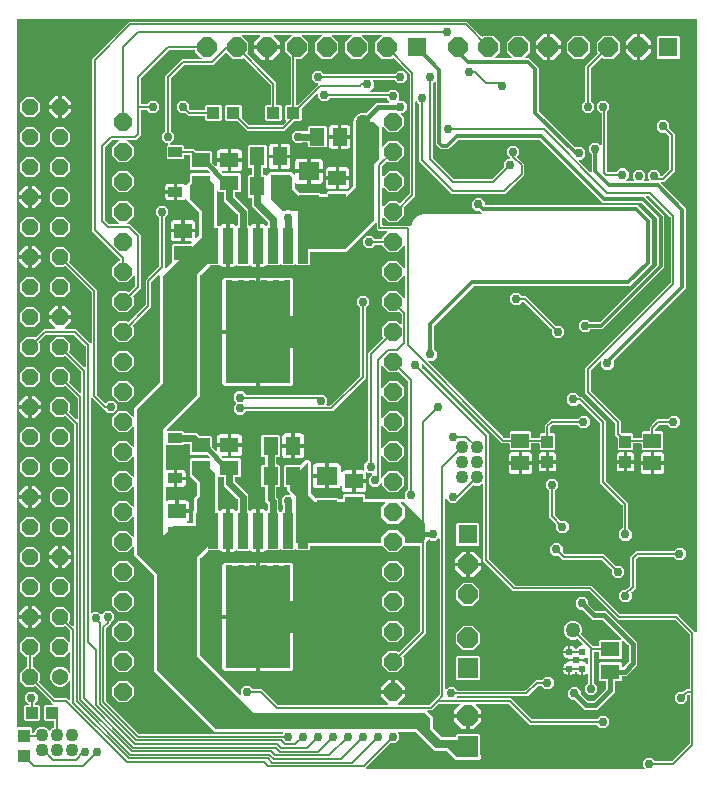
<source format=gbr>
G04 EAGLE Gerber RS-274X export*
G75*
%MOMM*%
%FSLAX34Y34*%
%LPD*%
%INBottom Copper*%
%IPPOS*%
%AMOC8*
5,1,8,0,0,1.08239X$1,22.5*%
G01*
%ADD10P,1.623585X8X202.500000*%
%ADD11R,0.890000X3.060000*%
%ADD12R,0.890000X3.090000*%
%ADD13R,5.511800X8.661400*%
%ADD14C,0.609600*%
%ADD15R,1.300000X1.600000*%
%ADD16R,1.600000X1.300000*%
%ADD17C,1.270000*%
%ADD18R,1.800000X1.600000*%
%ADD19R,1.500000X1.300000*%
%ADD20R,1.300000X1.500000*%
%ADD21R,1.000000X1.100000*%
%ADD22C,0.495300*%
%ADD23C,1.104900*%
%ADD24R,1.100000X1.000000*%
%ADD25R,1.200000X0.900000*%
%ADD26C,1.371600*%
%ADD27P,1.484606X8X112.500000*%
%ADD28P,1.924489X8X202.500000*%
%ADD29R,1.778000X1.778000*%
%ADD30P,1.785944X8X22.500000*%
%ADD31R,1.650000X1.650000*%
%ADD32P,1.785944X8X292.500000*%
%ADD33C,0.152400*%
%ADD34C,0.756400*%
%ADD35C,0.406400*%
%ADD36C,0.254000*%
%ADD37C,0.609600*%
%ADD38C,0.304800*%

G36*
X273956Y65801D02*
X273956Y65801D01*
X274048Y65809D01*
X274077Y65821D01*
X274109Y65826D01*
X274190Y65869D01*
X274274Y65905D01*
X274306Y65931D01*
X274327Y65942D01*
X274349Y65965D01*
X274405Y66010D01*
X274913Y66518D01*
X274955Y66576D01*
X275004Y66628D01*
X275026Y66675D01*
X275056Y66717D01*
X275078Y66786D01*
X275108Y66851D01*
X275113Y66903D01*
X275129Y66953D01*
X275127Y67024D01*
X275135Y67095D01*
X275124Y67146D01*
X275122Y67198D01*
X275098Y67266D01*
X275083Y67336D01*
X275056Y67381D01*
X275038Y67429D01*
X274993Y67485D01*
X274956Y67547D01*
X274917Y67581D01*
X274884Y67621D01*
X274824Y67660D01*
X274769Y67707D01*
X274721Y67726D01*
X274677Y67754D01*
X274608Y67772D01*
X274541Y67799D01*
X274470Y67807D01*
X274439Y67815D01*
X274416Y67813D01*
X274375Y67817D01*
X217072Y67817D01*
X165607Y119282D01*
X165607Y200247D01*
X165593Y200337D01*
X165585Y200428D01*
X165573Y200457D01*
X165568Y200489D01*
X165525Y200570D01*
X165489Y200654D01*
X165463Y200686D01*
X165452Y200707D01*
X165429Y200729D01*
X165384Y200785D01*
X151255Y214914D01*
X149097Y217072D01*
X149097Y223397D01*
X149086Y223467D01*
X149084Y223539D01*
X149066Y223588D01*
X149058Y223639D01*
X149024Y223703D01*
X148999Y223770D01*
X148967Y223811D01*
X148942Y223857D01*
X148890Y223906D01*
X148846Y223962D01*
X148802Y223990D01*
X148764Y224026D01*
X148699Y224056D01*
X148639Y224095D01*
X148588Y224108D01*
X148541Y224130D01*
X148470Y224138D01*
X148400Y224155D01*
X148348Y224151D01*
X148297Y224157D01*
X148226Y224142D01*
X148155Y224136D01*
X148107Y224116D01*
X148056Y224105D01*
X147995Y224068D01*
X147929Y224040D01*
X147873Y223995D01*
X147845Y223978D01*
X147830Y223961D01*
X147798Y223935D01*
X143438Y219575D01*
X135962Y219575D01*
X130675Y224862D01*
X130675Y232338D01*
X135962Y237625D01*
X143438Y237625D01*
X147798Y233265D01*
X147856Y233223D01*
X147908Y233174D01*
X147955Y233152D01*
X147997Y233122D01*
X148066Y233101D01*
X148131Y233070D01*
X148183Y233065D01*
X148233Y233049D01*
X148304Y233051D01*
X148375Y233043D01*
X148426Y233054D01*
X148478Y233056D01*
X148546Y233080D01*
X148616Y233095D01*
X148661Y233122D01*
X148709Y233140D01*
X148765Y233185D01*
X148827Y233222D01*
X148861Y233261D01*
X148901Y233294D01*
X148940Y233354D01*
X148987Y233409D01*
X149006Y233457D01*
X149034Y233501D01*
X149052Y233570D01*
X149079Y233637D01*
X149087Y233708D01*
X149095Y233739D01*
X149093Y233762D01*
X149097Y233803D01*
X149097Y248797D01*
X149086Y248867D01*
X149084Y248939D01*
X149066Y248988D01*
X149058Y249039D01*
X149024Y249103D01*
X148999Y249170D01*
X148967Y249211D01*
X148942Y249257D01*
X148890Y249306D01*
X148846Y249362D01*
X148802Y249390D01*
X148764Y249426D01*
X148699Y249456D01*
X148639Y249495D01*
X148588Y249508D01*
X148541Y249530D01*
X148470Y249538D01*
X148400Y249555D01*
X148348Y249551D01*
X148297Y249557D01*
X148226Y249542D01*
X148155Y249536D01*
X148107Y249516D01*
X148056Y249505D01*
X147995Y249468D01*
X147929Y249440D01*
X147873Y249395D01*
X147845Y249378D01*
X147830Y249361D01*
X147798Y249335D01*
X143438Y244975D01*
X135962Y244975D01*
X130675Y250262D01*
X130675Y257738D01*
X135962Y263025D01*
X143438Y263025D01*
X147798Y258665D01*
X147856Y258623D01*
X147908Y258574D01*
X147955Y258552D01*
X147997Y258522D01*
X148066Y258501D01*
X148131Y258470D01*
X148183Y258465D01*
X148233Y258449D01*
X148304Y258451D01*
X148375Y258443D01*
X148426Y258454D01*
X148478Y258456D01*
X148546Y258480D01*
X148616Y258495D01*
X148661Y258522D01*
X148709Y258540D01*
X148765Y258585D01*
X148827Y258622D01*
X148861Y258661D01*
X148901Y258694D01*
X148940Y258754D01*
X148987Y258809D01*
X149006Y258857D01*
X149034Y258901D01*
X149052Y258970D01*
X149079Y259037D01*
X149087Y259108D01*
X149095Y259139D01*
X149093Y259162D01*
X149097Y259203D01*
X149097Y274197D01*
X149086Y274267D01*
X149084Y274339D01*
X149066Y274388D01*
X149058Y274439D01*
X149024Y274503D01*
X148999Y274570D01*
X148967Y274611D01*
X148942Y274657D01*
X148890Y274706D01*
X148846Y274762D01*
X148802Y274790D01*
X148764Y274826D01*
X148699Y274856D01*
X148639Y274895D01*
X148588Y274908D01*
X148541Y274930D01*
X148470Y274938D01*
X148400Y274955D01*
X148348Y274951D01*
X148297Y274957D01*
X148226Y274942D01*
X148155Y274936D01*
X148107Y274916D01*
X148056Y274905D01*
X147995Y274868D01*
X147929Y274840D01*
X147873Y274795D01*
X147845Y274778D01*
X147830Y274761D01*
X147798Y274735D01*
X143438Y270375D01*
X135962Y270375D01*
X130675Y275662D01*
X130675Y283138D01*
X135962Y288425D01*
X143438Y288425D01*
X147798Y284065D01*
X147856Y284023D01*
X147908Y283974D01*
X147955Y283952D01*
X147997Y283922D01*
X148066Y283901D01*
X148131Y283870D01*
X148183Y283865D01*
X148233Y283849D01*
X148304Y283851D01*
X148375Y283843D01*
X148426Y283854D01*
X148478Y283856D01*
X148546Y283880D01*
X148616Y283895D01*
X148661Y283922D01*
X148709Y283940D01*
X148765Y283985D01*
X148827Y284022D01*
X148861Y284061D01*
X148901Y284094D01*
X148940Y284154D01*
X148987Y284209D01*
X149006Y284257D01*
X149034Y284301D01*
X149052Y284370D01*
X149079Y284437D01*
X149087Y284508D01*
X149095Y284539D01*
X149093Y284562D01*
X149097Y284603D01*
X149097Y299597D01*
X149086Y299667D01*
X149084Y299739D01*
X149066Y299788D01*
X149058Y299839D01*
X149024Y299903D01*
X148999Y299970D01*
X148967Y300011D01*
X148942Y300057D01*
X148890Y300106D01*
X148846Y300162D01*
X148802Y300190D01*
X148764Y300226D01*
X148699Y300256D01*
X148639Y300295D01*
X148588Y300308D01*
X148541Y300330D01*
X148470Y300338D01*
X148400Y300355D01*
X148348Y300351D01*
X148297Y300357D01*
X148226Y300342D01*
X148155Y300336D01*
X148107Y300316D01*
X148056Y300305D01*
X147995Y300268D01*
X147929Y300240D01*
X147873Y300195D01*
X147845Y300178D01*
X147830Y300161D01*
X147798Y300135D01*
X143438Y295775D01*
X135962Y295775D01*
X130675Y301062D01*
X130675Y308538D01*
X135962Y313825D01*
X143438Y313825D01*
X147798Y309465D01*
X147856Y309423D01*
X147908Y309374D01*
X147955Y309352D01*
X147997Y309322D01*
X148066Y309301D01*
X148131Y309270D01*
X148183Y309265D01*
X148233Y309249D01*
X148304Y309251D01*
X148375Y309243D01*
X148426Y309254D01*
X148478Y309256D01*
X148546Y309280D01*
X148616Y309295D01*
X148661Y309322D01*
X148709Y309340D01*
X148765Y309385D01*
X148827Y309422D01*
X148861Y309461D01*
X148901Y309494D01*
X148940Y309554D01*
X148987Y309609D01*
X149006Y309657D01*
X149034Y309701D01*
X149052Y309770D01*
X149079Y309837D01*
X149087Y309908D01*
X149095Y309939D01*
X149093Y309962D01*
X149097Y310003D01*
X149097Y324997D01*
X149086Y325067D01*
X149084Y325139D01*
X149066Y325188D01*
X149058Y325239D01*
X149024Y325303D01*
X148999Y325370D01*
X148967Y325411D01*
X148942Y325457D01*
X148890Y325506D01*
X148846Y325562D01*
X148802Y325590D01*
X148764Y325626D01*
X148699Y325656D01*
X148639Y325695D01*
X148588Y325708D01*
X148541Y325730D01*
X148470Y325738D01*
X148400Y325755D01*
X148348Y325751D01*
X148297Y325757D01*
X148226Y325742D01*
X148155Y325736D01*
X148107Y325716D01*
X148056Y325705D01*
X147995Y325668D01*
X147929Y325640D01*
X147873Y325595D01*
X147845Y325578D01*
X147830Y325561D01*
X147798Y325535D01*
X143438Y321175D01*
X135962Y321175D01*
X130675Y326462D01*
X130675Y333938D01*
X135962Y339225D01*
X143438Y339225D01*
X147798Y334865D01*
X147856Y334823D01*
X147908Y334774D01*
X147955Y334752D01*
X147997Y334722D01*
X148066Y334701D01*
X148131Y334670D01*
X148183Y334665D01*
X148233Y334649D01*
X148304Y334651D01*
X148375Y334643D01*
X148426Y334654D01*
X148478Y334656D01*
X148546Y334680D01*
X148616Y334695D01*
X148661Y334722D01*
X148709Y334740D01*
X148765Y334785D01*
X148827Y334822D01*
X148861Y334861D01*
X148901Y334894D01*
X148940Y334954D01*
X148987Y335009D01*
X149006Y335057D01*
X149034Y335101D01*
X149052Y335170D01*
X149079Y335237D01*
X149087Y335308D01*
X149095Y335339D01*
X149093Y335362D01*
X149097Y335403D01*
X149097Y341728D01*
X170464Y363095D01*
X170517Y363169D01*
X170577Y363238D01*
X170589Y363269D01*
X170608Y363295D01*
X170635Y363382D01*
X170669Y363467D01*
X170673Y363508D01*
X170680Y363530D01*
X170679Y363562D01*
X170687Y363633D01*
X170687Y453906D01*
X170676Y453976D01*
X170674Y454048D01*
X170656Y454097D01*
X170648Y454148D01*
X170614Y454212D01*
X170589Y454279D01*
X170557Y454320D01*
X170532Y454366D01*
X170481Y454415D01*
X170436Y454471D01*
X170392Y454499D01*
X170354Y454535D01*
X170289Y454565D01*
X170229Y454604D01*
X170178Y454617D01*
X170131Y454639D01*
X170060Y454647D01*
X169990Y454664D01*
X169938Y454660D01*
X169887Y454666D01*
X169816Y454651D01*
X169745Y454645D01*
X169697Y454625D01*
X169646Y454614D01*
X169585Y454577D01*
X169519Y454549D01*
X169463Y454504D01*
X169435Y454487D01*
X169420Y454470D01*
X169388Y454444D01*
X163800Y448856D01*
X163747Y448782D01*
X163687Y448712D01*
X163675Y448682D01*
X163656Y448656D01*
X163629Y448569D01*
X163595Y448484D01*
X163591Y448443D01*
X163584Y448421D01*
X163585Y448389D01*
X163577Y448318D01*
X163577Y427043D01*
X148237Y411703D01*
X148225Y411687D01*
X148209Y411674D01*
X148153Y411587D01*
X148093Y411503D01*
X148087Y411484D01*
X148076Y411467D01*
X148051Y411367D01*
X148021Y411268D01*
X148021Y411248D01*
X148016Y411229D01*
X148024Y411126D01*
X148027Y411022D01*
X148034Y411003D01*
X148036Y410983D01*
X148076Y410889D01*
X148112Y410791D01*
X148124Y410775D01*
X148132Y410757D01*
X148237Y410626D01*
X148725Y410138D01*
X148725Y402662D01*
X143438Y397375D01*
X135962Y397375D01*
X130675Y402662D01*
X130675Y410138D01*
X135962Y415425D01*
X143438Y415425D01*
X143926Y414937D01*
X143942Y414925D01*
X143955Y414909D01*
X144042Y414853D01*
X144126Y414793D01*
X144145Y414787D01*
X144162Y414776D01*
X144262Y414751D01*
X144361Y414721D01*
X144381Y414721D01*
X144400Y414716D01*
X144503Y414724D01*
X144607Y414727D01*
X144626Y414734D01*
X144645Y414736D01*
X144740Y414776D01*
X144838Y414812D01*
X144854Y414824D01*
X144872Y414832D01*
X145003Y414937D01*
X158780Y428714D01*
X158833Y428788D01*
X158893Y428858D01*
X158905Y428888D01*
X158924Y428914D01*
X158951Y429001D01*
X158985Y429086D01*
X158989Y429127D01*
X158996Y429149D01*
X158995Y429181D01*
X159003Y429253D01*
X159003Y450527D01*
X160566Y452090D01*
X170210Y461734D01*
X170263Y461808D01*
X170323Y461878D01*
X170335Y461908D01*
X170354Y461934D01*
X170381Y462021D01*
X170415Y462106D01*
X170419Y462147D01*
X170426Y462169D01*
X170425Y462201D01*
X170433Y462272D01*
X170433Y502467D01*
X170419Y502557D01*
X170411Y502648D01*
X170399Y502677D01*
X170394Y502709D01*
X170351Y502790D01*
X170315Y502874D01*
X170289Y502906D01*
X170278Y502927D01*
X170255Y502949D01*
X170210Y503005D01*
X167413Y505802D01*
X167413Y510198D01*
X170522Y513307D01*
X174918Y513307D01*
X178027Y510198D01*
X178027Y505802D01*
X175230Y503005D01*
X175177Y502931D01*
X175117Y502861D01*
X175105Y502831D01*
X175086Y502805D01*
X175059Y502718D01*
X175025Y502633D01*
X175021Y502592D01*
X175014Y502570D01*
X175015Y502538D01*
X175007Y502467D01*
X175007Y460915D01*
X175018Y460845D01*
X175020Y460773D01*
X175038Y460724D01*
X175046Y460673D01*
X175080Y460609D01*
X175105Y460542D01*
X175137Y460501D01*
X175162Y460455D01*
X175214Y460406D01*
X175258Y460350D01*
X175302Y460322D01*
X175340Y460286D01*
X175405Y460256D01*
X175465Y460217D01*
X175516Y460204D01*
X175563Y460182D01*
X175634Y460174D01*
X175704Y460157D01*
X175756Y460161D01*
X175807Y460155D01*
X175878Y460170D01*
X175949Y460176D01*
X175997Y460196D01*
X176048Y460207D01*
X176109Y460244D01*
X176175Y460272D01*
X176231Y460317D01*
X176259Y460334D01*
X176274Y460351D01*
X176306Y460377D01*
X181252Y465323D01*
X181305Y465397D01*
X181365Y465466D01*
X181377Y465497D01*
X181396Y465523D01*
X181423Y465610D01*
X181457Y465695D01*
X181461Y465736D01*
X181468Y465758D01*
X181467Y465790D01*
X181475Y465861D01*
X181475Y480232D01*
X182368Y481125D01*
X196739Y481125D01*
X196829Y481139D01*
X196920Y481147D01*
X196949Y481159D01*
X196981Y481164D01*
X197062Y481207D01*
X197146Y481243D01*
X197178Y481269D01*
X197199Y481280D01*
X197221Y481303D01*
X197277Y481348D01*
X197689Y481760D01*
X197731Y481818D01*
X197780Y481870D01*
X197802Y481917D01*
X197833Y481959D01*
X197854Y482028D01*
X197884Y482093D01*
X197890Y482145D01*
X197905Y482195D01*
X197903Y482266D01*
X197911Y482337D01*
X197900Y482388D01*
X197899Y482440D01*
X197874Y482508D01*
X197859Y482578D01*
X197832Y482623D01*
X197814Y482671D01*
X197769Y482727D01*
X197732Y482789D01*
X197693Y482823D01*
X197660Y482863D01*
X197600Y482902D01*
X197546Y482949D01*
X197497Y482968D01*
X197453Y482996D01*
X197384Y483014D01*
X197317Y483041D01*
X197246Y483049D01*
X197215Y483057D01*
X197192Y483055D01*
X197151Y483059D01*
X192023Y483059D01*
X192023Y490577D01*
X200541Y490577D01*
X200541Y486449D01*
X200552Y486379D01*
X200554Y486307D01*
X200572Y486258D01*
X200580Y486207D01*
X200614Y486143D01*
X200639Y486076D01*
X200671Y486035D01*
X200696Y485989D01*
X200748Y485940D01*
X200792Y485884D01*
X200836Y485856D01*
X200874Y485820D01*
X200939Y485790D01*
X200999Y485751D01*
X201050Y485738D01*
X201097Y485716D01*
X201168Y485708D01*
X201238Y485691D01*
X201290Y485695D01*
X201341Y485689D01*
X201412Y485704D01*
X201483Y485710D01*
X201531Y485730D01*
X201582Y485741D01*
X201643Y485778D01*
X201709Y485806D01*
X201765Y485851D01*
X201793Y485868D01*
X201808Y485885D01*
X201840Y485911D01*
X203484Y487555D01*
X203537Y487629D01*
X203597Y487698D01*
X203609Y487729D01*
X203628Y487755D01*
X203655Y487842D01*
X203689Y487927D01*
X203693Y487968D01*
X203700Y487990D01*
X203699Y488022D01*
X203707Y488093D01*
X203707Y507587D01*
X203693Y507677D01*
X203685Y507768D01*
X203673Y507797D01*
X203668Y507829D01*
X203625Y507910D01*
X203589Y507994D01*
X203563Y508026D01*
X203552Y508047D01*
X203529Y508069D01*
X203484Y508125D01*
X193547Y518062D01*
X193547Y518266D01*
X193536Y518337D01*
X193534Y518409D01*
X193516Y518458D01*
X193508Y518509D01*
X193474Y518572D01*
X193449Y518640D01*
X193417Y518681D01*
X193392Y518726D01*
X193341Y518776D01*
X193296Y518832D01*
X193252Y518860D01*
X193214Y518896D01*
X193149Y518926D01*
X193089Y518965D01*
X193038Y518978D01*
X192991Y518999D01*
X192920Y519007D01*
X192850Y519025D01*
X192798Y519021D01*
X192747Y519027D01*
X192676Y519011D01*
X192605Y519006D01*
X192557Y518985D01*
X192506Y518974D01*
X192445Y518937D01*
X192379Y518909D01*
X192323Y518865D01*
X192295Y518848D01*
X192280Y518830D01*
X192248Y518805D01*
X191710Y518267D01*
X191131Y517932D01*
X190484Y517759D01*
X185673Y517759D01*
X185673Y524038D01*
X185670Y524054D01*
X185672Y524069D01*
X185672Y524072D01*
X185672Y524077D01*
X185650Y524179D01*
X185633Y524281D01*
X185624Y524298D01*
X185620Y524318D01*
X185567Y524407D01*
X185518Y524498D01*
X185504Y524512D01*
X185494Y524529D01*
X185415Y524596D01*
X185340Y524667D01*
X185322Y524676D01*
X185307Y524689D01*
X185211Y524728D01*
X185117Y524771D01*
X185097Y524773D01*
X185079Y524781D01*
X184912Y524799D01*
X184149Y524799D01*
X184149Y524801D01*
X184912Y524801D01*
X184932Y524804D01*
X184951Y524802D01*
X185053Y524824D01*
X185155Y524841D01*
X185172Y524850D01*
X185192Y524854D01*
X185281Y524907D01*
X185372Y524956D01*
X185386Y524970D01*
X185403Y524980D01*
X185470Y525059D01*
X185541Y525134D01*
X185550Y525152D01*
X185563Y525167D01*
X185602Y525263D01*
X185645Y525357D01*
X185647Y525377D01*
X185655Y525395D01*
X185673Y525562D01*
X185673Y531841D01*
X190484Y531841D01*
X191131Y531668D01*
X191710Y531333D01*
X192254Y530789D01*
X192300Y530732D01*
X192303Y530729D01*
X192306Y530726D01*
X192407Y530663D01*
X192507Y530599D01*
X192511Y530598D01*
X192514Y530596D01*
X192630Y530568D01*
X192746Y530539D01*
X192749Y530539D01*
X192753Y530538D01*
X192873Y530549D01*
X192991Y530558D01*
X192994Y530559D01*
X192998Y530560D01*
X193108Y530608D01*
X193217Y530654D01*
X193221Y530657D01*
X193224Y530658D01*
X193233Y530667D01*
X193348Y530759D01*
X195992Y533403D01*
X196036Y533464D01*
X196068Y533498D01*
X196074Y533511D01*
X196105Y533546D01*
X196117Y533577D01*
X196136Y533603D01*
X196163Y533690D01*
X196197Y533775D01*
X196201Y533816D01*
X196208Y533838D01*
X196207Y533870D01*
X196215Y533941D01*
X196215Y539922D01*
X197108Y540815D01*
X212387Y540815D01*
X212458Y540826D01*
X212530Y540828D01*
X212579Y540846D01*
X212630Y540854D01*
X212694Y540888D01*
X212761Y540913D01*
X212802Y540945D01*
X212848Y540970D01*
X212897Y541022D01*
X212953Y541066D01*
X212981Y541110D01*
X213017Y541148D01*
X213047Y541213D01*
X213086Y541273D01*
X213099Y541324D01*
X213121Y541371D01*
X213129Y541442D01*
X213146Y541512D01*
X213142Y541564D01*
X213148Y541615D01*
X213132Y541686D01*
X213127Y541757D01*
X213107Y541805D01*
X213095Y541856D01*
X213059Y541917D01*
X213031Y541983D01*
X212986Y542039D01*
X212969Y542067D01*
X212951Y542082D01*
X212926Y542114D01*
X211498Y543542D01*
X211424Y543595D01*
X211354Y543655D01*
X211324Y543667D01*
X211298Y543686D01*
X211211Y543713D01*
X211126Y543747D01*
X211085Y543751D01*
X211063Y543758D01*
X211031Y543757D01*
X210959Y543765D01*
X197108Y543765D01*
X196215Y544658D01*
X196215Y555752D01*
X196212Y555772D01*
X196214Y555791D01*
X196192Y555893D01*
X196176Y555995D01*
X196166Y556012D01*
X196162Y556032D01*
X196109Y556121D01*
X196060Y556212D01*
X196046Y556226D01*
X196036Y556243D01*
X195957Y556310D01*
X195882Y556382D01*
X195864Y556390D01*
X195849Y556403D01*
X195753Y556442D01*
X195659Y556485D01*
X195639Y556487D01*
X195621Y556495D01*
X195454Y556513D01*
X192436Y556513D01*
X192416Y556510D01*
X192397Y556512D01*
X192295Y556490D01*
X192193Y556474D01*
X192176Y556464D01*
X192156Y556460D01*
X192067Y556407D01*
X191976Y556358D01*
X191962Y556344D01*
X191945Y556334D01*
X191878Y556255D01*
X191806Y556180D01*
X191798Y556162D01*
X191785Y556147D01*
X191746Y556051D01*
X191703Y555957D01*
X191701Y555937D01*
X191693Y555919D01*
X191675Y555752D01*
X191675Y553668D01*
X190782Y552775D01*
X177518Y552775D01*
X176625Y553668D01*
X176625Y563932D01*
X177587Y564894D01*
X177629Y564952D01*
X177679Y565004D01*
X177701Y565051D01*
X177731Y565093D01*
X177752Y565162D01*
X177782Y565227D01*
X177788Y565279D01*
X177803Y565329D01*
X177801Y565400D01*
X177809Y565471D01*
X177798Y565522D01*
X177797Y565574D01*
X177772Y565642D01*
X177757Y565712D01*
X177730Y565757D01*
X177713Y565805D01*
X177668Y565861D01*
X177631Y565923D01*
X177591Y565957D01*
X177559Y565997D01*
X177499Y566036D01*
X177444Y566083D01*
X177396Y566102D01*
X177352Y566130D01*
X177282Y566148D01*
X177216Y566175D01*
X177145Y566183D01*
X177113Y566191D01*
X177090Y566189D01*
X177049Y566193D01*
X175602Y566193D01*
X172493Y569302D01*
X172493Y573698D01*
X175290Y576495D01*
X175343Y576569D01*
X175403Y576639D01*
X175415Y576669D01*
X175434Y576695D01*
X175461Y576782D01*
X175495Y576867D01*
X175499Y576908D01*
X175506Y576930D01*
X175505Y576962D01*
X175513Y577033D01*
X175513Y623247D01*
X189347Y637081D01*
X205523Y637081D01*
X205594Y637092D01*
X205666Y637094D01*
X205715Y637112D01*
X205766Y637121D01*
X205829Y637154D01*
X205897Y637179D01*
X205937Y637211D01*
X205983Y637236D01*
X206033Y637288D01*
X206089Y637332D01*
X206117Y637376D01*
X206153Y637414D01*
X206183Y637479D01*
X206222Y637539D01*
X206234Y637590D01*
X206256Y637637D01*
X206264Y637708D01*
X206282Y637778D01*
X206278Y637830D01*
X206284Y637882D01*
X206268Y637952D01*
X206263Y638023D01*
X206242Y638071D01*
X206231Y638122D01*
X206194Y638184D01*
X206166Y638249D01*
X206122Y638305D01*
X206105Y638333D01*
X206087Y638348D01*
X206062Y638380D01*
X201018Y643423D01*
X201018Y644424D01*
X201015Y644444D01*
X201017Y644464D01*
X200995Y644565D01*
X200979Y644667D01*
X200969Y644685D01*
X200965Y644704D01*
X200912Y644793D01*
X200864Y644884D01*
X200849Y644898D01*
X200839Y644915D01*
X200760Y644983D01*
X200685Y645054D01*
X200667Y645062D01*
X200652Y645075D01*
X200556Y645114D01*
X200462Y645157D01*
X200442Y645160D01*
X200424Y645167D01*
X200257Y645186D01*
X178835Y645186D01*
X178745Y645171D01*
X178654Y645164D01*
X178624Y645151D01*
X178592Y645146D01*
X178511Y645103D01*
X178428Y645067D01*
X178395Y645042D01*
X178375Y645031D01*
X178353Y645007D01*
X178297Y644963D01*
X154910Y621576D01*
X154857Y621502D01*
X154797Y621432D01*
X154785Y621402D01*
X154766Y621376D01*
X154739Y621289D01*
X154705Y621204D01*
X154701Y621163D01*
X154694Y621141D01*
X154695Y621109D01*
X154687Y621037D01*
X154687Y599948D01*
X154690Y599928D01*
X154688Y599909D01*
X154710Y599807D01*
X154726Y599705D01*
X154736Y599688D01*
X154740Y599668D01*
X154793Y599579D01*
X154842Y599488D01*
X154856Y599474D01*
X154866Y599457D01*
X154945Y599390D01*
X155020Y599318D01*
X155038Y599310D01*
X155053Y599297D01*
X155149Y599258D01*
X155243Y599215D01*
X155263Y599213D01*
X155281Y599205D01*
X155448Y599187D01*
X159567Y599187D01*
X159657Y599201D01*
X159748Y599209D01*
X159777Y599221D01*
X159809Y599226D01*
X159890Y599269D01*
X159974Y599305D01*
X160006Y599331D01*
X160027Y599342D01*
X160049Y599365D01*
X160105Y599410D01*
X162902Y602207D01*
X167298Y602207D01*
X170407Y599098D01*
X170407Y594702D01*
X167298Y591593D01*
X162902Y591593D01*
X160105Y594390D01*
X160031Y594443D01*
X159961Y594503D01*
X159931Y594515D01*
X159905Y594534D01*
X159818Y594561D01*
X159733Y594595D01*
X159692Y594599D01*
X159670Y594606D01*
X159638Y594605D01*
X159567Y594613D01*
X155448Y594613D01*
X155428Y594610D01*
X155409Y594612D01*
X155307Y594590D01*
X155205Y594574D01*
X155188Y594564D01*
X155168Y594560D01*
X155079Y594507D01*
X154988Y594458D01*
X154974Y594444D01*
X154957Y594434D01*
X154890Y594355D01*
X154818Y594280D01*
X154810Y594262D01*
X154797Y594247D01*
X154758Y594151D01*
X154715Y594057D01*
X154713Y594037D01*
X154705Y594019D01*
X154687Y593852D01*
X154687Y573093D01*
X150807Y569213D01*
X143887Y569213D01*
X143817Y569202D01*
X143745Y569200D01*
X143696Y569182D01*
X143645Y569174D01*
X143581Y569140D01*
X143514Y569115D01*
X143473Y569083D01*
X143427Y569058D01*
X143378Y569006D01*
X143322Y568962D01*
X143294Y568918D01*
X143258Y568880D01*
X143228Y568815D01*
X143189Y568755D01*
X143176Y568704D01*
X143154Y568657D01*
X143146Y568586D01*
X143129Y568516D01*
X143133Y568464D01*
X143127Y568413D01*
X143142Y568342D01*
X143148Y568271D01*
X143168Y568223D01*
X143179Y568172D01*
X143216Y568111D01*
X143244Y568045D01*
X143289Y567989D01*
X143306Y567961D01*
X143323Y567946D01*
X143349Y567914D01*
X148725Y562538D01*
X148725Y555062D01*
X143438Y549775D01*
X135962Y549775D01*
X130675Y555062D01*
X130675Y562538D01*
X136051Y567914D01*
X136093Y567972D01*
X136142Y568024D01*
X136164Y568071D01*
X136194Y568113D01*
X136215Y568182D01*
X136246Y568247D01*
X136251Y568299D01*
X136267Y568349D01*
X136265Y568420D01*
X136273Y568491D01*
X136262Y568542D01*
X136260Y568594D01*
X136236Y568662D01*
X136221Y568732D01*
X136194Y568777D01*
X136176Y568825D01*
X136131Y568881D01*
X136094Y568943D01*
X136055Y568977D01*
X136022Y569017D01*
X135962Y569056D01*
X135907Y569103D01*
X135859Y569122D01*
X135815Y569150D01*
X135746Y569168D01*
X135679Y569195D01*
X135608Y569203D01*
X135577Y569211D01*
X135554Y569209D01*
X135513Y569213D01*
X130803Y569213D01*
X130712Y569199D01*
X130622Y569191D01*
X130592Y569179D01*
X130560Y569174D01*
X130479Y569131D01*
X130395Y569095D01*
X130363Y569069D01*
X130342Y569058D01*
X130320Y569035D01*
X130264Y568990D01*
X124430Y563156D01*
X124377Y563082D01*
X124317Y563012D01*
X124305Y562982D01*
X124286Y562956D01*
X124259Y562869D01*
X124225Y562784D01*
X124221Y562743D01*
X124214Y562721D01*
X124215Y562689D01*
X124207Y562617D01*
X124207Y501643D01*
X124221Y501552D01*
X124229Y501462D01*
X124241Y501432D01*
X124246Y501400D01*
X124289Y501319D01*
X124325Y501235D01*
X124351Y501203D01*
X124362Y501182D01*
X124385Y501160D01*
X124430Y501104D01*
X127724Y497810D01*
X127798Y497757D01*
X127868Y497697D01*
X127898Y497685D01*
X127924Y497666D01*
X128011Y497639D01*
X128096Y497605D01*
X128137Y497601D01*
X128159Y497594D01*
X128191Y497595D01*
X128263Y497587D01*
X135513Y497587D01*
X135583Y497598D01*
X135655Y497600D01*
X135704Y497618D01*
X135755Y497626D01*
X135819Y497660D01*
X135886Y497685D01*
X135927Y497717D01*
X135973Y497742D01*
X136022Y497794D01*
X136078Y497838D01*
X136106Y497882D01*
X136142Y497920D01*
X136172Y497985D01*
X136211Y498045D01*
X136224Y498096D01*
X136246Y498143D01*
X136254Y498214D01*
X136271Y498284D01*
X136267Y498336D01*
X136273Y498387D01*
X136258Y498458D01*
X136252Y498529D01*
X136232Y498577D01*
X136221Y498628D01*
X136184Y498689D01*
X136156Y498755D01*
X136111Y498811D01*
X136094Y498839D01*
X136077Y498854D01*
X136051Y498886D01*
X130675Y504262D01*
X130675Y511738D01*
X135962Y517025D01*
X143438Y517025D01*
X148725Y511738D01*
X148725Y504262D01*
X143349Y498886D01*
X143307Y498828D01*
X143258Y498776D01*
X143236Y498729D01*
X143206Y498687D01*
X143185Y498618D01*
X143154Y498553D01*
X143149Y498501D01*
X143133Y498451D01*
X143135Y498380D01*
X143127Y498309D01*
X143138Y498258D01*
X143140Y498206D01*
X143164Y498138D01*
X143179Y498068D01*
X143206Y498023D01*
X143224Y497975D01*
X143269Y497919D01*
X143306Y497857D01*
X143345Y497823D01*
X143378Y497783D01*
X143438Y497744D01*
X143493Y497697D01*
X143541Y497678D01*
X143585Y497650D01*
X143654Y497632D01*
X143721Y497605D01*
X143792Y497597D01*
X143823Y497589D01*
X143846Y497591D01*
X143887Y497587D01*
X145727Y497587D01*
X154687Y488627D01*
X154687Y443553D01*
X153124Y441990D01*
X148237Y437103D01*
X148225Y437087D01*
X148209Y437074D01*
X148153Y436987D01*
X148093Y436903D01*
X148087Y436884D01*
X148076Y436867D01*
X148051Y436767D01*
X148021Y436668D01*
X148021Y436648D01*
X148016Y436629D01*
X148024Y436526D01*
X148027Y436422D01*
X148034Y436403D01*
X148036Y436383D01*
X148076Y436289D01*
X148112Y436191D01*
X148124Y436175D01*
X148132Y436157D01*
X148237Y436026D01*
X148725Y435538D01*
X148725Y428062D01*
X143438Y422775D01*
X135962Y422775D01*
X130675Y428062D01*
X130675Y435538D01*
X135962Y440825D01*
X143438Y440825D01*
X143926Y440337D01*
X143942Y440325D01*
X143955Y440309D01*
X144042Y440253D01*
X144126Y440193D01*
X144145Y440187D01*
X144162Y440176D01*
X144262Y440151D01*
X144361Y440121D01*
X144381Y440121D01*
X144400Y440116D01*
X144503Y440124D01*
X144607Y440127D01*
X144626Y440134D01*
X144645Y440136D01*
X144740Y440176D01*
X144838Y440212D01*
X144854Y440224D01*
X144872Y440232D01*
X145003Y440337D01*
X149890Y445224D01*
X149943Y445298D01*
X150003Y445368D01*
X150015Y445398D01*
X150034Y445424D01*
X150061Y445511D01*
X150095Y445596D01*
X150099Y445637D01*
X150106Y445659D01*
X150105Y445691D01*
X150113Y445762D01*
X150113Y453013D01*
X150102Y453083D01*
X150100Y453155D01*
X150082Y453204D01*
X150074Y453255D01*
X150040Y453319D01*
X150015Y453386D01*
X149983Y453427D01*
X149958Y453473D01*
X149906Y453522D01*
X149862Y453578D01*
X149818Y453606D01*
X149780Y453642D01*
X149715Y453672D01*
X149655Y453711D01*
X149604Y453724D01*
X149557Y453746D01*
X149486Y453754D01*
X149416Y453771D01*
X149364Y453767D01*
X149313Y453773D01*
X149242Y453758D01*
X149171Y453752D01*
X149123Y453732D01*
X149072Y453721D01*
X149011Y453684D01*
X148945Y453656D01*
X148889Y453611D01*
X148861Y453594D01*
X148846Y453577D01*
X148814Y453551D01*
X143438Y448175D01*
X135962Y448175D01*
X130675Y453462D01*
X130675Y460938D01*
X135962Y466225D01*
X136652Y466225D01*
X136672Y466228D01*
X136691Y466226D01*
X136793Y466248D01*
X136895Y466264D01*
X136912Y466274D01*
X136932Y466278D01*
X137021Y466331D01*
X137112Y466380D01*
X137126Y466394D01*
X137143Y466404D01*
X137210Y466483D01*
X137282Y466558D01*
X137290Y466576D01*
X137303Y466591D01*
X137342Y466687D01*
X137385Y466781D01*
X137387Y466801D01*
X137395Y466819D01*
X137413Y466986D01*
X137413Y467441D01*
X137399Y467532D01*
X137391Y467622D01*
X137379Y467652D01*
X137374Y467684D01*
X137331Y467765D01*
X137295Y467849D01*
X137269Y467881D01*
X137258Y467902D01*
X137235Y467924D01*
X137190Y467980D01*
X113617Y491553D01*
X113617Y637551D01*
X144991Y668924D01*
X430855Y668924D01*
X432418Y667362D01*
X443238Y656541D01*
X443255Y656529D01*
X443267Y656514D01*
X443354Y656458D01*
X443438Y656398D01*
X443457Y656392D01*
X443474Y656381D01*
X443574Y656356D01*
X443673Y656325D01*
X443693Y656326D01*
X443712Y656321D01*
X443815Y656329D01*
X443919Y656332D01*
X443938Y656338D01*
X443958Y656340D01*
X444053Y656380D01*
X444150Y656416D01*
X444166Y656428D01*
X444184Y656436D01*
X444315Y656541D01*
X445023Y657249D01*
X453120Y657249D01*
X458846Y651523D01*
X458846Y643425D01*
X454769Y639348D01*
X454727Y639290D01*
X454678Y639238D01*
X454656Y639191D01*
X454626Y639149D01*
X454605Y639080D01*
X454574Y639015D01*
X454569Y638963D01*
X454553Y638913D01*
X454555Y638842D01*
X454547Y638771D01*
X454558Y638720D01*
X454560Y638668D01*
X454584Y638600D01*
X454600Y638530D01*
X454626Y638485D01*
X454644Y638437D01*
X454689Y638380D01*
X454726Y638319D01*
X454765Y638285D01*
X454798Y638245D01*
X454858Y638206D01*
X454913Y638159D01*
X454961Y638140D01*
X455005Y638112D01*
X455074Y638094D01*
X455141Y638067D01*
X455212Y638059D01*
X455243Y638051D01*
X455267Y638053D01*
X455308Y638049D01*
X468235Y638049D01*
X468306Y638060D01*
X468378Y638062D01*
X468427Y638080D01*
X468478Y638088D01*
X468542Y638122D01*
X468609Y638147D01*
X468650Y638179D01*
X468696Y638204D01*
X468745Y638256D01*
X468801Y638300D01*
X468829Y638344D01*
X468865Y638382D01*
X468895Y638447D01*
X468934Y638507D01*
X468947Y638558D01*
X468969Y638605D01*
X468977Y638676D01*
X468994Y638746D01*
X468990Y638798D01*
X468996Y638849D01*
X468980Y638920D01*
X468975Y638991D01*
X468955Y639039D01*
X468943Y639090D01*
X468907Y639151D01*
X468879Y639217D01*
X468834Y639273D01*
X468817Y639301D01*
X468799Y639316D01*
X468774Y639348D01*
X464697Y643425D01*
X464697Y651523D01*
X470423Y657249D01*
X478520Y657249D01*
X484246Y651523D01*
X484246Y643425D01*
X480169Y639348D01*
X480127Y639290D01*
X480078Y639238D01*
X480056Y639191D01*
X480026Y639149D01*
X480005Y639080D01*
X479974Y639015D01*
X479969Y638963D01*
X479953Y638913D01*
X479955Y638842D01*
X479947Y638771D01*
X479958Y638720D01*
X479960Y638668D01*
X479984Y638600D01*
X480000Y638530D01*
X480026Y638485D01*
X480044Y638437D01*
X480089Y638380D01*
X480126Y638319D01*
X480165Y638285D01*
X480198Y638245D01*
X480258Y638206D01*
X480313Y638159D01*
X480361Y638140D01*
X480405Y638112D01*
X480474Y638094D01*
X480541Y638067D01*
X480612Y638059D01*
X480643Y638051D01*
X480667Y638053D01*
X480708Y638049D01*
X483863Y638049D01*
X491999Y629913D01*
X491999Y593398D01*
X492013Y593308D01*
X492021Y593217D01*
X492033Y593187D01*
X492038Y593155D01*
X492081Y593075D01*
X492117Y592991D01*
X492143Y592959D01*
X492154Y592938D01*
X492177Y592916D01*
X492222Y592860D01*
X522375Y562706D01*
X522391Y562695D01*
X522404Y562679D01*
X522491Y562623D01*
X522575Y562563D01*
X522594Y562557D01*
X522611Y562546D01*
X522711Y562521D01*
X522810Y562491D01*
X522830Y562491D01*
X522849Y562486D01*
X522952Y562494D01*
X523056Y562497D01*
X523075Y562504D01*
X523094Y562505D01*
X523189Y562546D01*
X523287Y562581D01*
X523302Y562594D01*
X523321Y562602D01*
X523452Y562707D01*
X523582Y562837D01*
X527978Y562837D01*
X531087Y559728D01*
X531087Y555332D01*
X527978Y552223D01*
X526768Y552223D01*
X526697Y552212D01*
X526625Y552210D01*
X526576Y552192D01*
X526525Y552184D01*
X526462Y552150D01*
X526394Y552125D01*
X526354Y552093D01*
X526308Y552068D01*
X526258Y552017D01*
X526202Y551972D01*
X526174Y551928D01*
X526138Y551890D01*
X526108Y551825D01*
X526069Y551765D01*
X526057Y551714D01*
X526035Y551667D01*
X526027Y551596D01*
X526009Y551526D01*
X526013Y551474D01*
X526008Y551423D01*
X526023Y551352D01*
X526028Y551281D01*
X526049Y551233D01*
X526060Y551182D01*
X526097Y551121D01*
X526125Y551055D01*
X526170Y550999D01*
X526186Y550971D01*
X526204Y550956D01*
X526213Y550945D01*
X526213Y550944D01*
X526214Y550943D01*
X526230Y550924D01*
X535402Y541752D01*
X535460Y541710D01*
X535512Y541660D01*
X535534Y541650D01*
X535535Y541649D01*
X535544Y541646D01*
X535559Y541638D01*
X535601Y541608D01*
X535670Y541587D01*
X535735Y541557D01*
X535787Y541551D01*
X535837Y541536D01*
X535908Y541538D01*
X535979Y541530D01*
X536030Y541541D01*
X536082Y541542D01*
X536150Y541567D01*
X536220Y541582D01*
X536264Y541609D01*
X536313Y541627D01*
X536369Y541671D01*
X536431Y541708D01*
X536465Y541748D01*
X536505Y541780D01*
X536544Y541841D01*
X536591Y541895D01*
X536610Y541943D01*
X536638Y541987D01*
X536656Y542057D01*
X536660Y542067D01*
X536673Y542095D01*
X536674Y542101D01*
X536683Y542123D01*
X536691Y542195D01*
X536699Y542226D01*
X536697Y542249D01*
X536701Y542290D01*
X536701Y556569D01*
X536687Y556659D01*
X536679Y556750D01*
X536667Y556779D01*
X536662Y556811D01*
X536619Y556892D01*
X536583Y556976D01*
X536557Y557008D01*
X536546Y557029D01*
X536523Y557051D01*
X536478Y557107D01*
X534443Y559142D01*
X534443Y563538D01*
X537552Y566647D01*
X541948Y566647D01*
X543784Y564811D01*
X543842Y564769D01*
X543894Y564720D01*
X543941Y564698D01*
X543983Y564668D01*
X544052Y564646D01*
X544117Y564616D01*
X544169Y564611D01*
X544219Y564595D01*
X544290Y564597D01*
X544361Y564589D01*
X544412Y564600D01*
X544464Y564602D01*
X544532Y564626D01*
X544602Y564641D01*
X544647Y564668D01*
X544695Y564686D01*
X544751Y564731D01*
X544813Y564768D01*
X544847Y564807D01*
X544887Y564840D01*
X544926Y564900D01*
X544973Y564955D01*
X544992Y565003D01*
X545020Y565047D01*
X545038Y565116D01*
X545065Y565183D01*
X545073Y565254D01*
X545081Y565285D01*
X545079Y565308D01*
X545083Y565349D01*
X545083Y590832D01*
X545080Y590852D01*
X545082Y590871D01*
X545060Y590973D01*
X545044Y591075D01*
X545034Y591092D01*
X545030Y591112D01*
X544977Y591201D01*
X544928Y591292D01*
X544914Y591306D01*
X544904Y591323D01*
X544825Y591390D01*
X544750Y591462D01*
X544732Y591470D01*
X544717Y591483D01*
X544621Y591522D01*
X544527Y591565D01*
X544507Y591567D01*
X544489Y591575D01*
X544322Y591593D01*
X543902Y591593D01*
X540793Y594702D01*
X540793Y599098D01*
X543902Y602207D01*
X548298Y602207D01*
X551407Y599098D01*
X551407Y594702D01*
X549880Y593175D01*
X549827Y593101D01*
X549767Y593031D01*
X549755Y593001D01*
X549736Y592975D01*
X549709Y592888D01*
X549675Y592803D01*
X549671Y592762D01*
X549664Y592740D01*
X549665Y592708D01*
X549657Y592637D01*
X549657Y542516D01*
X549660Y542496D01*
X549658Y542477D01*
X549680Y542375D01*
X549696Y542273D01*
X549706Y542256D01*
X549710Y542236D01*
X549763Y542147D01*
X549812Y542056D01*
X549826Y542042D01*
X549836Y542025D01*
X549915Y541958D01*
X549990Y541886D01*
X550008Y541878D01*
X550023Y541865D01*
X550119Y541826D01*
X550213Y541783D01*
X550233Y541781D01*
X550251Y541773D01*
X550418Y541755D01*
X557077Y541755D01*
X557167Y541769D01*
X557258Y541777D01*
X557287Y541789D01*
X557319Y541794D01*
X557400Y541837D01*
X557484Y541873D01*
X557516Y541899D01*
X557537Y541910D01*
X557559Y541933D01*
X557615Y541978D01*
X560412Y544775D01*
X564808Y544775D01*
X567917Y541666D01*
X567917Y537270D01*
X565855Y535208D01*
X565813Y535150D01*
X565764Y535098D01*
X565742Y535051D01*
X565712Y535009D01*
X565690Y534940D01*
X565660Y534875D01*
X565655Y534823D01*
X565639Y534773D01*
X565641Y534702D01*
X565633Y534631D01*
X565644Y534580D01*
X565646Y534528D01*
X565670Y534460D01*
X565685Y534390D01*
X565712Y534345D01*
X565730Y534297D01*
X565775Y534241D01*
X565812Y534179D01*
X565851Y534145D01*
X565884Y534105D01*
X565944Y534066D01*
X565999Y534019D01*
X566047Y534000D01*
X566091Y533972D01*
X566160Y533954D01*
X566227Y533927D01*
X566298Y533919D01*
X566329Y533911D01*
X566352Y533913D01*
X566393Y533909D01*
X571809Y533909D01*
X571879Y533920D01*
X571951Y533922D01*
X572000Y533940D01*
X572051Y533948D01*
X572115Y533982D01*
X572182Y534007D01*
X572223Y534039D01*
X572269Y534064D01*
X572318Y534116D01*
X572374Y534160D01*
X572402Y534204D01*
X572438Y534242D01*
X572468Y534307D01*
X572507Y534367D01*
X572520Y534418D01*
X572542Y534465D01*
X572550Y534536D01*
X572567Y534606D01*
X572563Y534658D01*
X572569Y534709D01*
X572554Y534780D01*
X572548Y534851D01*
X572528Y534899D01*
X572517Y534950D01*
X572480Y535011D01*
X572452Y535077D01*
X572407Y535133D01*
X572390Y535161D01*
X572376Y535173D01*
X572373Y535178D01*
X572366Y535184D01*
X572347Y535208D01*
X571273Y536282D01*
X571273Y540678D01*
X574382Y543787D01*
X578778Y543787D01*
X581887Y540678D01*
X581887Y536282D01*
X580813Y535208D01*
X580771Y535150D01*
X580722Y535098D01*
X580700Y535051D01*
X580670Y535009D01*
X580648Y534940D01*
X580618Y534875D01*
X580613Y534823D01*
X580597Y534773D01*
X580599Y534702D01*
X580591Y534631D01*
X580602Y534580D01*
X580604Y534528D01*
X580628Y534460D01*
X580643Y534390D01*
X580670Y534345D01*
X580688Y534297D01*
X580733Y534241D01*
X580770Y534179D01*
X580809Y534145D01*
X580842Y534105D01*
X580902Y534066D01*
X580957Y534019D01*
X581005Y534000D01*
X581049Y533972D01*
X581118Y533954D01*
X581185Y533927D01*
X581256Y533919D01*
X581287Y533911D01*
X581310Y533913D01*
X581351Y533909D01*
X584509Y533909D01*
X584579Y533920D01*
X584651Y533922D01*
X584700Y533940D01*
X584751Y533948D01*
X584815Y533982D01*
X584882Y534007D01*
X584923Y534039D01*
X584969Y534064D01*
X585018Y534116D01*
X585074Y534160D01*
X585102Y534204D01*
X585138Y534242D01*
X585168Y534307D01*
X585207Y534367D01*
X585220Y534418D01*
X585242Y534465D01*
X585250Y534536D01*
X585267Y534606D01*
X585263Y534658D01*
X585269Y534709D01*
X585254Y534780D01*
X585248Y534851D01*
X585228Y534899D01*
X585217Y534950D01*
X585180Y535011D01*
X585152Y535077D01*
X585107Y535133D01*
X585090Y535161D01*
X585076Y535173D01*
X585073Y535178D01*
X585066Y535184D01*
X585047Y535208D01*
X583973Y536282D01*
X583973Y540678D01*
X587082Y543787D01*
X591478Y543787D01*
X594587Y540678D01*
X594587Y538988D01*
X594590Y538968D01*
X594588Y538949D01*
X594610Y538847D01*
X594626Y538745D01*
X594636Y538728D01*
X594640Y538708D01*
X594693Y538619D01*
X594742Y538528D01*
X594756Y538514D01*
X594766Y538497D01*
X594845Y538430D01*
X594920Y538358D01*
X594938Y538350D01*
X594953Y538337D01*
X595049Y538298D01*
X595143Y538255D01*
X595163Y538253D01*
X595181Y538245D01*
X595348Y538227D01*
X595637Y538227D01*
X595728Y538241D01*
X595818Y538249D01*
X595848Y538261D01*
X595880Y538266D01*
X595961Y538309D01*
X596045Y538345D01*
X596077Y538371D01*
X596098Y538382D01*
X596120Y538405D01*
X596176Y538450D01*
X602010Y544284D01*
X602063Y544358D01*
X602123Y544428D01*
X602135Y544458D01*
X602154Y544484D01*
X602181Y544571D01*
X602215Y544656D01*
X602219Y544697D01*
X602226Y544719D01*
X602225Y544751D01*
X602233Y544823D01*
X602233Y571507D01*
X602219Y571598D01*
X602211Y571688D01*
X602199Y571718D01*
X602194Y571750D01*
X602151Y571831D01*
X602115Y571915D01*
X602089Y571947D01*
X602078Y571968D01*
X602055Y571990D01*
X602010Y572046D01*
X599196Y574860D01*
X599122Y574913D01*
X599052Y574973D01*
X599022Y574985D01*
X598996Y575004D01*
X598909Y575031D01*
X598824Y575065D01*
X598783Y575069D01*
X598761Y575076D01*
X598729Y575075D01*
X598657Y575083D01*
X594702Y575083D01*
X591593Y578192D01*
X591593Y582588D01*
X594702Y585697D01*
X599098Y585697D01*
X602207Y582588D01*
X602207Y578633D01*
X602221Y578542D01*
X602229Y578452D01*
X602241Y578422D01*
X602246Y578390D01*
X602289Y578309D01*
X602325Y578225D01*
X602351Y578193D01*
X602362Y578172D01*
X602385Y578150D01*
X602430Y578094D01*
X606807Y573717D01*
X606807Y542613D01*
X597847Y533653D01*
X595677Y533653D01*
X595606Y533642D01*
X595534Y533640D01*
X595485Y533622D01*
X595434Y533614D01*
X595371Y533580D01*
X595303Y533555D01*
X595263Y533523D01*
X595217Y533498D01*
X595167Y533446D01*
X595111Y533402D01*
X595083Y533358D01*
X595047Y533320D01*
X595017Y533255D01*
X594978Y533195D01*
X594965Y533144D01*
X594944Y533097D01*
X594936Y533026D01*
X594918Y532956D01*
X594922Y532904D01*
X594916Y532853D01*
X594932Y532782D01*
X594937Y532711D01*
X594958Y532663D01*
X594969Y532612D01*
X595006Y532551D01*
X595034Y532485D01*
X595078Y532429D01*
X595095Y532401D01*
X595113Y532386D01*
X595138Y532354D01*
X614450Y513042D01*
X616459Y511033D01*
X616459Y443237D01*
X555440Y382218D01*
X555387Y382145D01*
X555348Y382104D01*
X555344Y382094D01*
X555327Y382075D01*
X555315Y382045D01*
X555296Y382018D01*
X555272Y381939D01*
X555245Y381881D01*
X555243Y381866D01*
X555235Y381847D01*
X555231Y381806D01*
X555224Y381783D01*
X555225Y381751D01*
X555217Y381680D01*
X555217Y377532D01*
X552108Y374423D01*
X547712Y374423D01*
X544603Y377532D01*
X544603Y380782D01*
X544592Y380852D01*
X544590Y380924D01*
X544572Y380973D01*
X544564Y381024D01*
X544530Y381088D01*
X544505Y381155D01*
X544473Y381196D01*
X544448Y381242D01*
X544396Y381291D01*
X544352Y381347D01*
X544308Y381375D01*
X544270Y381411D01*
X544205Y381441D01*
X544145Y381480D01*
X544094Y381493D01*
X544047Y381515D01*
X543976Y381523D01*
X543906Y381540D01*
X543854Y381536D01*
X543803Y381542D01*
X543732Y381527D01*
X543661Y381521D01*
X543613Y381501D01*
X543562Y381490D01*
X543501Y381453D01*
X543435Y381425D01*
X543379Y381380D01*
X543351Y381363D01*
X543336Y381346D01*
X543304Y381320D01*
X535910Y373926D01*
X535857Y373852D01*
X535797Y373782D01*
X535785Y373752D01*
X535766Y373726D01*
X535739Y373639D01*
X535705Y373554D01*
X535701Y373513D01*
X535694Y373491D01*
X535695Y373459D01*
X535687Y373387D01*
X535687Y356863D01*
X535701Y356772D01*
X535709Y356682D01*
X535721Y356652D01*
X535726Y356620D01*
X535769Y356539D01*
X535805Y356455D01*
X535831Y356423D01*
X535842Y356402D01*
X535865Y356380D01*
X535910Y356324D01*
X561087Y331147D01*
X561087Y321086D01*
X561090Y321066D01*
X561088Y321047D01*
X561110Y320945D01*
X561126Y320843D01*
X561136Y320826D01*
X561140Y320806D01*
X561193Y320717D01*
X561242Y320626D01*
X561256Y320612D01*
X561266Y320595D01*
X561345Y320528D01*
X561420Y320456D01*
X561438Y320448D01*
X561453Y320435D01*
X561549Y320396D01*
X561643Y320353D01*
X561663Y320351D01*
X561681Y320343D01*
X561848Y320325D01*
X570782Y320325D01*
X571675Y319432D01*
X571675Y317348D01*
X571678Y317328D01*
X571676Y317309D01*
X571698Y317207D01*
X571714Y317105D01*
X571724Y317088D01*
X571728Y317068D01*
X571781Y316979D01*
X571830Y316888D01*
X571844Y316874D01*
X571854Y316857D01*
X571933Y316790D01*
X572008Y316718D01*
X572026Y316710D01*
X572041Y316697D01*
X572137Y316658D01*
X572231Y316615D01*
X572251Y316613D01*
X572269Y316605D01*
X572436Y316587D01*
X578224Y316587D01*
X578244Y316590D01*
X578263Y316588D01*
X578365Y316610D01*
X578467Y316626D01*
X578484Y316636D01*
X578504Y316640D01*
X578593Y316693D01*
X578684Y316742D01*
X578698Y316756D01*
X578715Y316766D01*
X578782Y316845D01*
X578854Y316920D01*
X578862Y316938D01*
X578875Y316953D01*
X578914Y317049D01*
X578957Y317143D01*
X578959Y317163D01*
X578967Y317181D01*
X578985Y317348D01*
X578985Y321432D01*
X579878Y322325D01*
X584962Y322325D01*
X584982Y322328D01*
X585001Y322326D01*
X585103Y322348D01*
X585205Y322364D01*
X585222Y322374D01*
X585242Y322378D01*
X585331Y322431D01*
X585422Y322480D01*
X585436Y322494D01*
X585453Y322504D01*
X585520Y322583D01*
X585592Y322658D01*
X585600Y322676D01*
X585613Y322691D01*
X585652Y322787D01*
X585695Y322881D01*
X585697Y322901D01*
X585705Y322919D01*
X585723Y323086D01*
X585723Y326067D01*
X587286Y327630D01*
X590580Y330924D01*
X592143Y332487D01*
X600257Y332487D01*
X600347Y332501D01*
X600438Y332509D01*
X600467Y332521D01*
X600499Y332526D01*
X600580Y332569D01*
X600664Y332605D01*
X600696Y332631D01*
X600717Y332642D01*
X600739Y332665D01*
X600795Y332710D01*
X603592Y335507D01*
X607988Y335507D01*
X611097Y332398D01*
X611097Y328002D01*
X607988Y324893D01*
X603592Y324893D01*
X600795Y327690D01*
X600721Y327743D01*
X600651Y327803D01*
X600621Y327815D01*
X600595Y327834D01*
X600508Y327861D01*
X600423Y327895D01*
X600382Y327899D01*
X600360Y327906D01*
X600328Y327905D01*
X600257Y327913D01*
X594352Y327913D01*
X594262Y327899D01*
X594171Y327891D01*
X594142Y327879D01*
X594110Y327874D01*
X594029Y327831D01*
X593945Y327795D01*
X593913Y327769D01*
X593892Y327758D01*
X593870Y327735D01*
X593814Y327690D01*
X590520Y324396D01*
X590467Y324322D01*
X590407Y324252D01*
X590395Y324222D01*
X590376Y324196D01*
X590349Y324109D01*
X590315Y324024D01*
X590311Y323983D01*
X590304Y323961D01*
X590305Y323929D01*
X590297Y323858D01*
X590297Y323086D01*
X590300Y323066D01*
X590298Y323047D01*
X590320Y322945D01*
X590336Y322843D01*
X590346Y322826D01*
X590350Y322806D01*
X590403Y322717D01*
X590452Y322626D01*
X590466Y322612D01*
X590476Y322595D01*
X590555Y322528D01*
X590630Y322456D01*
X590648Y322448D01*
X590663Y322435D01*
X590759Y322396D01*
X590853Y322353D01*
X590873Y322351D01*
X590891Y322343D01*
X591058Y322325D01*
X596142Y322325D01*
X597035Y321432D01*
X597035Y307168D01*
X596142Y306275D01*
X579878Y306275D01*
X578985Y307168D01*
X578985Y311252D01*
X578982Y311272D01*
X578984Y311291D01*
X578962Y311393D01*
X578946Y311495D01*
X578936Y311512D01*
X578932Y311532D01*
X578879Y311621D01*
X578830Y311712D01*
X578816Y311726D01*
X578806Y311743D01*
X578727Y311810D01*
X578652Y311882D01*
X578634Y311890D01*
X578619Y311903D01*
X578523Y311942D01*
X578429Y311985D01*
X578409Y311987D01*
X578391Y311995D01*
X578224Y312013D01*
X572436Y312013D01*
X572416Y312010D01*
X572397Y312012D01*
X572295Y311990D01*
X572193Y311974D01*
X572176Y311964D01*
X572156Y311960D01*
X572067Y311907D01*
X571976Y311858D01*
X571962Y311844D01*
X571945Y311834D01*
X571878Y311755D01*
X571806Y311680D01*
X571798Y311662D01*
X571785Y311647D01*
X571746Y311551D01*
X571703Y311457D01*
X571701Y311437D01*
X571693Y311419D01*
X571675Y311252D01*
X571675Y307168D01*
X570782Y306275D01*
X559518Y306275D01*
X558625Y307168D01*
X558625Y316276D01*
X558611Y316366D01*
X558603Y316457D01*
X558591Y316486D01*
X558586Y316518D01*
X558543Y316599D01*
X558507Y316683D01*
X558481Y316715D01*
X558470Y316736D01*
X558447Y316758D01*
X558402Y316814D01*
X558076Y317140D01*
X556513Y318703D01*
X556513Y328937D01*
X556499Y329028D01*
X556491Y329118D01*
X556479Y329148D01*
X556474Y329180D01*
X556431Y329261D01*
X556395Y329345D01*
X556369Y329377D01*
X556358Y329398D01*
X556335Y329420D01*
X556290Y329476D01*
X531113Y354653D01*
X531113Y375597D01*
X603280Y447764D01*
X603333Y447838D01*
X603393Y447908D01*
X603405Y447938D01*
X603424Y447964D01*
X603451Y448051D01*
X603485Y448136D01*
X603489Y448177D01*
X603496Y448199D01*
X603495Y448231D01*
X603503Y448303D01*
X603503Y502927D01*
X603489Y503018D01*
X603481Y503108D01*
X603469Y503138D01*
X603464Y503170D01*
X603421Y503251D01*
X603385Y503335D01*
X603359Y503367D01*
X603348Y503388D01*
X603325Y503410D01*
X603280Y503466D01*
X585254Y521492D01*
X585180Y521545D01*
X585110Y521605D01*
X585080Y521617D01*
X585054Y521636D01*
X584967Y521663D01*
X584882Y521697D01*
X584841Y521701D01*
X584819Y521708D01*
X584787Y521707D01*
X584715Y521715D01*
X583485Y521715D01*
X583414Y521704D01*
X583342Y521702D01*
X583293Y521684D01*
X583242Y521676D01*
X583179Y521642D01*
X583111Y521617D01*
X583071Y521585D01*
X583025Y521560D01*
X582975Y521508D01*
X582919Y521464D01*
X582891Y521420D01*
X582855Y521382D01*
X582825Y521317D01*
X582786Y521257D01*
X582773Y521206D01*
X582752Y521159D01*
X582744Y521088D01*
X582726Y521018D01*
X582730Y520966D01*
X582724Y520915D01*
X582740Y520844D01*
X582745Y520773D01*
X582766Y520725D01*
X582777Y520674D01*
X582814Y520613D01*
X582842Y520547D01*
X582886Y520491D01*
X582903Y520463D01*
X582921Y520448D01*
X582946Y520416D01*
X598171Y505191D01*
X598171Y461010D01*
X596162Y459001D01*
X545592Y408431D01*
X535631Y408431D01*
X535541Y408417D01*
X535450Y408409D01*
X535421Y408397D01*
X535389Y408392D01*
X535308Y408349D01*
X535224Y408313D01*
X535192Y408287D01*
X535171Y408276D01*
X535149Y408253D01*
X535093Y408208D01*
X533058Y406173D01*
X528662Y406173D01*
X525553Y409282D01*
X525553Y413678D01*
X528662Y416787D01*
X533058Y416787D01*
X535093Y414752D01*
X535167Y414699D01*
X535237Y414639D01*
X535267Y414627D01*
X535293Y414608D01*
X535380Y414581D01*
X535465Y414547D01*
X535506Y414543D01*
X535528Y414536D01*
X535560Y414537D01*
X535631Y414529D01*
X542751Y414529D01*
X542841Y414543D01*
X542932Y414551D01*
X542962Y414563D01*
X542994Y414568D01*
X543075Y414611D01*
X543159Y414647D01*
X543191Y414673D01*
X543211Y414684D01*
X543234Y414707D01*
X543290Y414752D01*
X591850Y463312D01*
X591903Y463386D01*
X591963Y463456D01*
X591975Y463486D01*
X591994Y463512D01*
X592021Y463599D01*
X592055Y463684D01*
X592059Y463725D01*
X592066Y463747D01*
X592065Y463779D01*
X592073Y463851D01*
X592073Y502350D01*
X592059Y502440D01*
X592051Y502531D01*
X592039Y502561D01*
X592034Y502593D01*
X591991Y502674D01*
X591955Y502758D01*
X591929Y502790D01*
X591918Y502811D01*
X591895Y502833D01*
X591850Y502889D01*
X579343Y515396D01*
X579269Y515449D01*
X579199Y515509D01*
X579169Y515521D01*
X579143Y515540D01*
X579056Y515567D01*
X578971Y515601D01*
X578930Y515605D01*
X578908Y515612D01*
X578876Y515611D01*
X578804Y515619D01*
X545868Y515619D01*
X492497Y568990D01*
X492423Y569043D01*
X492354Y569103D01*
X492323Y569115D01*
X492297Y569134D01*
X492210Y569161D01*
X492125Y569195D01*
X492084Y569199D01*
X492062Y569206D01*
X492030Y569205D01*
X491959Y569213D01*
X423980Y569213D01*
X423890Y569199D01*
X423799Y569191D01*
X423769Y569179D01*
X423737Y569174D01*
X423657Y569131D01*
X423573Y569095D01*
X423541Y569069D01*
X423520Y569058D01*
X423498Y569035D01*
X423442Y568990D01*
X417292Y562840D01*
X415283Y560831D01*
X408947Y560831D01*
X404621Y565157D01*
X404621Y617529D01*
X404610Y617599D01*
X404608Y617671D01*
X404590Y617720D01*
X404582Y617771D01*
X404548Y617835D01*
X404523Y617902D01*
X404491Y617943D01*
X404466Y617989D01*
X404414Y618038D01*
X404370Y618094D01*
X404326Y618122D01*
X404288Y618158D01*
X404223Y618188D01*
X404163Y618227D01*
X404112Y618240D01*
X404065Y618262D01*
X403994Y618270D01*
X403924Y618287D01*
X403872Y618283D01*
X403821Y618289D01*
X403750Y618274D01*
X403679Y618268D01*
X403631Y618248D01*
X403580Y618237D01*
X403519Y618200D01*
X403453Y618172D01*
X403397Y618127D01*
X403369Y618110D01*
X403354Y618093D01*
X403322Y618067D01*
X402560Y617305D01*
X402507Y617231D01*
X402447Y617161D01*
X402435Y617131D01*
X402416Y617105D01*
X402389Y617018D01*
X402355Y616933D01*
X402351Y616892D01*
X402344Y616870D01*
X402345Y616838D01*
X402337Y616767D01*
X402337Y553713D01*
X402340Y553695D01*
X402338Y553679D01*
X402352Y553613D01*
X402359Y553532D01*
X402371Y553502D01*
X402376Y553470D01*
X402388Y553448D01*
X402390Y553439D01*
X402414Y553398D01*
X402419Y553389D01*
X402455Y553305D01*
X402481Y553273D01*
X402492Y553252D01*
X402515Y553231D01*
X402516Y553228D01*
X402518Y553226D01*
X402560Y553174D01*
X419824Y535910D01*
X419898Y535857D01*
X419968Y535797D01*
X419998Y535785D01*
X420024Y535766D01*
X420111Y535739D01*
X420196Y535705D01*
X420237Y535701D01*
X420259Y535694D01*
X420291Y535695D01*
X420363Y535687D01*
X452128Y535687D01*
X452218Y535701D01*
X452309Y535709D01*
X452338Y535721D01*
X452370Y535726D01*
X452451Y535769D01*
X452535Y535805D01*
X452567Y535831D01*
X452588Y535842D01*
X452610Y535865D01*
X452666Y535910D01*
X461830Y545074D01*
X461883Y545148D01*
X461943Y545218D01*
X461955Y545248D01*
X461974Y545274D01*
X462001Y545361D01*
X462035Y545446D01*
X462039Y545487D01*
X462046Y545509D01*
X462045Y545541D01*
X462053Y545612D01*
X462053Y549568D01*
X465162Y552677D01*
X466681Y552677D01*
X466751Y552688D01*
X466823Y552690D01*
X466872Y552708D01*
X466923Y552716D01*
X466987Y552750D01*
X467054Y552775D01*
X467095Y552807D01*
X467141Y552832D01*
X467190Y552884D01*
X467246Y552928D01*
X467274Y552972D01*
X467310Y553010D01*
X467340Y553075D01*
X467379Y553135D01*
X467392Y553186D01*
X467414Y553233D01*
X467422Y553304D01*
X467439Y553374D01*
X467435Y553426D01*
X467441Y553477D01*
X467426Y553548D01*
X467420Y553619D01*
X467400Y553667D01*
X467389Y553718D01*
X467352Y553779D01*
X467324Y553845D01*
X467279Y553901D01*
X467262Y553929D01*
X467245Y553944D01*
X467219Y553976D01*
X464593Y556602D01*
X464593Y560998D01*
X467702Y564107D01*
X472098Y564107D01*
X475207Y560998D01*
X475207Y556602D01*
X473748Y555144D01*
X473737Y555127D01*
X473721Y555115D01*
X473665Y555028D01*
X473605Y554944D01*
X473599Y554925D01*
X473588Y554908D01*
X473563Y554808D01*
X473533Y554709D01*
X473533Y554689D01*
X473528Y554670D01*
X473536Y554567D01*
X473539Y554463D01*
X473546Y554444D01*
X473547Y554424D01*
X473588Y554329D01*
X473623Y554232D01*
X473636Y554216D01*
X473644Y554198D01*
X473748Y554067D01*
X479525Y548291D01*
X479525Y538829D01*
X463681Y522985D01*
X418160Y522985D01*
X390425Y550720D01*
X390425Y598987D01*
X390411Y599077D01*
X390403Y599168D01*
X390391Y599197D01*
X390386Y599229D01*
X390343Y599310D01*
X390307Y599394D01*
X390281Y599426D01*
X390270Y599447D01*
X390247Y599469D01*
X390202Y599525D01*
X388396Y601331D01*
X388338Y601373D01*
X388286Y601422D01*
X388239Y601444D01*
X388197Y601474D01*
X388128Y601496D01*
X388063Y601526D01*
X388011Y601531D01*
X387961Y601547D01*
X387890Y601545D01*
X387819Y601553D01*
X387768Y601542D01*
X387716Y601540D01*
X387648Y601516D01*
X387578Y601501D01*
X387533Y601474D01*
X387485Y601456D01*
X387429Y601411D01*
X387367Y601374D01*
X387333Y601335D01*
X387293Y601302D01*
X387254Y601242D01*
X387207Y601187D01*
X387188Y601139D01*
X387160Y601095D01*
X387142Y601026D01*
X387115Y600959D01*
X387107Y600888D01*
X387099Y600857D01*
X387101Y600834D01*
X387097Y600793D01*
X387097Y521023D01*
X377548Y511474D01*
X377495Y511400D01*
X377435Y511330D01*
X377423Y511300D01*
X377404Y511274D01*
X377377Y511187D01*
X377343Y511102D01*
X377339Y511061D01*
X377332Y511039D01*
X377333Y511007D01*
X377325Y510935D01*
X377325Y504262D01*
X372038Y498975D01*
X364562Y498975D01*
X360456Y503081D01*
X360398Y503123D01*
X360346Y503172D01*
X360299Y503194D01*
X360257Y503224D01*
X360188Y503245D01*
X360123Y503276D01*
X360071Y503281D01*
X360021Y503297D01*
X359950Y503295D01*
X359879Y503303D01*
X359828Y503292D01*
X359776Y503290D01*
X359708Y503266D01*
X359638Y503251D01*
X359593Y503224D01*
X359545Y503206D01*
X359489Y503161D01*
X359427Y503124D01*
X359393Y503085D01*
X359353Y503052D01*
X359314Y502992D01*
X359267Y502937D01*
X359248Y502889D01*
X359220Y502845D01*
X359202Y502776D01*
X359175Y502709D01*
X359167Y502638D01*
X359159Y502607D01*
X359161Y502584D01*
X359157Y502543D01*
X359157Y497078D01*
X359160Y497058D01*
X359158Y497039D01*
X359180Y496937D01*
X359196Y496835D01*
X359206Y496818D01*
X359210Y496798D01*
X359263Y496709D01*
X359312Y496618D01*
X359326Y496604D01*
X359336Y496587D01*
X359415Y496520D01*
X359490Y496448D01*
X359508Y496440D01*
X359523Y496427D01*
X359619Y496388D01*
X359713Y496345D01*
X359733Y496343D01*
X359751Y496335D01*
X359918Y496317D01*
X381947Y496317D01*
X382135Y496129D01*
X382172Y496102D01*
X382203Y496068D01*
X382272Y496031D01*
X382335Y495985D01*
X382378Y495972D01*
X382419Y495950D01*
X382495Y495936D01*
X382570Y495913D01*
X382616Y495914D01*
X382661Y495906D01*
X382738Y495917D01*
X382816Y495919D01*
X382859Y495935D01*
X382904Y495942D01*
X382973Y495977D01*
X383047Y496004D01*
X383083Y496033D01*
X383123Y496053D01*
X383178Y496109D01*
X383239Y496158D01*
X383264Y496196D01*
X383296Y496229D01*
X383362Y496349D01*
X383372Y496365D01*
X383373Y496369D01*
X383377Y496376D01*
X384924Y500111D01*
X388889Y504076D01*
X394071Y506223D01*
X442668Y506223D01*
X442739Y506234D01*
X442810Y506236D01*
X442859Y506254D01*
X442911Y506262D01*
X442974Y506296D01*
X443041Y506321D01*
X443082Y506353D01*
X443128Y506378D01*
X443177Y506430D01*
X443233Y506474D01*
X443262Y506518D01*
X443297Y506556D01*
X443328Y506621D01*
X443366Y506681D01*
X443379Y506732D01*
X443401Y506779D01*
X443409Y506850D01*
X443426Y506920D01*
X443422Y506972D01*
X443428Y507023D01*
X443413Y507094D01*
X443407Y507165D01*
X443387Y507213D01*
X443376Y507264D01*
X443339Y507325D01*
X443311Y507391D01*
X443266Y507447D01*
X443250Y507475D01*
X443232Y507490D01*
X443206Y507522D01*
X441908Y508820D01*
X441834Y508873D01*
X441765Y508933D01*
X441735Y508945D01*
X441708Y508964D01*
X441621Y508991D01*
X441537Y509025D01*
X441496Y509029D01*
X441473Y509036D01*
X441441Y509035D01*
X441370Y509043D01*
X438492Y509043D01*
X435383Y512152D01*
X435383Y516548D01*
X438492Y519657D01*
X442888Y519657D01*
X445997Y516548D01*
X445997Y514350D01*
X446000Y514330D01*
X445998Y514311D01*
X446020Y514209D01*
X446036Y514107D01*
X446046Y514090D01*
X446050Y514070D01*
X446103Y513981D01*
X446152Y513890D01*
X446166Y513876D01*
X446176Y513859D01*
X446255Y513792D01*
X446330Y513720D01*
X446348Y513712D01*
X446363Y513699D01*
X446459Y513660D01*
X446553Y513617D01*
X446573Y513615D01*
X446591Y513607D01*
X446758Y513589D01*
X575303Y513589D01*
X587249Y501643D01*
X587249Y463557D01*
X568953Y445261D01*
X437188Y445261D01*
X437098Y445247D01*
X437007Y445239D01*
X436977Y445227D01*
X436945Y445222D01*
X436865Y445179D01*
X436781Y445143D01*
X436749Y445117D01*
X436728Y445106D01*
X436706Y445083D01*
X436650Y445038D01*
X403322Y411710D01*
X403269Y411636D01*
X403209Y411567D01*
X403197Y411537D01*
X403178Y411510D01*
X403151Y411423D01*
X403117Y411339D01*
X403113Y411298D01*
X403106Y411275D01*
X403107Y411243D01*
X403099Y411172D01*
X403099Y392121D01*
X403113Y392031D01*
X403121Y391940D01*
X403133Y391911D01*
X403138Y391879D01*
X403181Y391798D01*
X403217Y391714D01*
X403243Y391682D01*
X403254Y391661D01*
X403277Y391639D01*
X403322Y391583D01*
X405357Y389548D01*
X405357Y385152D01*
X402248Y382043D01*
X398998Y382043D01*
X398928Y382032D01*
X398856Y382030D01*
X398807Y382012D01*
X398756Y382004D01*
X398692Y381970D01*
X398625Y381945D01*
X398584Y381913D01*
X398538Y381888D01*
X398489Y381836D01*
X398433Y381792D01*
X398405Y381748D01*
X398369Y381710D01*
X398339Y381645D01*
X398300Y381585D01*
X398287Y381534D01*
X398265Y381487D01*
X398257Y381416D01*
X398240Y381346D01*
X398244Y381294D01*
X398238Y381243D01*
X398253Y381172D01*
X398259Y381101D01*
X398279Y381053D01*
X398290Y381002D01*
X398327Y380941D01*
X398355Y380875D01*
X398400Y380819D01*
X398417Y380791D01*
X398434Y380776D01*
X398460Y380744D01*
X462394Y316810D01*
X462468Y316757D01*
X462538Y316697D01*
X462568Y316685D01*
X462594Y316666D01*
X462681Y316639D01*
X462766Y316605D01*
X462807Y316601D01*
X462829Y316594D01*
X462861Y316595D01*
X462933Y316587D01*
X466464Y316587D01*
X466484Y316590D01*
X466503Y316588D01*
X466605Y316610D01*
X466707Y316626D01*
X466724Y316636D01*
X466744Y316640D01*
X466833Y316693D01*
X466924Y316742D01*
X466938Y316756D01*
X466955Y316766D01*
X467022Y316845D01*
X467094Y316920D01*
X467102Y316938D01*
X467115Y316953D01*
X467154Y317049D01*
X467197Y317143D01*
X467199Y317163D01*
X467207Y317181D01*
X467225Y317348D01*
X467225Y321432D01*
X468118Y322325D01*
X484382Y322325D01*
X485275Y321432D01*
X485275Y317348D01*
X485278Y317328D01*
X485276Y317309D01*
X485298Y317207D01*
X485314Y317105D01*
X485324Y317088D01*
X485328Y317068D01*
X485381Y316979D01*
X485430Y316888D01*
X485444Y316874D01*
X485454Y316857D01*
X485533Y316790D01*
X485608Y316718D01*
X485626Y316710D01*
X485641Y316697D01*
X485737Y316658D01*
X485831Y316615D01*
X485851Y316613D01*
X485869Y316605D01*
X486036Y316587D01*
X491824Y316587D01*
X491844Y316590D01*
X491863Y316588D01*
X491965Y316610D01*
X492067Y316626D01*
X492084Y316636D01*
X492104Y316640D01*
X492193Y316693D01*
X492284Y316742D01*
X492298Y316756D01*
X492315Y316766D01*
X492382Y316845D01*
X492454Y316920D01*
X492462Y316938D01*
X492475Y316953D01*
X492514Y317049D01*
X492557Y317143D01*
X492559Y317163D01*
X492567Y317181D01*
X492585Y317348D01*
X492585Y319432D01*
X493478Y320325D01*
X496062Y320325D01*
X496082Y320328D01*
X496101Y320326D01*
X496203Y320348D01*
X496305Y320364D01*
X496322Y320374D01*
X496342Y320378D01*
X496431Y320431D01*
X496522Y320480D01*
X496536Y320494D01*
X496553Y320504D01*
X496620Y320583D01*
X496692Y320658D01*
X496700Y320676D01*
X496713Y320691D01*
X496752Y320787D01*
X496795Y320881D01*
X496797Y320901D01*
X496805Y320919D01*
X496823Y321086D01*
X496823Y327337D01*
X501973Y332487D01*
X524057Y332487D01*
X524147Y332501D01*
X524238Y332509D01*
X524267Y332521D01*
X524299Y332526D01*
X524380Y332569D01*
X524464Y332605D01*
X524496Y332631D01*
X524517Y332642D01*
X524539Y332665D01*
X524595Y332710D01*
X527392Y335507D01*
X531788Y335507D01*
X534897Y332398D01*
X534897Y328002D01*
X531788Y324893D01*
X527392Y324893D01*
X524595Y327690D01*
X524521Y327743D01*
X524451Y327803D01*
X524421Y327815D01*
X524395Y327834D01*
X524308Y327861D01*
X524223Y327895D01*
X524182Y327899D01*
X524160Y327906D01*
X524128Y327905D01*
X524057Y327913D01*
X504183Y327913D01*
X504092Y327899D01*
X504002Y327891D01*
X503972Y327879D01*
X503940Y327874D01*
X503859Y327831D01*
X503775Y327795D01*
X503743Y327769D01*
X503722Y327758D01*
X503700Y327735D01*
X503644Y327690D01*
X501620Y325666D01*
X501567Y325592D01*
X501507Y325522D01*
X501495Y325492D01*
X501476Y325466D01*
X501449Y325379D01*
X501415Y325294D01*
X501411Y325253D01*
X501404Y325231D01*
X501405Y325199D01*
X501397Y325127D01*
X501397Y321086D01*
X501400Y321066D01*
X501398Y321047D01*
X501420Y320945D01*
X501436Y320843D01*
X501446Y320826D01*
X501450Y320806D01*
X501503Y320717D01*
X501552Y320626D01*
X501566Y320612D01*
X501576Y320595D01*
X501655Y320528D01*
X501730Y320456D01*
X501748Y320448D01*
X501763Y320435D01*
X501859Y320396D01*
X501953Y320353D01*
X501973Y320351D01*
X501991Y320343D01*
X502158Y320325D01*
X504742Y320325D01*
X505635Y319432D01*
X505635Y307168D01*
X504742Y306275D01*
X493478Y306275D01*
X492585Y307168D01*
X492585Y311252D01*
X492582Y311272D01*
X492584Y311291D01*
X492562Y311393D01*
X492546Y311495D01*
X492536Y311512D01*
X492532Y311532D01*
X492479Y311621D01*
X492430Y311712D01*
X492416Y311726D01*
X492406Y311743D01*
X492327Y311810D01*
X492252Y311882D01*
X492234Y311890D01*
X492219Y311903D01*
X492123Y311942D01*
X492029Y311985D01*
X492009Y311987D01*
X491991Y311995D01*
X491824Y312013D01*
X486036Y312013D01*
X486016Y312010D01*
X485997Y312012D01*
X485895Y311990D01*
X485793Y311974D01*
X485776Y311964D01*
X485756Y311960D01*
X485667Y311907D01*
X485576Y311858D01*
X485562Y311844D01*
X485545Y311834D01*
X485478Y311755D01*
X485406Y311680D01*
X485398Y311662D01*
X485385Y311647D01*
X485346Y311551D01*
X485303Y311457D01*
X485301Y311437D01*
X485293Y311419D01*
X485275Y311252D01*
X485275Y307168D01*
X484382Y306275D01*
X468118Y306275D01*
X467225Y307168D01*
X467225Y311252D01*
X467222Y311272D01*
X467224Y311291D01*
X467202Y311393D01*
X467186Y311495D01*
X467176Y311512D01*
X467172Y311532D01*
X467119Y311621D01*
X467070Y311712D01*
X467056Y311726D01*
X467046Y311743D01*
X466967Y311810D01*
X466892Y311882D01*
X466874Y311890D01*
X466859Y311903D01*
X466763Y311942D01*
X466669Y311985D01*
X466649Y311987D01*
X466631Y311995D01*
X466464Y312013D01*
X460723Y312013D01*
X393956Y378780D01*
X393898Y378822D01*
X393846Y378871D01*
X393799Y378893D01*
X393757Y378923D01*
X393688Y378944D01*
X393623Y378975D01*
X393571Y378980D01*
X393521Y378996D01*
X393450Y378994D01*
X393379Y379002D01*
X393328Y378991D01*
X393276Y378989D01*
X393208Y378965D01*
X393138Y378950D01*
X393093Y378923D01*
X393045Y378905D01*
X392989Y378860D01*
X392927Y378823D01*
X392893Y378784D01*
X392853Y378751D01*
X392814Y378691D01*
X392767Y378636D01*
X392748Y378588D01*
X392720Y378544D01*
X392702Y378475D01*
X392675Y378408D01*
X392667Y378337D01*
X392659Y378306D01*
X392661Y378282D01*
X392657Y378242D01*
X392657Y376703D01*
X392671Y376612D01*
X392679Y376522D01*
X392691Y376492D01*
X392696Y376460D01*
X392739Y376379D01*
X392775Y376295D01*
X392801Y376263D01*
X392812Y376242D01*
X392835Y376220D01*
X392880Y376164D01*
X449517Y319527D01*
X449517Y214432D01*
X449532Y214342D01*
X449539Y214251D01*
X449552Y214221D01*
X449557Y214189D01*
X449600Y214109D01*
X449635Y214025D01*
X449661Y213993D01*
X449672Y213972D01*
X449695Y213950D01*
X449740Y213894D01*
X471894Y191740D01*
X471968Y191687D01*
X472038Y191627D01*
X472068Y191615D01*
X472094Y191596D01*
X472181Y191569D01*
X472266Y191535D01*
X472307Y191531D01*
X472329Y191524D01*
X472361Y191525D01*
X472433Y191517D01*
X536407Y191517D01*
X560314Y167610D01*
X560388Y167557D01*
X560458Y167497D01*
X560488Y167485D01*
X560514Y167466D01*
X560601Y167439D01*
X560686Y167405D01*
X560727Y167401D01*
X560749Y167394D01*
X560781Y167395D01*
X560853Y167387D01*
X609277Y167387D01*
X610840Y165824D01*
X624302Y152362D01*
X624360Y152320D01*
X624412Y152271D01*
X624459Y152249D01*
X624501Y152219D01*
X624570Y152198D01*
X624635Y152167D01*
X624687Y152162D01*
X624737Y152146D01*
X624808Y152148D01*
X624879Y152140D01*
X624930Y152151D01*
X624982Y152153D01*
X625050Y152177D01*
X625120Y152192D01*
X625165Y152219D01*
X625213Y152237D01*
X625269Y152282D01*
X625331Y152319D01*
X625365Y152358D01*
X625405Y152391D01*
X625444Y152451D01*
X625491Y152506D01*
X625510Y152554D01*
X625538Y152598D01*
X625556Y152667D01*
X625583Y152734D01*
X625591Y152805D01*
X625599Y152836D01*
X625597Y152860D01*
X625601Y152900D01*
X625601Y670640D01*
X625598Y670660D01*
X625600Y670679D01*
X625578Y670781D01*
X625562Y670883D01*
X625552Y670900D01*
X625548Y670920D01*
X625495Y671009D01*
X625446Y671100D01*
X625432Y671114D01*
X625422Y671131D01*
X625343Y671198D01*
X625268Y671270D01*
X625250Y671278D01*
X625235Y671291D01*
X625139Y671330D01*
X625045Y671373D01*
X625025Y671375D01*
X625007Y671383D01*
X624840Y671401D01*
X50780Y671401D01*
X50760Y671398D01*
X50741Y671400D01*
X50639Y671378D01*
X50537Y671362D01*
X50520Y671352D01*
X50500Y671348D01*
X50411Y671295D01*
X50320Y671246D01*
X50306Y671232D01*
X50289Y671222D01*
X50222Y671143D01*
X50150Y671068D01*
X50142Y671050D01*
X50129Y671035D01*
X50090Y670939D01*
X50047Y670845D01*
X50045Y670825D01*
X50037Y670807D01*
X50019Y670640D01*
X50019Y72166D01*
X50022Y72146D01*
X50020Y72127D01*
X50042Y72025D01*
X50058Y71923D01*
X50068Y71906D01*
X50072Y71886D01*
X50125Y71797D01*
X50174Y71706D01*
X50188Y71692D01*
X50198Y71675D01*
X50277Y71608D01*
X50352Y71536D01*
X50370Y71528D01*
X50385Y71515D01*
X50481Y71476D01*
X50575Y71433D01*
X50595Y71431D01*
X50613Y71423D01*
X50780Y71405D01*
X61512Y71405D01*
X62405Y70512D01*
X62405Y67428D01*
X62408Y67408D01*
X62406Y67389D01*
X62428Y67287D01*
X62444Y67185D01*
X62454Y67168D01*
X62458Y67148D01*
X62511Y67059D01*
X62560Y66968D01*
X62574Y66954D01*
X62584Y66937D01*
X62663Y66870D01*
X62738Y66798D01*
X62756Y66790D01*
X62771Y66777D01*
X62867Y66738D01*
X62961Y66695D01*
X62981Y66693D01*
X62999Y66685D01*
X63166Y66667D01*
X63767Y66667D01*
X63882Y66686D01*
X63998Y66703D01*
X64004Y66705D01*
X64010Y66706D01*
X64112Y66761D01*
X64217Y66814D01*
X64222Y66819D01*
X64227Y66822D01*
X64307Y66906D01*
X64389Y66990D01*
X64393Y66996D01*
X64396Y67000D01*
X64404Y67017D01*
X64470Y67137D01*
X65144Y68763D01*
X67127Y70746D01*
X69718Y71819D01*
X72522Y71819D01*
X75113Y70746D01*
X76932Y68927D01*
X76948Y68916D01*
X76960Y68900D01*
X77048Y68844D01*
X77131Y68784D01*
X77150Y68778D01*
X77167Y68767D01*
X77268Y68742D01*
X77367Y68712D01*
X77386Y68712D01*
X77406Y68707D01*
X77509Y68715D01*
X77612Y68718D01*
X77631Y68725D01*
X77651Y68726D01*
X77746Y68767D01*
X77843Y68802D01*
X77859Y68815D01*
X77877Y68823D01*
X78008Y68927D01*
X79827Y70746D01*
X81063Y71258D01*
X81163Y71320D01*
X81263Y71380D01*
X81267Y71384D01*
X81272Y71388D01*
X81347Y71478D01*
X81423Y71567D01*
X81425Y71572D01*
X81429Y71577D01*
X81471Y71686D01*
X81515Y71795D01*
X81516Y71802D01*
X81517Y71807D01*
X81518Y71825D01*
X81533Y71961D01*
X81533Y76534D01*
X81530Y76554D01*
X81532Y76573D01*
X81510Y76675D01*
X81494Y76777D01*
X81484Y76794D01*
X81480Y76814D01*
X81427Y76903D01*
X81378Y76994D01*
X81364Y77008D01*
X81354Y77025D01*
X81275Y77092D01*
X81200Y77164D01*
X81182Y77172D01*
X81167Y77185D01*
X81071Y77224D01*
X80977Y77267D01*
X80957Y77269D01*
X80939Y77277D01*
X80772Y77295D01*
X73488Y77295D01*
X72595Y78188D01*
X72595Y89452D01*
X73488Y90345D01*
X79844Y90345D01*
X79914Y90356D01*
X79986Y90358D01*
X80035Y90376D01*
X80086Y90384D01*
X80150Y90418D01*
X80217Y90443D01*
X80258Y90475D01*
X80304Y90500D01*
X80353Y90552D01*
X80409Y90596D01*
X80437Y90640D01*
X80473Y90678D01*
X80503Y90743D01*
X80542Y90803D01*
X80555Y90854D01*
X80577Y90901D01*
X80585Y90972D01*
X80602Y91042D01*
X80598Y91094D01*
X80604Y91145D01*
X80589Y91216D01*
X80583Y91287D01*
X80563Y91335D01*
X80552Y91386D01*
X80515Y91447D01*
X80487Y91513D01*
X80442Y91569D01*
X80425Y91597D01*
X80408Y91612D01*
X80382Y91644D01*
X78770Y93256D01*
X65809Y106217D01*
X65793Y106229D01*
X65780Y106244D01*
X65693Y106300D01*
X65609Y106361D01*
X65590Y106367D01*
X65573Y106377D01*
X65473Y106403D01*
X65374Y106433D01*
X65354Y106433D01*
X65335Y106438D01*
X65232Y106430D01*
X65128Y106427D01*
X65109Y106420D01*
X65089Y106418D01*
X64994Y106378D01*
X64897Y106342D01*
X64881Y106330D01*
X64863Y106322D01*
X64732Y106217D01*
X64432Y105917D01*
X57488Y105917D01*
X52577Y110828D01*
X52577Y117772D01*
X57488Y122683D01*
X57912Y122683D01*
X57932Y122686D01*
X57951Y122684D01*
X58053Y122706D01*
X58155Y122722D01*
X58172Y122732D01*
X58192Y122736D01*
X58281Y122789D01*
X58372Y122838D01*
X58386Y122852D01*
X58403Y122862D01*
X58470Y122941D01*
X58542Y123016D01*
X58550Y123034D01*
X58563Y123049D01*
X58602Y123145D01*
X58645Y123239D01*
X58647Y123259D01*
X58655Y123277D01*
X58673Y123444D01*
X58673Y130556D01*
X58670Y130576D01*
X58672Y130595D01*
X58650Y130697D01*
X58634Y130799D01*
X58624Y130816D01*
X58620Y130836D01*
X58567Y130925D01*
X58518Y131016D01*
X58504Y131030D01*
X58494Y131047D01*
X58415Y131114D01*
X58340Y131186D01*
X58322Y131194D01*
X58307Y131207D01*
X58211Y131246D01*
X58117Y131289D01*
X58097Y131291D01*
X58079Y131299D01*
X57912Y131317D01*
X57488Y131317D01*
X52577Y136228D01*
X52577Y143172D01*
X57488Y148083D01*
X64432Y148083D01*
X69343Y143172D01*
X69343Y136228D01*
X64432Y131317D01*
X64008Y131317D01*
X63988Y131314D01*
X63969Y131316D01*
X63867Y131294D01*
X63765Y131278D01*
X63748Y131268D01*
X63728Y131264D01*
X63639Y131211D01*
X63548Y131162D01*
X63534Y131148D01*
X63517Y131138D01*
X63450Y131059D01*
X63378Y130984D01*
X63370Y130966D01*
X63357Y130951D01*
X63318Y130855D01*
X63275Y130761D01*
X63273Y130741D01*
X63265Y130723D01*
X63247Y130556D01*
X63247Y123444D01*
X63250Y123424D01*
X63248Y123405D01*
X63270Y123303D01*
X63286Y123201D01*
X63296Y123184D01*
X63300Y123164D01*
X63353Y123075D01*
X63402Y122984D01*
X63416Y122970D01*
X63426Y122953D01*
X63505Y122886D01*
X63580Y122814D01*
X63598Y122806D01*
X63613Y122793D01*
X63709Y122754D01*
X63803Y122711D01*
X63823Y122709D01*
X63841Y122701D01*
X64008Y122683D01*
X64432Y122683D01*
X69343Y117772D01*
X69343Y110828D01*
X69043Y110528D01*
X69031Y110512D01*
X69016Y110499D01*
X68960Y110412D01*
X68899Y110328D01*
X68893Y110309D01*
X68883Y110292D01*
X68857Y110192D01*
X68827Y110093D01*
X68827Y110073D01*
X68822Y110054D01*
X68830Y109951D01*
X68833Y109847D01*
X68840Y109828D01*
X68842Y109808D01*
X68882Y109714D01*
X68918Y109616D01*
X68930Y109600D01*
X68938Y109582D01*
X69043Y109451D01*
X82004Y96490D01*
X82078Y96437D01*
X82148Y96377D01*
X82178Y96365D01*
X82204Y96346D01*
X82291Y96319D01*
X82376Y96285D01*
X82417Y96281D01*
X82439Y96274D01*
X82471Y96275D01*
X82543Y96267D01*
X92693Y96267D01*
X93950Y95010D01*
X94008Y94968D01*
X94060Y94919D01*
X94107Y94897D01*
X94149Y94867D01*
X94218Y94846D01*
X94283Y94815D01*
X94335Y94810D01*
X94385Y94794D01*
X94456Y94796D01*
X94527Y94788D01*
X94578Y94799D01*
X94630Y94801D01*
X94698Y94825D01*
X94768Y94841D01*
X94813Y94867D01*
X94861Y94885D01*
X94917Y94930D01*
X94979Y94967D01*
X95013Y95006D01*
X95053Y95039D01*
X95092Y95099D01*
X95139Y95154D01*
X95158Y95202D01*
X95186Y95246D01*
X95204Y95315D01*
X95231Y95382D01*
X95239Y95453D01*
X95247Y95484D01*
X95245Y95508D01*
X95249Y95549D01*
X95249Y110028D01*
X95234Y110124D01*
X95224Y110222D01*
X95214Y110245D01*
X95210Y110271D01*
X95164Y110357D01*
X95124Y110446D01*
X95107Y110466D01*
X95094Y110489D01*
X95024Y110556D01*
X94958Y110627D01*
X94935Y110640D01*
X94916Y110658D01*
X94828Y110699D01*
X94742Y110746D01*
X94717Y110751D01*
X94693Y110762D01*
X94596Y110772D01*
X94500Y110790D01*
X94474Y110786D01*
X94449Y110789D01*
X94354Y110768D01*
X94257Y110754D01*
X94234Y110742D01*
X94208Y110736D01*
X94124Y110686D01*
X94038Y110642D01*
X94020Y110624D01*
X93997Y110610D01*
X93934Y110536D01*
X93866Y110467D01*
X93850Y110438D01*
X93837Y110423D01*
X93825Y110393D01*
X93785Y110320D01*
X93467Y109552D01*
X91108Y107193D01*
X88027Y105917D01*
X84693Y105917D01*
X81612Y107193D01*
X79253Y109552D01*
X77977Y112633D01*
X77977Y115967D01*
X79253Y119048D01*
X81612Y121407D01*
X84693Y122683D01*
X88027Y122683D01*
X91108Y121407D01*
X93467Y119048D01*
X93785Y118280D01*
X93836Y118197D01*
X93882Y118111D01*
X93901Y118093D01*
X93914Y118071D01*
X93989Y118009D01*
X94060Y117942D01*
X94084Y117931D01*
X94104Y117914D01*
X94195Y117879D01*
X94283Y117838D01*
X94309Y117836D01*
X94333Y117826D01*
X94431Y117822D01*
X94527Y117811D01*
X94553Y117817D01*
X94579Y117816D01*
X94673Y117843D01*
X94768Y117864D01*
X94790Y117877D01*
X94815Y117884D01*
X94895Y117940D01*
X94979Y117990D01*
X94996Y118010D01*
X95017Y118025D01*
X95076Y118103D01*
X95139Y118177D01*
X95149Y118201D01*
X95164Y118222D01*
X95194Y118314D01*
X95231Y118405D01*
X95234Y118437D01*
X95240Y118456D01*
X95240Y118489D01*
X95249Y118572D01*
X95249Y134897D01*
X95238Y134967D01*
X95236Y135039D01*
X95218Y135088D01*
X95210Y135139D01*
X95176Y135203D01*
X95151Y135270D01*
X95119Y135311D01*
X95094Y135357D01*
X95042Y135406D01*
X94998Y135462D01*
X94954Y135490D01*
X94916Y135526D01*
X94851Y135556D01*
X94791Y135595D01*
X94740Y135608D01*
X94693Y135630D01*
X94622Y135638D01*
X94552Y135655D01*
X94500Y135651D01*
X94449Y135657D01*
X94378Y135641D01*
X94307Y135636D01*
X94259Y135616D01*
X94208Y135604D01*
X94147Y135568D01*
X94081Y135540D01*
X94025Y135495D01*
X93997Y135478D01*
X93982Y135461D01*
X93950Y135435D01*
X89832Y131317D01*
X82888Y131317D01*
X77977Y136228D01*
X77977Y143172D01*
X82888Y148083D01*
X89832Y148083D01*
X93950Y143965D01*
X94008Y143923D01*
X94060Y143874D01*
X94107Y143852D01*
X94149Y143822D01*
X94218Y143801D01*
X94283Y143770D01*
X94335Y143765D01*
X94385Y143749D01*
X94456Y143751D01*
X94527Y143743D01*
X94578Y143754D01*
X94630Y143756D01*
X94698Y143780D01*
X94768Y143796D01*
X94813Y143822D01*
X94861Y143840D01*
X94917Y143885D01*
X94979Y143922D01*
X95013Y143961D01*
X95053Y143994D01*
X95092Y144054D01*
X95139Y144109D01*
X95158Y144157D01*
X95186Y144201D01*
X95204Y144270D01*
X95231Y144337D01*
X95239Y144408D01*
X95247Y144439D01*
X95245Y144463D01*
X95249Y144503D01*
X95249Y152661D01*
X95235Y152752D01*
X95227Y152842D01*
X95215Y152872D01*
X95210Y152904D01*
X95167Y152985D01*
X95131Y153069D01*
X95105Y153101D01*
X95094Y153122D01*
X95071Y153144D01*
X95026Y153200D01*
X91209Y157017D01*
X91193Y157029D01*
X91180Y157044D01*
X91093Y157100D01*
X91009Y157161D01*
X90990Y157167D01*
X90973Y157177D01*
X90873Y157203D01*
X90774Y157233D01*
X90754Y157233D01*
X90735Y157238D01*
X90632Y157230D01*
X90528Y157227D01*
X90509Y157220D01*
X90489Y157218D01*
X90394Y157178D01*
X90297Y157142D01*
X90281Y157130D01*
X90263Y157122D01*
X90132Y157017D01*
X89832Y156717D01*
X82888Y156717D01*
X77977Y161628D01*
X77977Y168572D01*
X82888Y173483D01*
X89832Y173483D01*
X94743Y168572D01*
X94743Y161628D01*
X94443Y161328D01*
X94431Y161312D01*
X94416Y161299D01*
X94360Y161212D01*
X94299Y161128D01*
X94293Y161109D01*
X94283Y161092D01*
X94257Y160992D01*
X94227Y160893D01*
X94227Y160873D01*
X94222Y160854D01*
X94230Y160751D01*
X94233Y160647D01*
X94240Y160628D01*
X94242Y160608D01*
X94282Y160514D01*
X94318Y160416D01*
X94330Y160400D01*
X94338Y160382D01*
X94443Y160251D01*
X96998Y157696D01*
X97056Y157654D01*
X97108Y157605D01*
X97155Y157583D01*
X97197Y157553D01*
X97266Y157532D01*
X97331Y157501D01*
X97383Y157496D01*
X97433Y157480D01*
X97504Y157482D01*
X97575Y157474D01*
X97626Y157485D01*
X97678Y157487D01*
X97746Y157511D01*
X97816Y157526D01*
X97860Y157553D01*
X97909Y157571D01*
X97965Y157616D01*
X98027Y157653D01*
X98061Y157692D01*
X98101Y157725D01*
X98140Y157785D01*
X98187Y157840D01*
X98206Y157888D01*
X98234Y157932D01*
X98252Y158001D01*
X98279Y158068D01*
X98287Y158139D01*
X98295Y158170D01*
X98293Y158194D01*
X98297Y158234D01*
X98297Y327413D01*
X98283Y327504D01*
X98275Y327594D01*
X98263Y327624D01*
X98258Y327656D01*
X98215Y327737D01*
X98179Y327821D01*
X98153Y327853D01*
X98142Y327874D01*
X98119Y327896D01*
X98074Y327952D01*
X91209Y334817D01*
X91193Y334829D01*
X91180Y334844D01*
X91093Y334900D01*
X91009Y334961D01*
X90990Y334967D01*
X90973Y334977D01*
X90873Y335003D01*
X90774Y335033D01*
X90754Y335033D01*
X90735Y335038D01*
X90632Y335030D01*
X90528Y335027D01*
X90509Y335020D01*
X90489Y335018D01*
X90394Y334978D01*
X90297Y334942D01*
X90281Y334930D01*
X90263Y334922D01*
X90132Y334817D01*
X89832Y334517D01*
X82888Y334517D01*
X77977Y339428D01*
X77977Y346372D01*
X82888Y351283D01*
X89832Y351283D01*
X94743Y346372D01*
X94743Y339428D01*
X94443Y339128D01*
X94431Y339112D01*
X94416Y339099D01*
X94360Y339012D01*
X94299Y338928D01*
X94293Y338909D01*
X94283Y338892D01*
X94257Y338792D01*
X94227Y338693D01*
X94227Y338673D01*
X94222Y338654D01*
X94230Y338551D01*
X94233Y338447D01*
X94240Y338428D01*
X94242Y338408D01*
X94282Y338314D01*
X94318Y338216D01*
X94330Y338200D01*
X94338Y338182D01*
X94443Y338051D01*
X100046Y332448D01*
X100104Y332406D01*
X100156Y332357D01*
X100203Y332335D01*
X100245Y332305D01*
X100314Y332284D01*
X100379Y332253D01*
X100431Y332248D01*
X100481Y332232D01*
X100552Y332234D01*
X100623Y332226D01*
X100674Y332237D01*
X100726Y332239D01*
X100794Y332263D01*
X100864Y332278D01*
X100908Y332305D01*
X100957Y332323D01*
X101013Y332368D01*
X101075Y332405D01*
X101109Y332444D01*
X101149Y332477D01*
X101188Y332537D01*
X101235Y332592D01*
X101254Y332640D01*
X101282Y332684D01*
X101300Y332753D01*
X101327Y332820D01*
X101335Y332891D01*
X101343Y332922D01*
X101341Y332946D01*
X101345Y332986D01*
X101345Y349765D01*
X101331Y349856D01*
X101323Y349946D01*
X101311Y349976D01*
X101306Y350008D01*
X101263Y350089D01*
X101227Y350173D01*
X101201Y350205D01*
X101190Y350226D01*
X101167Y350248D01*
X101122Y350304D01*
X91209Y360217D01*
X91193Y360229D01*
X91180Y360244D01*
X91093Y360300D01*
X91009Y360361D01*
X90990Y360367D01*
X90973Y360377D01*
X90873Y360403D01*
X90774Y360433D01*
X90754Y360433D01*
X90735Y360438D01*
X90632Y360430D01*
X90528Y360427D01*
X90509Y360420D01*
X90489Y360418D01*
X90394Y360378D01*
X90297Y360342D01*
X90281Y360330D01*
X90263Y360322D01*
X90132Y360217D01*
X89832Y359917D01*
X82888Y359917D01*
X77977Y364828D01*
X77977Y371772D01*
X82888Y376683D01*
X89832Y376683D01*
X94743Y371772D01*
X94743Y364828D01*
X94443Y364528D01*
X94431Y364512D01*
X94416Y364499D01*
X94360Y364412D01*
X94299Y364328D01*
X94293Y364309D01*
X94283Y364292D01*
X94257Y364192D01*
X94227Y364093D01*
X94227Y364073D01*
X94222Y364054D01*
X94230Y363951D01*
X94233Y363847D01*
X94240Y363828D01*
X94242Y363808D01*
X94282Y363714D01*
X94318Y363616D01*
X94330Y363600D01*
X94338Y363582D01*
X94443Y363451D01*
X103094Y354800D01*
X103152Y354758D01*
X103204Y354709D01*
X103251Y354687D01*
X103293Y354657D01*
X103362Y354636D01*
X103427Y354605D01*
X103479Y354600D01*
X103529Y354584D01*
X103600Y354586D01*
X103671Y354578D01*
X103722Y354589D01*
X103774Y354591D01*
X103842Y354615D01*
X103912Y354630D01*
X103956Y354657D01*
X104005Y354675D01*
X104061Y354720D01*
X104123Y354757D01*
X104157Y354796D01*
X104197Y354829D01*
X104236Y354889D01*
X104283Y354944D01*
X104302Y354992D01*
X104330Y355036D01*
X104348Y355105D01*
X104375Y355172D01*
X104383Y355243D01*
X104391Y355274D01*
X104389Y355298D01*
X104393Y355338D01*
X104393Y372117D01*
X104379Y372208D01*
X104371Y372298D01*
X104359Y372328D01*
X104354Y372360D01*
X104311Y372441D01*
X104275Y372525D01*
X104249Y372557D01*
X104238Y372578D01*
X104215Y372600D01*
X104170Y372656D01*
X91209Y385617D01*
X91193Y385629D01*
X91180Y385644D01*
X91093Y385700D01*
X91009Y385761D01*
X90990Y385767D01*
X90973Y385777D01*
X90873Y385803D01*
X90774Y385833D01*
X90754Y385833D01*
X90735Y385838D01*
X90632Y385830D01*
X90528Y385827D01*
X90509Y385820D01*
X90489Y385818D01*
X90394Y385778D01*
X90297Y385742D01*
X90281Y385730D01*
X90263Y385722D01*
X90132Y385617D01*
X89832Y385317D01*
X82888Y385317D01*
X77977Y390228D01*
X77977Y397172D01*
X82888Y402083D01*
X89832Y402083D01*
X94743Y397172D01*
X94743Y390228D01*
X94443Y389928D01*
X94431Y389912D01*
X94416Y389899D01*
X94360Y389812D01*
X94299Y389728D01*
X94293Y389709D01*
X94283Y389692D01*
X94257Y389592D01*
X94227Y389493D01*
X94227Y389473D01*
X94222Y389454D01*
X94230Y389351D01*
X94233Y389247D01*
X94240Y389228D01*
X94242Y389208D01*
X94282Y389114D01*
X94318Y389016D01*
X94330Y389000D01*
X94338Y388982D01*
X94443Y388851D01*
X106904Y376390D01*
X106962Y376348D01*
X107014Y376299D01*
X107061Y376277D01*
X107103Y376247D01*
X107172Y376226D01*
X107237Y376195D01*
X107289Y376190D01*
X107339Y376174D01*
X107410Y376176D01*
X107481Y376168D01*
X107532Y376179D01*
X107584Y376181D01*
X107652Y376205D01*
X107722Y376220D01*
X107766Y376247D01*
X107815Y376265D01*
X107871Y376310D01*
X107933Y376347D01*
X107967Y376386D01*
X108007Y376419D01*
X108046Y376479D01*
X108093Y376534D01*
X108112Y376582D01*
X108140Y376626D01*
X108158Y376695D01*
X108185Y376762D01*
X108193Y376833D01*
X108201Y376864D01*
X108199Y376888D01*
X108203Y376928D01*
X108203Y393708D01*
X108189Y393798D01*
X108181Y393889D01*
X108169Y393918D01*
X108164Y393950D01*
X108121Y394031D01*
X108085Y394115D01*
X108059Y394147D01*
X108048Y394168D01*
X108025Y394190D01*
X107980Y394246D01*
X98336Y403890D01*
X98262Y403943D01*
X98192Y404003D01*
X98162Y404015D01*
X98136Y404034D01*
X98049Y404061D01*
X97964Y404095D01*
X97923Y404099D01*
X97901Y404106D01*
X97869Y404105D01*
X97797Y404113D01*
X74923Y404113D01*
X74832Y404099D01*
X74742Y404091D01*
X74712Y404079D01*
X74680Y404074D01*
X74599Y404031D01*
X74515Y403995D01*
X74483Y403969D01*
X74462Y403958D01*
X74440Y403935D01*
X74384Y403890D01*
X69043Y398549D01*
X69031Y398533D01*
X69016Y398520D01*
X68960Y398433D01*
X68899Y398349D01*
X68893Y398330D01*
X68883Y398313D01*
X68857Y398213D01*
X68827Y398114D01*
X68827Y398094D01*
X68822Y398075D01*
X68830Y397972D01*
X68833Y397868D01*
X68840Y397849D01*
X68842Y397829D01*
X68882Y397734D01*
X68918Y397637D01*
X68930Y397621D01*
X68938Y397603D01*
X69043Y397472D01*
X69343Y397172D01*
X69343Y390228D01*
X64432Y385317D01*
X57488Y385317D01*
X52577Y390228D01*
X52577Y397172D01*
X57488Y402083D01*
X64432Y402083D01*
X64732Y401783D01*
X64748Y401771D01*
X64761Y401756D01*
X64848Y401700D01*
X64932Y401639D01*
X64951Y401633D01*
X64968Y401623D01*
X65068Y401597D01*
X65167Y401567D01*
X65187Y401567D01*
X65206Y401562D01*
X65309Y401570D01*
X65413Y401573D01*
X65432Y401580D01*
X65452Y401582D01*
X65546Y401622D01*
X65644Y401658D01*
X65660Y401670D01*
X65678Y401678D01*
X65809Y401783D01*
X72713Y408687D01*
X81644Y408687D01*
X81714Y408698D01*
X81786Y408700D01*
X81835Y408718D01*
X81886Y408726D01*
X81950Y408760D01*
X82017Y408785D01*
X82058Y408817D01*
X82104Y408842D01*
X82153Y408894D01*
X82209Y408938D01*
X82237Y408982D01*
X82273Y409020D01*
X82303Y409085D01*
X82342Y409145D01*
X82355Y409196D01*
X82377Y409243D01*
X82385Y409314D01*
X82402Y409384D01*
X82398Y409436D01*
X82404Y409487D01*
X82389Y409558D01*
X82383Y409629D01*
X82363Y409677D01*
X82352Y409728D01*
X82315Y409789D01*
X82287Y409855D01*
X82242Y409911D01*
X82225Y409939D01*
X82208Y409954D01*
X82182Y409986D01*
X76961Y415207D01*
X76961Y417577D01*
X85598Y417577D01*
X85618Y417580D01*
X85637Y417578D01*
X85739Y417600D01*
X85841Y417617D01*
X85858Y417626D01*
X85878Y417630D01*
X85967Y417683D01*
X86058Y417732D01*
X86072Y417746D01*
X86089Y417756D01*
X86156Y417835D01*
X86227Y417910D01*
X86236Y417928D01*
X86249Y417943D01*
X86287Y418039D01*
X86331Y418133D01*
X86333Y418153D01*
X86341Y418171D01*
X86359Y418338D01*
X86359Y419101D01*
X86361Y419101D01*
X86361Y418338D01*
X86364Y418318D01*
X86362Y418299D01*
X86384Y418197D01*
X86401Y418095D01*
X86410Y418078D01*
X86414Y418058D01*
X86467Y417969D01*
X86516Y417878D01*
X86530Y417864D01*
X86540Y417847D01*
X86619Y417780D01*
X86694Y417709D01*
X86712Y417700D01*
X86727Y417687D01*
X86823Y417648D01*
X86917Y417605D01*
X86937Y417603D01*
X86955Y417595D01*
X87122Y417577D01*
X95759Y417577D01*
X95759Y415207D01*
X90538Y409986D01*
X90496Y409928D01*
X90447Y409876D01*
X90425Y409829D01*
X90395Y409787D01*
X90373Y409718D01*
X90343Y409653D01*
X90337Y409601D01*
X90322Y409551D01*
X90324Y409480D01*
X90316Y409409D01*
X90327Y409358D01*
X90329Y409306D01*
X90353Y409238D01*
X90368Y409168D01*
X90395Y409123D01*
X90413Y409075D01*
X90458Y409019D01*
X90495Y408957D01*
X90534Y408923D01*
X90567Y408883D01*
X90627Y408844D01*
X90681Y408797D01*
X90730Y408778D01*
X90774Y408750D01*
X90843Y408732D01*
X90910Y408705D01*
X90981Y408697D01*
X91012Y408689D01*
X91035Y408691D01*
X91076Y408687D01*
X100007Y408687D01*
X101570Y407124D01*
X111214Y397480D01*
X111984Y396710D01*
X112042Y396668D01*
X112094Y396619D01*
X112141Y396597D01*
X112183Y396567D01*
X112252Y396546D01*
X112317Y396515D01*
X112369Y396510D01*
X112419Y396494D01*
X112490Y396496D01*
X112561Y396488D01*
X112612Y396499D01*
X112664Y396501D01*
X112732Y396525D01*
X112802Y396540D01*
X112847Y396567D01*
X112895Y396585D01*
X112951Y396630D01*
X113013Y396667D01*
X113047Y396706D01*
X113087Y396739D01*
X113126Y396799D01*
X113173Y396854D01*
X113192Y396902D01*
X113220Y396946D01*
X113238Y397015D01*
X113265Y397082D01*
X113273Y397153D01*
X113281Y397184D01*
X113279Y397208D01*
X113283Y397248D01*
X113283Y439428D01*
X113269Y439518D01*
X113261Y439609D01*
X113249Y439638D01*
X113244Y439670D01*
X113201Y439751D01*
X113165Y439835D01*
X113139Y439867D01*
X113128Y439888D01*
X113105Y439910D01*
X113060Y439966D01*
X91209Y461817D01*
X91193Y461829D01*
X91180Y461844D01*
X91093Y461900D01*
X91009Y461961D01*
X90990Y461967D01*
X90973Y461977D01*
X90873Y462003D01*
X90774Y462033D01*
X90754Y462033D01*
X90735Y462038D01*
X90632Y462030D01*
X90528Y462027D01*
X90509Y462020D01*
X90489Y462018D01*
X90395Y461978D01*
X90297Y461942D01*
X90281Y461930D01*
X90263Y461922D01*
X90132Y461817D01*
X89832Y461517D01*
X82888Y461517D01*
X77977Y466428D01*
X77977Y473372D01*
X82888Y478283D01*
X89832Y478283D01*
X94743Y473372D01*
X94743Y466428D01*
X94443Y466128D01*
X94431Y466112D01*
X94416Y466099D01*
X94360Y466012D01*
X94299Y465928D01*
X94293Y465909D01*
X94283Y465892D01*
X94257Y465792D01*
X94227Y465693D01*
X94227Y465673D01*
X94222Y465654D01*
X94230Y465551D01*
X94233Y465447D01*
X94240Y465428D01*
X94242Y465408D01*
X94282Y465314D01*
X94318Y465216D01*
X94330Y465200D01*
X94338Y465182D01*
X94443Y465051D01*
X116294Y443200D01*
X117857Y441637D01*
X117857Y353053D01*
X117871Y352962D01*
X117879Y352872D01*
X117891Y352842D01*
X117896Y352810D01*
X117939Y352729D01*
X117975Y352645D01*
X118001Y352613D01*
X118012Y352592D01*
X118035Y352570D01*
X118080Y352514D01*
X124326Y346268D01*
X124342Y346256D01*
X124355Y346240D01*
X124442Y346184D01*
X124526Y346124D01*
X124545Y346118D01*
X124562Y346107D01*
X124662Y346082D01*
X124761Y346052D01*
X124781Y346052D01*
X124800Y346047D01*
X124903Y346055D01*
X125007Y346058D01*
X125026Y346065D01*
X125046Y346067D01*
X125140Y346107D01*
X125238Y346143D01*
X125254Y346155D01*
X125272Y346163D01*
X125403Y346268D01*
X127342Y348207D01*
X131738Y348207D01*
X134847Y345098D01*
X134847Y340702D01*
X131738Y337593D01*
X127342Y337593D01*
X124545Y340390D01*
X124471Y340443D01*
X124401Y340503D01*
X124371Y340515D01*
X124345Y340534D01*
X124258Y340561D01*
X124173Y340595D01*
X124132Y340599D01*
X124110Y340606D01*
X124078Y340605D01*
X124007Y340613D01*
X123513Y340613D01*
X114076Y350050D01*
X114018Y350092D01*
X113966Y350141D01*
X113919Y350163D01*
X113877Y350193D01*
X113808Y350214D01*
X113743Y350245D01*
X113691Y350250D01*
X113641Y350266D01*
X113570Y350264D01*
X113499Y350272D01*
X113448Y350261D01*
X113396Y350259D01*
X113328Y350235D01*
X113258Y350220D01*
X113213Y350193D01*
X113165Y350175D01*
X113109Y350130D01*
X113047Y350093D01*
X113013Y350054D01*
X112973Y350021D01*
X112934Y349961D01*
X112887Y349906D01*
X112868Y349858D01*
X112840Y349814D01*
X112822Y349745D01*
X112795Y349678D01*
X112787Y349607D01*
X112779Y349576D01*
X112781Y349552D01*
X112777Y349512D01*
X112777Y169391D01*
X112788Y169321D01*
X112790Y169249D01*
X112808Y169200D01*
X112816Y169149D01*
X112850Y169085D01*
X112875Y169018D01*
X112907Y168977D01*
X112932Y168931D01*
X112984Y168882D01*
X113028Y168826D01*
X113072Y168798D01*
X113110Y168762D01*
X113175Y168732D01*
X113235Y168693D01*
X113286Y168680D01*
X113333Y168658D01*
X113404Y168650D01*
X113474Y168633D01*
X113526Y168637D01*
X113577Y168631D01*
X113648Y168646D01*
X113719Y168652D01*
X113767Y168672D01*
X113818Y168683D01*
X113879Y168720D01*
X113945Y168748D01*
X114001Y168793D01*
X114029Y168810D01*
X114044Y168827D01*
X114076Y168853D01*
X114360Y169137D01*
X118756Y169137D01*
X120606Y167287D01*
X120622Y167276D01*
X120634Y167260D01*
X120722Y167204D01*
X120805Y167144D01*
X120824Y167138D01*
X120841Y167127D01*
X120942Y167102D01*
X121041Y167071D01*
X121060Y167072D01*
X121080Y167067D01*
X121183Y167075D01*
X121286Y167078D01*
X121305Y167084D01*
X121325Y167086D01*
X121420Y167126D01*
X121517Y167162D01*
X121533Y167175D01*
X121551Y167182D01*
X121682Y167287D01*
X124802Y170407D01*
X129198Y170407D01*
X132307Y167298D01*
X132307Y162902D01*
X129510Y160105D01*
X129457Y160031D01*
X129397Y159961D01*
X129385Y159931D01*
X129366Y159905D01*
X129339Y159818D01*
X129305Y159733D01*
X129301Y159692D01*
X129294Y159670D01*
X129295Y159638D01*
X129287Y159567D01*
X129287Y159073D01*
X125700Y155486D01*
X125647Y155412D01*
X125587Y155342D01*
X125575Y155312D01*
X125556Y155286D01*
X125529Y155199D01*
X125495Y155114D01*
X125491Y155073D01*
X125484Y155051D01*
X125485Y155019D01*
X125477Y154947D01*
X125477Y93973D01*
X125491Y93882D01*
X125499Y93792D01*
X125511Y93762D01*
X125516Y93730D01*
X125559Y93649D01*
X125595Y93565D01*
X125621Y93533D01*
X125632Y93512D01*
X125655Y93490D01*
X125700Y93434D01*
X153124Y66010D01*
X153198Y65957D01*
X153268Y65897D01*
X153298Y65885D01*
X153324Y65866D01*
X153411Y65839D01*
X153496Y65805D01*
X153537Y65801D01*
X153559Y65794D01*
X153591Y65795D01*
X153663Y65787D01*
X273867Y65787D01*
X273956Y65801D01*
G37*
G36*
X580769Y36080D02*
X580769Y36080D01*
X580841Y36082D01*
X580890Y36100D01*
X580941Y36108D01*
X581005Y36142D01*
X581072Y36167D01*
X581113Y36199D01*
X581159Y36224D01*
X581208Y36276D01*
X581264Y36320D01*
X581292Y36364D01*
X581328Y36402D01*
X581358Y36467D01*
X581397Y36527D01*
X581410Y36578D01*
X581432Y36625D01*
X581440Y36696D01*
X581457Y36766D01*
X581453Y36818D01*
X581459Y36869D01*
X581444Y36940D01*
X581438Y37011D01*
X581418Y37059D01*
X581407Y37110D01*
X581370Y37171D01*
X581342Y37237D01*
X581297Y37293D01*
X581280Y37321D01*
X581263Y37336D01*
X581237Y37368D01*
X580163Y38442D01*
X580163Y42838D01*
X583272Y45947D01*
X587668Y45947D01*
X590465Y43150D01*
X590539Y43097D01*
X590609Y43037D01*
X590639Y43025D01*
X590665Y43006D01*
X590752Y42979D01*
X590837Y42945D01*
X590878Y42941D01*
X590900Y42934D01*
X590932Y42935D01*
X591003Y42927D01*
X604527Y42927D01*
X604618Y42941D01*
X604708Y42949D01*
X604738Y42961D01*
X604770Y42966D01*
X604851Y43009D01*
X604935Y43045D01*
X604967Y43071D01*
X604988Y43082D01*
X605010Y43105D01*
X605066Y43150D01*
X619310Y57394D01*
X619363Y57468D01*
X619423Y57538D01*
X619435Y57568D01*
X619454Y57594D01*
X619481Y57681D01*
X619515Y57766D01*
X619519Y57807D01*
X619526Y57829D01*
X619525Y57861D01*
X619533Y57933D01*
X619533Y98552D01*
X619530Y98572D01*
X619532Y98591D01*
X619510Y98693D01*
X619494Y98795D01*
X619484Y98812D01*
X619480Y98832D01*
X619427Y98921D01*
X619378Y99012D01*
X619364Y99026D01*
X619354Y99043D01*
X619275Y99110D01*
X619200Y99182D01*
X619182Y99190D01*
X619167Y99203D01*
X619071Y99242D01*
X618977Y99285D01*
X618957Y99287D01*
X618939Y99295D01*
X618772Y99313D01*
X618483Y99313D01*
X618392Y99299D01*
X618302Y99291D01*
X618272Y99279D01*
X618240Y99274D01*
X618159Y99231D01*
X618075Y99195D01*
X618043Y99169D01*
X618022Y99158D01*
X618000Y99135D01*
X617944Y99090D01*
X617670Y98816D01*
X617617Y98742D01*
X617557Y98672D01*
X617545Y98642D01*
X617526Y98616D01*
X617499Y98529D01*
X617465Y98444D01*
X617461Y98403D01*
X617454Y98381D01*
X617455Y98349D01*
X617447Y98277D01*
X617447Y94322D01*
X614338Y91213D01*
X609942Y91213D01*
X606833Y94322D01*
X606833Y98718D01*
X609942Y101827D01*
X613897Y101827D01*
X613988Y101841D01*
X614078Y101849D01*
X614108Y101861D01*
X614140Y101866D01*
X614221Y101909D01*
X614305Y101945D01*
X614337Y101971D01*
X614358Y101982D01*
X614380Y102005D01*
X614436Y102050D01*
X616273Y103887D01*
X618772Y103887D01*
X618792Y103890D01*
X618811Y103888D01*
X618913Y103910D01*
X619015Y103926D01*
X619032Y103936D01*
X619052Y103940D01*
X619141Y103993D01*
X619232Y104042D01*
X619246Y104056D01*
X619263Y104066D01*
X619330Y104145D01*
X619402Y104220D01*
X619410Y104238D01*
X619423Y104253D01*
X619462Y104349D01*
X619505Y104443D01*
X619507Y104463D01*
X619515Y104481D01*
X619533Y104648D01*
X619533Y150347D01*
X619519Y150438D01*
X619511Y150528D01*
X619499Y150558D01*
X619494Y150590D01*
X619451Y150671D01*
X619415Y150755D01*
X619389Y150787D01*
X619378Y150808D01*
X619355Y150830D01*
X619310Y150886D01*
X607606Y162590D01*
X607532Y162643D01*
X607462Y162703D01*
X607432Y162715D01*
X607406Y162734D01*
X607319Y162761D01*
X607234Y162795D01*
X607193Y162799D01*
X607171Y162806D01*
X607139Y162805D01*
X607067Y162813D01*
X558643Y162813D01*
X534736Y186720D01*
X534662Y186773D01*
X534592Y186833D01*
X534562Y186845D01*
X534536Y186864D01*
X534449Y186891D01*
X534364Y186925D01*
X534323Y186929D01*
X534301Y186936D01*
X534269Y186935D01*
X534197Y186943D01*
X470223Y186943D01*
X444944Y212222D01*
X444944Y276927D01*
X444932Y276998D01*
X444930Y277069D01*
X444912Y277118D01*
X444904Y277170D01*
X444871Y277233D01*
X444846Y277300D01*
X444813Y277341D01*
X444789Y277387D01*
X444737Y277436D01*
X444692Y277492D01*
X444648Y277520D01*
X444611Y277556D01*
X444546Y277587D01*
X444485Y277625D01*
X444435Y277638D01*
X444388Y277660D01*
X444316Y277668D01*
X444247Y277685D01*
X444195Y277681D01*
X444143Y277687D01*
X444073Y277672D01*
X444001Y277666D01*
X443954Y277646D01*
X443903Y277635D01*
X443841Y277598D01*
X443775Y277570D01*
X443719Y277525D01*
X443692Y277509D01*
X443676Y277491D01*
X443644Y277465D01*
X443413Y277234D01*
X440822Y276161D01*
X438018Y276161D01*
X436781Y276673D01*
X436668Y276700D01*
X436554Y276728D01*
X436548Y276728D01*
X436542Y276729D01*
X436425Y276718D01*
X436309Y276709D01*
X436303Y276707D01*
X436297Y276706D01*
X436190Y276658D01*
X436083Y276613D01*
X436077Y276608D01*
X436072Y276606D01*
X436059Y276593D01*
X435952Y276508D01*
X425420Y265976D01*
X424630Y265186D01*
X424577Y265112D01*
X424517Y265042D01*
X424505Y265012D01*
X424486Y264986D01*
X424459Y264899D01*
X424425Y264814D01*
X424421Y264773D01*
X424414Y264751D01*
X424415Y264719D01*
X424407Y264647D01*
X424407Y264502D01*
X421298Y261393D01*
X416902Y261393D01*
X413796Y264499D01*
X413738Y264541D01*
X413686Y264590D01*
X413639Y264612D01*
X413597Y264642D01*
X413528Y264664D01*
X413463Y264694D01*
X413411Y264699D01*
X413361Y264715D01*
X413290Y264713D01*
X413219Y264721D01*
X413168Y264710D01*
X413116Y264708D01*
X413048Y264684D01*
X412978Y264669D01*
X412933Y264642D01*
X412885Y264624D01*
X412829Y264579D01*
X412767Y264542D01*
X412733Y264503D01*
X412693Y264470D01*
X412654Y264410D01*
X412607Y264355D01*
X412588Y264307D01*
X412560Y264263D01*
X412542Y264194D01*
X412515Y264127D01*
X412507Y264056D01*
X412499Y264025D01*
X412501Y264002D01*
X412497Y263961D01*
X412497Y104339D01*
X412508Y104269D01*
X412510Y104197D01*
X412528Y104148D01*
X412536Y104097D01*
X412570Y104033D01*
X412595Y103966D01*
X412627Y103925D01*
X412652Y103879D01*
X412704Y103830D01*
X412748Y103774D01*
X412792Y103746D01*
X412830Y103710D01*
X412895Y103680D01*
X412955Y103641D01*
X413006Y103628D01*
X413053Y103606D01*
X413124Y103598D01*
X413194Y103581D01*
X413246Y103585D01*
X413297Y103579D01*
X413368Y103594D01*
X413439Y103600D01*
X413487Y103620D01*
X413538Y103631D01*
X413599Y103668D01*
X413665Y103696D01*
X413721Y103741D01*
X413749Y103758D01*
X413764Y103775D01*
X413796Y103801D01*
X415632Y105637D01*
X420028Y105637D01*
X422825Y102840D01*
X422899Y102787D01*
X422969Y102727D01*
X422999Y102715D01*
X423025Y102696D01*
X423112Y102669D01*
X423197Y102635D01*
X423238Y102631D01*
X423260Y102624D01*
X423292Y102625D01*
X423363Y102617D01*
X480067Y102617D01*
X480158Y102631D01*
X480248Y102639D01*
X480278Y102651D01*
X480310Y102656D01*
X480391Y102699D01*
X480475Y102735D01*
X480507Y102761D01*
X480528Y102772D01*
X480550Y102795D01*
X480606Y102840D01*
X489273Y111507D01*
X493577Y111507D01*
X493667Y111521D01*
X493758Y111529D01*
X493787Y111541D01*
X493819Y111546D01*
X493900Y111589D01*
X493984Y111625D01*
X494016Y111651D01*
X494037Y111662D01*
X494059Y111685D01*
X494115Y111730D01*
X496912Y114527D01*
X501308Y114527D01*
X504417Y111418D01*
X504417Y107022D01*
X501308Y103913D01*
X496912Y103913D01*
X494115Y106710D01*
X494041Y106763D01*
X493971Y106823D01*
X493941Y106835D01*
X493915Y106854D01*
X493828Y106881D01*
X493743Y106915D01*
X493702Y106919D01*
X493680Y106926D01*
X493648Y106925D01*
X493577Y106933D01*
X491483Y106933D01*
X491392Y106919D01*
X491302Y106911D01*
X491272Y106899D01*
X491240Y106894D01*
X491159Y106851D01*
X491075Y106815D01*
X491043Y106789D01*
X491022Y106778D01*
X491000Y106755D01*
X490944Y106710D01*
X482277Y98043D01*
X423363Y98043D01*
X423274Y98029D01*
X423183Y98021D01*
X423153Y98009D01*
X423121Y98004D01*
X423040Y97961D01*
X422956Y97925D01*
X422924Y97899D01*
X422903Y97888D01*
X422881Y97865D01*
X422825Y97820D01*
X422571Y97566D01*
X422529Y97508D01*
X422480Y97456D01*
X422458Y97409D01*
X422428Y97367D01*
X422406Y97298D01*
X422376Y97233D01*
X422371Y97181D01*
X422355Y97131D01*
X422357Y97060D01*
X422349Y96989D01*
X422360Y96938D01*
X422362Y96886D01*
X422386Y96818D01*
X422401Y96748D01*
X422428Y96703D01*
X422446Y96655D01*
X422491Y96599D01*
X422528Y96537D01*
X422567Y96503D01*
X422600Y96463D01*
X422660Y96424D01*
X422715Y96377D01*
X422763Y96358D01*
X422807Y96330D01*
X422876Y96312D01*
X422943Y96285D01*
X423014Y96277D01*
X423045Y96269D01*
X423068Y96271D01*
X423109Y96267D01*
X468571Y96267D01*
X470134Y94704D01*
X486128Y78710D01*
X486202Y78657D01*
X486272Y78597D01*
X486302Y78585D01*
X486328Y78566D01*
X486415Y78539D01*
X486500Y78505D01*
X486541Y78501D01*
X486563Y78494D01*
X486595Y78495D01*
X486667Y78487D01*
X540567Y78487D01*
X540657Y78501D01*
X540748Y78509D01*
X540777Y78521D01*
X540809Y78526D01*
X540890Y78569D01*
X540974Y78605D01*
X541006Y78631D01*
X541027Y78642D01*
X541049Y78665D01*
X541105Y78710D01*
X543902Y81507D01*
X548298Y81507D01*
X551407Y78398D01*
X551407Y74002D01*
X548298Y70893D01*
X543902Y70893D01*
X541105Y73690D01*
X541031Y73743D01*
X540961Y73803D01*
X540931Y73815D01*
X540905Y73834D01*
X540818Y73861D01*
X540733Y73895D01*
X540692Y73899D01*
X540670Y73906D01*
X540638Y73905D01*
X540567Y73913D01*
X484457Y73913D01*
X482895Y75476D01*
X466900Y91470D01*
X466826Y91523D01*
X466757Y91583D01*
X466726Y91595D01*
X466700Y91614D01*
X466613Y91641D01*
X466528Y91675D01*
X466488Y91679D01*
X466465Y91686D01*
X466433Y91685D01*
X466362Y91693D01*
X439290Y91693D01*
X439219Y91682D01*
X439148Y91680D01*
X439099Y91662D01*
X439047Y91654D01*
X438984Y91620D01*
X438917Y91595D01*
X438876Y91563D01*
X438830Y91538D01*
X438781Y91486D01*
X438725Y91442D01*
X438696Y91398D01*
X438661Y91360D01*
X438630Y91295D01*
X438592Y91235D01*
X438579Y91184D01*
X438557Y91137D01*
X438549Y91066D01*
X438531Y90996D01*
X438536Y90944D01*
X438530Y90893D01*
X438545Y90822D01*
X438551Y90751D01*
X438571Y90703D01*
X438582Y90652D01*
X438619Y90591D01*
X438647Y90525D01*
X438692Y90469D01*
X438708Y90441D01*
X438726Y90426D01*
X438752Y90394D01*
X443131Y86015D01*
X443131Y82803D01*
X432462Y82803D01*
X432442Y82800D01*
X432423Y82802D01*
X432321Y82780D01*
X432219Y82763D01*
X432202Y82754D01*
X432182Y82750D01*
X432093Y82697D01*
X432002Y82648D01*
X431988Y82634D01*
X431971Y82624D01*
X431904Y82545D01*
X431833Y82470D01*
X431824Y82452D01*
X431811Y82437D01*
X431773Y82341D01*
X431729Y82247D01*
X431727Y82227D01*
X431719Y82209D01*
X431701Y82042D01*
X431701Y81279D01*
X431699Y81279D01*
X431699Y82042D01*
X431696Y82062D01*
X431698Y82081D01*
X431676Y82183D01*
X431659Y82285D01*
X431650Y82302D01*
X431646Y82322D01*
X431593Y82410D01*
X431544Y82502D01*
X431530Y82516D01*
X431520Y82533D01*
X431441Y82600D01*
X431366Y82671D01*
X431348Y82680D01*
X431333Y82693D01*
X431237Y82732D01*
X431143Y82775D01*
X431123Y82777D01*
X431105Y82785D01*
X430938Y82803D01*
X420269Y82803D01*
X420269Y86015D01*
X424648Y90394D01*
X424690Y90452D01*
X424739Y90504D01*
X424761Y90551D01*
X424792Y90593D01*
X424813Y90662D01*
X424843Y90727D01*
X424849Y90779D01*
X424864Y90829D01*
X424862Y90900D01*
X424870Y90971D01*
X424859Y91022D01*
X424858Y91074D01*
X424833Y91142D01*
X424818Y91212D01*
X424791Y91257D01*
X424773Y91305D01*
X424728Y91361D01*
X424692Y91423D01*
X424652Y91457D01*
X424620Y91497D01*
X424559Y91536D01*
X424505Y91583D01*
X424457Y91602D01*
X424413Y91630D01*
X424343Y91648D01*
X424277Y91675D01*
X424205Y91683D01*
X424174Y91691D01*
X424151Y91689D01*
X424110Y91693D01*
X407663Y91693D01*
X407572Y91679D01*
X407482Y91671D01*
X407452Y91659D01*
X407420Y91654D01*
X407339Y91611D01*
X407255Y91575D01*
X407223Y91549D01*
X407202Y91538D01*
X407180Y91515D01*
X407124Y91470D01*
X401505Y85851D01*
X398177Y85851D01*
X398107Y85840D01*
X398035Y85838D01*
X397986Y85820D01*
X397935Y85812D01*
X397871Y85778D01*
X397804Y85753D01*
X397763Y85721D01*
X397717Y85696D01*
X397668Y85644D01*
X397612Y85600D01*
X397584Y85556D01*
X397548Y85518D01*
X397518Y85453D01*
X397479Y85393D01*
X397466Y85342D01*
X397444Y85295D01*
X397436Y85224D01*
X397419Y85154D01*
X397423Y85102D01*
X397417Y85051D01*
X397432Y84980D01*
X397438Y84909D01*
X397458Y84861D01*
X397469Y84810D01*
X397506Y84749D01*
X397534Y84683D01*
X397579Y84627D01*
X397596Y84599D01*
X397613Y84584D01*
X397639Y84552D01*
X399925Y82266D01*
X402083Y80108D01*
X402083Y71533D01*
X402097Y71443D01*
X402105Y71352D01*
X402117Y71323D01*
X402122Y71291D01*
X402165Y71210D01*
X402201Y71126D01*
X402227Y71094D01*
X402238Y71073D01*
X402261Y71051D01*
X402306Y70995D01*
X410085Y63216D01*
X410159Y63163D01*
X410228Y63103D01*
X410259Y63091D01*
X410285Y63072D01*
X410372Y63045D01*
X410457Y63011D01*
X410498Y63007D01*
X410520Y63000D01*
X410552Y63001D01*
X410623Y62993D01*
X420524Y62993D01*
X420544Y62996D01*
X420563Y62994D01*
X420665Y63016D01*
X420767Y63032D01*
X420784Y63042D01*
X420804Y63046D01*
X420893Y63099D01*
X420984Y63148D01*
X420998Y63162D01*
X421015Y63172D01*
X421082Y63251D01*
X421154Y63326D01*
X421162Y63344D01*
X421175Y63359D01*
X421214Y63455D01*
X421257Y63549D01*
X421259Y63569D01*
X421267Y63587D01*
X421285Y63754D01*
X421285Y65402D01*
X422178Y66295D01*
X441222Y66295D01*
X442115Y65402D01*
X442115Y49281D01*
X442129Y49191D01*
X442137Y49100D01*
X442149Y49071D01*
X442154Y49039D01*
X442197Y48958D01*
X442233Y48874D01*
X442259Y48842D01*
X442270Y48821D01*
X442293Y48799D01*
X442338Y48743D01*
X442723Y48358D01*
X442723Y45622D01*
X440788Y43687D01*
X421542Y43687D01*
X414145Y51084D01*
X414071Y51137D01*
X414002Y51197D01*
X413971Y51209D01*
X413945Y51228D01*
X413858Y51255D01*
X413773Y51289D01*
X413732Y51293D01*
X413710Y51300D01*
X413678Y51299D01*
X413607Y51307D01*
X403762Y51307D01*
X387475Y67594D01*
X387401Y67647D01*
X387332Y67707D01*
X387301Y67719D01*
X387275Y67738D01*
X387188Y67765D01*
X387103Y67799D01*
X387062Y67803D01*
X387040Y67810D01*
X387008Y67809D01*
X386937Y67817D01*
X373325Y67817D01*
X373255Y67806D01*
X373183Y67804D01*
X373134Y67786D01*
X373083Y67778D01*
X373019Y67744D01*
X372952Y67719D01*
X372911Y67687D01*
X372865Y67662D01*
X372816Y67610D01*
X372760Y67566D01*
X372732Y67522D01*
X372696Y67484D01*
X372666Y67419D01*
X372627Y67359D01*
X372614Y67308D01*
X372592Y67261D01*
X372584Y67190D01*
X372567Y67120D01*
X372571Y67068D01*
X372565Y67017D01*
X372580Y66946D01*
X372586Y66875D01*
X372606Y66827D01*
X372617Y66776D01*
X372654Y66715D01*
X372682Y66649D01*
X372727Y66593D01*
X372744Y66565D01*
X372761Y66550D01*
X372787Y66518D01*
X373607Y65698D01*
X373607Y61302D01*
X370498Y58193D01*
X366543Y58193D01*
X366452Y58179D01*
X366362Y58171D01*
X366332Y58159D01*
X366300Y58154D01*
X366219Y58111D01*
X366135Y58075D01*
X366103Y58049D01*
X366082Y58038D01*
X366060Y58015D01*
X366004Y57970D01*
X345918Y37884D01*
X345402Y37368D01*
X345360Y37310D01*
X345311Y37258D01*
X345289Y37211D01*
X345259Y37169D01*
X345238Y37100D01*
X345207Y37035D01*
X345202Y36983D01*
X345186Y36933D01*
X345188Y36862D01*
X345180Y36791D01*
X345191Y36740D01*
X345193Y36688D01*
X345217Y36620D01*
X345232Y36550D01*
X345259Y36505D01*
X345277Y36457D01*
X345322Y36401D01*
X345359Y36339D01*
X345398Y36305D01*
X345431Y36265D01*
X345491Y36226D01*
X345546Y36179D01*
X345594Y36160D01*
X345638Y36132D01*
X345707Y36114D01*
X345774Y36087D01*
X345845Y36079D01*
X345876Y36071D01*
X345900Y36073D01*
X345940Y36069D01*
X580699Y36069D01*
X580769Y36080D01*
G37*
G36*
X254782Y238154D02*
X254782Y238154D01*
X254801Y238152D01*
X254903Y238174D01*
X255005Y238191D01*
X255022Y238200D01*
X255042Y238204D01*
X255131Y238257D01*
X255222Y238306D01*
X255236Y238320D01*
X255253Y238330D01*
X255320Y238409D01*
X255391Y238484D01*
X255400Y238502D01*
X255413Y238517D01*
X255452Y238613D01*
X255495Y238707D01*
X255497Y238727D01*
X255505Y238745D01*
X255523Y238912D01*
X255523Y255991D01*
X258784Y255991D01*
X259431Y255818D01*
X260010Y255483D01*
X260530Y254963D01*
X260546Y254951D01*
X260559Y254936D01*
X260646Y254880D01*
X260730Y254819D01*
X260749Y254814D01*
X260766Y254803D01*
X260866Y254778D01*
X260965Y254747D01*
X260985Y254748D01*
X261004Y254743D01*
X261107Y254751D01*
X261211Y254753D01*
X261230Y254760D01*
X261249Y254762D01*
X261345Y254802D01*
X261442Y254838D01*
X261457Y254850D01*
X261476Y254858D01*
X261607Y254963D01*
X261710Y255066D01*
X261735Y255081D01*
X261826Y255130D01*
X261840Y255144D01*
X261857Y255154D01*
X261924Y255233D01*
X261996Y255308D01*
X262004Y255326D01*
X262017Y255341D01*
X262056Y255437D01*
X262099Y255531D01*
X262101Y255551D01*
X262109Y255569D01*
X262127Y255736D01*
X262127Y260681D01*
X262113Y260771D01*
X262105Y260862D01*
X262093Y260891D01*
X262088Y260923D01*
X262045Y261004D01*
X262009Y261088D01*
X261983Y261120D01*
X261972Y261141D01*
X261949Y261163D01*
X261904Y261219D01*
X260247Y262876D01*
X260247Y274194D01*
X260244Y274214D01*
X260246Y274233D01*
X260224Y274335D01*
X260208Y274437D01*
X260198Y274454D01*
X260194Y274474D01*
X260141Y274563D01*
X260092Y274654D01*
X260078Y274668D01*
X260068Y274685D01*
X259989Y274752D01*
X259914Y274824D01*
X259896Y274832D01*
X259881Y274845D01*
X259785Y274884D01*
X259691Y274927D01*
X259671Y274929D01*
X259653Y274937D01*
X259486Y274955D01*
X257688Y274955D01*
X256795Y275848D01*
X256795Y293112D01*
X257688Y294005D01*
X259486Y294005D01*
X259506Y294008D01*
X259525Y294006D01*
X259627Y294028D01*
X259729Y294044D01*
X259746Y294054D01*
X259766Y294058D01*
X259855Y294111D01*
X259946Y294160D01*
X259960Y294174D01*
X259977Y294184D01*
X260044Y294263D01*
X260116Y294338D01*
X260124Y294356D01*
X260137Y294371D01*
X260176Y294467D01*
X260219Y294561D01*
X260221Y294581D01*
X260229Y294599D01*
X260247Y294766D01*
X260247Y299594D01*
X260244Y299614D01*
X260246Y299633D01*
X260224Y299735D01*
X260208Y299837D01*
X260198Y299854D01*
X260194Y299874D01*
X260141Y299963D01*
X260092Y300054D01*
X260078Y300068D01*
X260068Y300085D01*
X259989Y300152D01*
X259914Y300224D01*
X259896Y300232D01*
X259881Y300245D01*
X259785Y300284D01*
X259691Y300327D01*
X259671Y300329D01*
X259653Y300337D01*
X259486Y300355D01*
X257688Y300355D01*
X256795Y301248D01*
X256795Y318512D01*
X257688Y319405D01*
X271952Y319405D01*
X272845Y318512D01*
X272845Y301248D01*
X271952Y300355D01*
X270154Y300355D01*
X270134Y300352D01*
X270115Y300354D01*
X270013Y300332D01*
X269911Y300316D01*
X269894Y300306D01*
X269874Y300302D01*
X269785Y300249D01*
X269694Y300200D01*
X269680Y300186D01*
X269663Y300176D01*
X269596Y300097D01*
X269524Y300022D01*
X269516Y300004D01*
X269503Y299989D01*
X269464Y299893D01*
X269421Y299799D01*
X269419Y299779D01*
X269411Y299761D01*
X269393Y299594D01*
X269393Y294766D01*
X269396Y294746D01*
X269394Y294727D01*
X269416Y294625D01*
X269432Y294523D01*
X269442Y294506D01*
X269446Y294486D01*
X269499Y294397D01*
X269548Y294306D01*
X269562Y294292D01*
X269572Y294275D01*
X269651Y294208D01*
X269726Y294136D01*
X269744Y294128D01*
X269759Y294115D01*
X269855Y294076D01*
X269949Y294033D01*
X269969Y294031D01*
X269987Y294023D01*
X270154Y294005D01*
X271952Y294005D01*
X272845Y293112D01*
X272845Y275848D01*
X271952Y274955D01*
X270154Y274955D01*
X270134Y274952D01*
X270115Y274954D01*
X270013Y274932D01*
X269911Y274916D01*
X269894Y274906D01*
X269874Y274902D01*
X269785Y274849D01*
X269694Y274800D01*
X269680Y274786D01*
X269663Y274776D01*
X269596Y274697D01*
X269524Y274622D01*
X269516Y274604D01*
X269503Y274589D01*
X269464Y274493D01*
X269421Y274399D01*
X269419Y274379D01*
X269411Y274361D01*
X269393Y274194D01*
X269393Y266979D01*
X269407Y266889D01*
X269415Y266798D01*
X269427Y266769D01*
X269432Y266737D01*
X269475Y266656D01*
X269511Y266572D01*
X269537Y266540D01*
X269548Y266519D01*
X269571Y266497D01*
X269616Y266441D01*
X271273Y264784D01*
X271273Y255736D01*
X271276Y255716D01*
X271274Y255697D01*
X271296Y255595D01*
X271312Y255493D01*
X271322Y255476D01*
X271326Y255456D01*
X271379Y255367D01*
X271428Y255276D01*
X271442Y255262D01*
X271452Y255245D01*
X271531Y255178D01*
X271606Y255106D01*
X271624Y255098D01*
X271639Y255085D01*
X271693Y255064D01*
X272512Y254245D01*
X272528Y254233D01*
X272540Y254217D01*
X272628Y254161D01*
X272711Y254101D01*
X272730Y254095D01*
X272747Y254084D01*
X272848Y254059D01*
X272947Y254029D01*
X272966Y254029D01*
X272986Y254024D01*
X273089Y254032D01*
X273192Y254035D01*
X273211Y254042D01*
X273231Y254043D01*
X273326Y254084D01*
X273423Y254119D01*
X273439Y254132D01*
X273457Y254140D01*
X273588Y254245D01*
X274410Y255066D01*
X274435Y255081D01*
X274526Y255130D01*
X274540Y255144D01*
X274557Y255154D01*
X274624Y255233D01*
X274696Y255308D01*
X274704Y255326D01*
X274717Y255341D01*
X274756Y255437D01*
X274799Y255531D01*
X274801Y255551D01*
X274809Y255569D01*
X274827Y255736D01*
X274827Y259643D01*
X274813Y259733D01*
X274805Y259824D01*
X274793Y259853D01*
X274788Y259885D01*
X274745Y259966D01*
X274709Y260050D01*
X274683Y260082D01*
X274672Y260103D01*
X274649Y260125D01*
X274604Y260181D01*
X274093Y260692D01*
X274093Y265088D01*
X277202Y268197D01*
X280285Y268197D01*
X280355Y268208D01*
X280427Y268210D01*
X280476Y268228D01*
X280527Y268236D01*
X280591Y268270D01*
X280658Y268295D01*
X280699Y268327D01*
X280745Y268352D01*
X280794Y268403D01*
X280850Y268448D01*
X280878Y268492D01*
X280914Y268530D01*
X280944Y268595D01*
X280983Y268655D01*
X280996Y268706D01*
X281018Y268753D01*
X281026Y268824D01*
X281043Y268894D01*
X281039Y268946D01*
X281045Y268997D01*
X281030Y269068D01*
X281024Y269139D01*
X281004Y269187D01*
X280993Y269238D01*
X280956Y269299D01*
X280928Y269365D01*
X280883Y269421D01*
X280866Y269449D01*
X280849Y269464D01*
X280823Y269496D01*
X280795Y269524D01*
X278637Y271682D01*
X278637Y274194D01*
X278634Y274214D01*
X278636Y274233D01*
X278614Y274335D01*
X278598Y274437D01*
X278588Y274454D01*
X278584Y274474D01*
X278531Y274563D01*
X278482Y274654D01*
X278468Y274668D01*
X278458Y274685D01*
X278379Y274752D01*
X278304Y274824D01*
X278286Y274832D01*
X278271Y274845D01*
X278175Y274884D01*
X278081Y274927D01*
X278061Y274929D01*
X278043Y274937D01*
X277876Y274955D01*
X276688Y274955D01*
X275795Y275848D01*
X275795Y293112D01*
X276688Y294005D01*
X290289Y294005D01*
X290379Y294019D01*
X290470Y294027D01*
X290499Y294039D01*
X290531Y294044D01*
X290612Y294087D01*
X290696Y294123D01*
X290728Y294149D01*
X290749Y294160D01*
X290771Y294183D01*
X290827Y294228D01*
X294542Y297943D01*
X297278Y297943D01*
X299213Y296008D01*
X299213Y269653D01*
X299227Y269563D01*
X299235Y269472D01*
X299247Y269443D01*
X299252Y269411D01*
X299295Y269330D01*
X299331Y269246D01*
X299357Y269214D01*
X299368Y269193D01*
X299391Y269171D01*
X299436Y269115D01*
X302293Y266258D01*
X302367Y266205D01*
X302436Y266145D01*
X302467Y266133D01*
X302493Y266114D01*
X302580Y266087D01*
X302665Y266053D01*
X302706Y266049D01*
X302728Y266042D01*
X302760Y266043D01*
X302831Y266035D01*
X322052Y266035D01*
X322941Y265146D01*
X323015Y265093D01*
X323084Y265033D01*
X323114Y265021D01*
X323140Y265002D01*
X323227Y264975D01*
X323312Y264941D01*
X323353Y264937D01*
X323375Y264930D01*
X323408Y264931D01*
X323479Y264923D01*
X325494Y264923D01*
X325514Y264926D01*
X325533Y264924D01*
X325635Y264946D01*
X325737Y264962D01*
X325754Y264972D01*
X325774Y264976D01*
X325863Y265029D01*
X325954Y265078D01*
X325968Y265092D01*
X325985Y265102D01*
X326052Y265181D01*
X326124Y265256D01*
X326132Y265274D01*
X326145Y265289D01*
X326184Y265385D01*
X326227Y265479D01*
X326229Y265499D01*
X326237Y265517D01*
X326255Y265684D01*
X326255Y268142D01*
X327148Y269035D01*
X343412Y269035D01*
X344305Y268142D01*
X344305Y265684D01*
X344308Y265664D01*
X344306Y265645D01*
X344328Y265543D01*
X344344Y265441D01*
X344354Y265424D01*
X344358Y265404D01*
X344411Y265315D01*
X344460Y265224D01*
X344474Y265210D01*
X344484Y265193D01*
X344563Y265126D01*
X344638Y265054D01*
X344656Y265046D01*
X344671Y265033D01*
X344767Y264994D01*
X344861Y264951D01*
X344881Y264949D01*
X344899Y264941D01*
X345066Y264923D01*
X377472Y264923D01*
X377492Y264926D01*
X377511Y264924D01*
X377613Y264946D01*
X377715Y264962D01*
X377732Y264972D01*
X377752Y264976D01*
X377841Y265029D01*
X377932Y265078D01*
X377946Y265092D01*
X377963Y265102D01*
X378030Y265181D01*
X378102Y265256D01*
X378110Y265274D01*
X378123Y265289D01*
X378162Y265385D01*
X378205Y265479D01*
X378207Y265499D01*
X378215Y265517D01*
X378233Y265684D01*
X378233Y270168D01*
X381030Y272965D01*
X381083Y273039D01*
X381143Y273109D01*
X381155Y273139D01*
X381174Y273165D01*
X381201Y273252D01*
X381235Y273337D01*
X381239Y273378D01*
X381246Y273400D01*
X381245Y273432D01*
X381253Y273503D01*
X381253Y364497D01*
X381239Y364588D01*
X381231Y364678D01*
X381219Y364708D01*
X381214Y364740D01*
X381171Y364821D01*
X381135Y364905D01*
X381109Y364937D01*
X381098Y364958D01*
X381075Y364980D01*
X381030Y365036D01*
X373603Y372463D01*
X373587Y372475D01*
X373574Y372491D01*
X373487Y372546D01*
X373403Y372607D01*
X373384Y372613D01*
X373367Y372624D01*
X373267Y372649D01*
X373168Y372679D01*
X373148Y372679D01*
X373129Y372684D01*
X373026Y372676D01*
X372922Y372673D01*
X372903Y372666D01*
X372883Y372664D01*
X372789Y372624D01*
X372691Y372588D01*
X372675Y372576D01*
X372657Y372568D01*
X372526Y372463D01*
X372038Y371975D01*
X364562Y371975D01*
X359186Y377351D01*
X359128Y377393D01*
X359076Y377442D01*
X359029Y377464D01*
X358987Y377494D01*
X358918Y377515D01*
X358853Y377546D01*
X358801Y377551D01*
X358751Y377567D01*
X358680Y377565D01*
X358609Y377573D01*
X358558Y377562D01*
X358506Y377560D01*
X358438Y377536D01*
X358368Y377521D01*
X358323Y377494D01*
X358275Y377476D01*
X358219Y377431D01*
X358157Y377394D01*
X358123Y377355D01*
X358083Y377322D01*
X358044Y377262D01*
X357997Y377207D01*
X357978Y377159D01*
X357950Y377115D01*
X357932Y377046D01*
X357905Y376979D01*
X357897Y376908D01*
X357889Y376877D01*
X357891Y376854D01*
X357887Y376813D01*
X357887Y359787D01*
X357898Y359717D01*
X357900Y359645D01*
X357918Y359596D01*
X357926Y359545D01*
X357960Y359481D01*
X357985Y359414D01*
X358017Y359373D01*
X358042Y359327D01*
X358094Y359278D01*
X358138Y359222D01*
X358182Y359194D01*
X358220Y359158D01*
X358285Y359128D01*
X358345Y359089D01*
X358396Y359076D01*
X358443Y359054D01*
X358514Y359046D01*
X358584Y359029D01*
X358636Y359033D01*
X358687Y359027D01*
X358758Y359042D01*
X358829Y359048D01*
X358877Y359068D01*
X358928Y359079D01*
X358989Y359116D01*
X359055Y359144D01*
X359111Y359189D01*
X359139Y359206D01*
X359154Y359223D01*
X359186Y359249D01*
X364562Y364625D01*
X372038Y364625D01*
X377325Y359338D01*
X377325Y351862D01*
X372038Y346575D01*
X364562Y346575D01*
X359186Y351951D01*
X359128Y351993D01*
X359076Y352042D01*
X359029Y352064D01*
X358987Y352094D01*
X358918Y352115D01*
X358853Y352146D01*
X358801Y352151D01*
X358751Y352167D01*
X358680Y352165D01*
X358609Y352173D01*
X358558Y352162D01*
X358506Y352160D01*
X358438Y352136D01*
X358368Y352121D01*
X358323Y352094D01*
X358275Y352076D01*
X358219Y352031D01*
X358157Y351994D01*
X358123Y351955D01*
X358083Y351922D01*
X358044Y351862D01*
X357997Y351807D01*
X357978Y351759D01*
X357950Y351715D01*
X357932Y351646D01*
X357905Y351579D01*
X357897Y351508D01*
X357889Y351477D01*
X357891Y351454D01*
X357887Y351413D01*
X357887Y334387D01*
X357898Y334317D01*
X357900Y334245D01*
X357918Y334196D01*
X357926Y334145D01*
X357960Y334081D01*
X357985Y334014D01*
X358017Y333973D01*
X358042Y333927D01*
X358094Y333878D01*
X358138Y333822D01*
X358182Y333794D01*
X358220Y333758D01*
X358285Y333728D01*
X358345Y333689D01*
X358396Y333676D01*
X358443Y333654D01*
X358514Y333646D01*
X358584Y333629D01*
X358636Y333633D01*
X358687Y333627D01*
X358758Y333642D01*
X358829Y333648D01*
X358877Y333668D01*
X358928Y333679D01*
X358989Y333716D01*
X359055Y333744D01*
X359111Y333789D01*
X359139Y333806D01*
X359154Y333823D01*
X359186Y333849D01*
X364562Y339225D01*
X372038Y339225D01*
X377325Y333938D01*
X377325Y326462D01*
X372038Y321175D01*
X364562Y321175D01*
X359186Y326551D01*
X359128Y326593D01*
X359076Y326642D01*
X359029Y326664D01*
X358987Y326694D01*
X358918Y326715D01*
X358853Y326746D01*
X358801Y326751D01*
X358751Y326767D01*
X358680Y326765D01*
X358609Y326773D01*
X358558Y326762D01*
X358506Y326760D01*
X358438Y326736D01*
X358368Y326721D01*
X358323Y326694D01*
X358275Y326676D01*
X358219Y326631D01*
X358157Y326594D01*
X358123Y326555D01*
X358083Y326522D01*
X358044Y326462D01*
X357997Y326407D01*
X357978Y326359D01*
X357950Y326315D01*
X357932Y326246D01*
X357905Y326179D01*
X357897Y326108D01*
X357889Y326077D01*
X357891Y326054D01*
X357887Y326013D01*
X357887Y308987D01*
X357898Y308917D01*
X357900Y308845D01*
X357918Y308796D01*
X357926Y308745D01*
X357960Y308681D01*
X357985Y308614D01*
X358017Y308573D01*
X358042Y308527D01*
X358094Y308478D01*
X358138Y308422D01*
X358182Y308394D01*
X358220Y308358D01*
X358285Y308328D01*
X358345Y308289D01*
X358396Y308276D01*
X358443Y308254D01*
X358514Y308246D01*
X358584Y308229D01*
X358636Y308233D01*
X358687Y308227D01*
X358758Y308242D01*
X358829Y308248D01*
X358877Y308268D01*
X358928Y308279D01*
X358989Y308316D01*
X359055Y308344D01*
X359111Y308389D01*
X359139Y308406D01*
X359154Y308423D01*
X359186Y308449D01*
X364562Y313825D01*
X372038Y313825D01*
X377325Y308538D01*
X377325Y301062D01*
X372038Y295775D01*
X364562Y295775D01*
X359186Y301151D01*
X359128Y301193D01*
X359076Y301242D01*
X359029Y301264D01*
X358987Y301294D01*
X358918Y301315D01*
X358853Y301346D01*
X358801Y301351D01*
X358751Y301367D01*
X358680Y301365D01*
X358609Y301373D01*
X358558Y301362D01*
X358506Y301360D01*
X358438Y301336D01*
X358368Y301321D01*
X358323Y301294D01*
X358275Y301276D01*
X358219Y301231D01*
X358157Y301194D01*
X358123Y301155D01*
X358083Y301122D01*
X358044Y301062D01*
X357997Y301007D01*
X357978Y300959D01*
X357950Y300915D01*
X357932Y300846D01*
X357905Y300779D01*
X357897Y300708D01*
X357889Y300677D01*
X357891Y300654D01*
X357887Y300613D01*
X357887Y283663D01*
X357901Y283573D01*
X357909Y283482D01*
X357921Y283453D01*
X357926Y283421D01*
X357969Y283340D01*
X358005Y283256D01*
X358031Y283224D01*
X358042Y283203D01*
X358065Y283181D01*
X358110Y283125D01*
X358148Y283087D01*
X358164Y283076D01*
X358176Y283060D01*
X358264Y283004D01*
X358347Y282944D01*
X358366Y282938D01*
X358383Y282927D01*
X358484Y282902D01*
X358583Y282871D01*
X358602Y282872D01*
X358622Y282867D01*
X358725Y282875D01*
X358828Y282878D01*
X358847Y282884D01*
X358867Y282886D01*
X358962Y282926D01*
X359059Y282962D01*
X359075Y282975D01*
X359093Y282982D01*
X359224Y283087D01*
X364562Y288425D01*
X372038Y288425D01*
X377325Y283138D01*
X377325Y275662D01*
X372038Y270375D01*
X364562Y270375D01*
X359275Y275662D01*
X359275Y277543D01*
X359264Y277613D01*
X359262Y277685D01*
X359244Y277734D01*
X359236Y277785D01*
X359202Y277849D01*
X359177Y277916D01*
X359145Y277957D01*
X359120Y278003D01*
X359068Y278052D01*
X359024Y278108D01*
X358980Y278136D01*
X358942Y278172D01*
X358877Y278202D01*
X358817Y278241D01*
X358766Y278254D01*
X358719Y278276D01*
X358648Y278284D01*
X358578Y278301D01*
X358526Y278297D01*
X358475Y278303D01*
X358404Y278288D01*
X358333Y278282D01*
X358285Y278262D01*
X358234Y278251D01*
X358173Y278214D01*
X358107Y278186D01*
X358051Y278141D01*
X358023Y278124D01*
X358008Y278107D01*
X357976Y278081D01*
X355258Y275363D01*
X350862Y275363D01*
X347753Y278472D01*
X347753Y282868D01*
X350379Y285494D01*
X350421Y285552D01*
X350470Y285604D01*
X350492Y285651D01*
X350522Y285693D01*
X350544Y285762D01*
X350574Y285827D01*
X350579Y285879D01*
X350595Y285929D01*
X350593Y286000D01*
X350601Y286071D01*
X350590Y286122D01*
X350588Y286174D01*
X350564Y286242D01*
X350549Y286312D01*
X350522Y286357D01*
X350504Y286405D01*
X350459Y286461D01*
X350422Y286523D01*
X350383Y286557D01*
X350350Y286597D01*
X350290Y286636D01*
X350235Y286683D01*
X350187Y286702D01*
X350143Y286730D01*
X350074Y286748D01*
X350007Y286775D01*
X349936Y286783D01*
X349905Y286791D01*
X349882Y286789D01*
X349841Y286793D01*
X347334Y286793D01*
X346612Y287516D01*
X346573Y287544D01*
X346540Y287579D01*
X346473Y287615D01*
X346412Y287659D01*
X346366Y287673D01*
X346324Y287696D01*
X346249Y287709D01*
X346177Y287732D01*
X346129Y287730D01*
X346081Y287739D01*
X346006Y287727D01*
X345931Y287725D01*
X345886Y287709D01*
X345838Y287701D01*
X345771Y287667D01*
X345700Y287641D01*
X345662Y287611D01*
X345620Y287589D01*
X345567Y287534D01*
X345508Y287487D01*
X345482Y287447D01*
X345448Y287412D01*
X345416Y287344D01*
X345375Y287280D01*
X345363Y287233D01*
X345342Y287190D01*
X345333Y287115D01*
X345315Y287042D01*
X345318Y286994D01*
X345313Y286946D01*
X345321Y286893D01*
X345321Y281533D01*
X336803Y281533D01*
X336803Y289051D01*
X343114Y289051D01*
X343267Y289010D01*
X343386Y288998D01*
X343503Y288985D01*
X343508Y288986D01*
X343512Y288985D01*
X343628Y289012D01*
X343744Y289037D01*
X343747Y289039D01*
X343751Y289040D01*
X343853Y289103D01*
X343955Y289163D01*
X343958Y289167D01*
X343961Y289169D01*
X344038Y289260D01*
X344115Y289350D01*
X344116Y289354D01*
X344119Y289357D01*
X344162Y289467D01*
X344207Y289578D01*
X344207Y289583D01*
X344209Y289586D01*
X344209Y289600D01*
X344225Y289745D01*
X344225Y294298D01*
X347022Y297095D01*
X347075Y297169D01*
X347135Y297239D01*
X347147Y297269D01*
X347166Y297295D01*
X347193Y297382D01*
X347227Y297467D01*
X347231Y297508D01*
X347238Y297530D01*
X347237Y297562D01*
X347245Y297633D01*
X347245Y388579D01*
X359763Y401097D01*
X359775Y401113D01*
X359791Y401126D01*
X359847Y401213D01*
X359907Y401297D01*
X359913Y401316D01*
X359924Y401333D01*
X359949Y401433D01*
X359979Y401532D01*
X359979Y401552D01*
X359984Y401571D01*
X359976Y401674D01*
X359973Y401778D01*
X359966Y401797D01*
X359964Y401817D01*
X359924Y401911D01*
X359888Y402009D01*
X359876Y402025D01*
X359868Y402043D01*
X359763Y402174D01*
X359275Y402662D01*
X359275Y410138D01*
X364562Y415425D01*
X372038Y415425D01*
X374500Y412963D01*
X374558Y412921D01*
X374610Y412872D01*
X374657Y412850D01*
X374699Y412820D01*
X374768Y412799D01*
X374833Y412768D01*
X374885Y412763D01*
X374935Y412747D01*
X375006Y412749D01*
X375077Y412741D01*
X375128Y412752D01*
X375180Y412754D01*
X375248Y412778D01*
X375318Y412793D01*
X375363Y412820D01*
X375411Y412838D01*
X375467Y412883D01*
X375529Y412920D01*
X375563Y412959D01*
X375603Y412992D01*
X375642Y413052D01*
X375689Y413107D01*
X375708Y413155D01*
X375736Y413199D01*
X375754Y413268D01*
X375781Y413335D01*
X375789Y413406D01*
X375797Y413437D01*
X375795Y413460D01*
X375799Y413501D01*
X375799Y420751D01*
X375785Y420842D01*
X375777Y420932D01*
X375765Y420962D01*
X375760Y420994D01*
X375717Y421075D01*
X375681Y421159D01*
X375655Y421191D01*
X375644Y421212D01*
X375621Y421234D01*
X375576Y421290D01*
X373603Y423263D01*
X373587Y423275D01*
X373574Y423291D01*
X373487Y423346D01*
X373403Y423407D01*
X373384Y423413D01*
X373367Y423424D01*
X373267Y423449D01*
X373168Y423479D01*
X373148Y423479D01*
X373129Y423484D01*
X373026Y423476D01*
X372922Y423473D01*
X372903Y423466D01*
X372883Y423464D01*
X372789Y423424D01*
X372691Y423388D01*
X372675Y423376D01*
X372657Y423368D01*
X372526Y423263D01*
X372038Y422775D01*
X364562Y422775D01*
X359275Y428062D01*
X359275Y435538D01*
X364562Y440825D01*
X372038Y440825D01*
X377414Y435449D01*
X377472Y435407D01*
X377524Y435358D01*
X377571Y435336D01*
X377613Y435306D01*
X377682Y435285D01*
X377747Y435254D01*
X377799Y435249D01*
X377849Y435233D01*
X377920Y435235D01*
X377991Y435227D01*
X378042Y435238D01*
X378094Y435240D01*
X378162Y435264D01*
X378232Y435279D01*
X378277Y435306D01*
X378325Y435324D01*
X378381Y435369D01*
X378443Y435406D01*
X378477Y435445D01*
X378517Y435478D01*
X378556Y435538D01*
X378603Y435593D01*
X378622Y435641D01*
X378650Y435685D01*
X378668Y435754D01*
X378695Y435821D01*
X378703Y435892D01*
X378711Y435923D01*
X378709Y435946D01*
X378713Y435987D01*
X378713Y453013D01*
X378702Y453083D01*
X378700Y453155D01*
X378682Y453204D01*
X378674Y453255D01*
X378640Y453319D01*
X378615Y453386D01*
X378583Y453427D01*
X378558Y453473D01*
X378506Y453522D01*
X378462Y453578D01*
X378418Y453606D01*
X378380Y453642D01*
X378315Y453672D01*
X378255Y453711D01*
X378204Y453724D01*
X378157Y453746D01*
X378086Y453754D01*
X378016Y453771D01*
X377964Y453767D01*
X377913Y453773D01*
X377842Y453758D01*
X377771Y453752D01*
X377723Y453732D01*
X377672Y453721D01*
X377611Y453684D01*
X377545Y453656D01*
X377489Y453611D01*
X377461Y453594D01*
X377446Y453577D01*
X377414Y453551D01*
X372038Y448175D01*
X364562Y448175D01*
X359275Y453462D01*
X359275Y460938D01*
X364562Y466225D01*
X372038Y466225D01*
X377414Y460849D01*
X377472Y460807D01*
X377524Y460758D01*
X377571Y460736D01*
X377613Y460706D01*
X377682Y460685D01*
X377747Y460654D01*
X377799Y460649D01*
X377849Y460633D01*
X377920Y460635D01*
X377991Y460627D01*
X378042Y460638D01*
X378094Y460640D01*
X378162Y460664D01*
X378232Y460679D01*
X378277Y460706D01*
X378325Y460724D01*
X378381Y460769D01*
X378443Y460806D01*
X378477Y460845D01*
X378517Y460878D01*
X378556Y460938D01*
X378603Y460993D01*
X378622Y461041D01*
X378650Y461085D01*
X378668Y461154D01*
X378695Y461221D01*
X378703Y461292D01*
X378711Y461323D01*
X378709Y461346D01*
X378713Y461387D01*
X378713Y478413D01*
X378702Y478483D01*
X378700Y478555D01*
X378682Y478604D01*
X378674Y478655D01*
X378640Y478719D01*
X378615Y478786D01*
X378583Y478827D01*
X378558Y478873D01*
X378506Y478922D01*
X378462Y478978D01*
X378418Y479006D01*
X378380Y479042D01*
X378315Y479072D01*
X378255Y479111D01*
X378204Y479124D01*
X378157Y479146D01*
X378086Y479154D01*
X378016Y479171D01*
X377964Y479167D01*
X377913Y479173D01*
X377842Y479158D01*
X377771Y479152D01*
X377723Y479132D01*
X377672Y479121D01*
X377611Y479084D01*
X377545Y479056D01*
X377489Y479011D01*
X377461Y478994D01*
X377446Y478977D01*
X377414Y478951D01*
X372038Y473575D01*
X364562Y473575D01*
X359275Y478862D01*
X359275Y479552D01*
X359272Y479572D01*
X359274Y479591D01*
X359252Y479693D01*
X359236Y479795D01*
X359226Y479812D01*
X359222Y479832D01*
X359169Y479921D01*
X359120Y480012D01*
X359106Y480026D01*
X359096Y480043D01*
X359017Y480110D01*
X358942Y480182D01*
X358924Y480190D01*
X358909Y480203D01*
X358813Y480242D01*
X358719Y480285D01*
X358699Y480287D01*
X358681Y480295D01*
X358514Y480313D01*
X353513Y480313D01*
X353423Y480299D01*
X353332Y480291D01*
X353303Y480279D01*
X353271Y480274D01*
X353190Y480231D01*
X353106Y480195D01*
X353074Y480169D01*
X353053Y480158D01*
X353031Y480135D01*
X352975Y480090D01*
X350178Y477293D01*
X345782Y477293D01*
X342673Y480402D01*
X342673Y484798D01*
X345782Y487907D01*
X350178Y487907D01*
X352975Y485110D01*
X353049Y485057D01*
X353119Y484997D01*
X353149Y484985D01*
X353175Y484966D01*
X353262Y484939D01*
X353347Y484905D01*
X353388Y484901D01*
X353410Y484894D01*
X353442Y484895D01*
X353513Y484887D01*
X358514Y484887D01*
X358534Y484890D01*
X358553Y484888D01*
X358655Y484910D01*
X358757Y484926D01*
X358774Y484936D01*
X358794Y484940D01*
X358883Y484993D01*
X358974Y485042D01*
X358988Y485056D01*
X359005Y485066D01*
X359072Y485145D01*
X359144Y485220D01*
X359152Y485238D01*
X359165Y485253D01*
X359204Y485349D01*
X359247Y485443D01*
X359249Y485463D01*
X359257Y485481D01*
X359275Y485648D01*
X359275Y486338D01*
X363381Y490444D01*
X363423Y490502D01*
X363472Y490554D01*
X363494Y490601D01*
X363524Y490643D01*
X363545Y490712D01*
X363576Y490777D01*
X363581Y490829D01*
X363597Y490879D01*
X363595Y490950D01*
X363603Y491021D01*
X363592Y491072D01*
X363590Y491124D01*
X363566Y491192D01*
X363551Y491262D01*
X363524Y491307D01*
X363506Y491355D01*
X363461Y491411D01*
X363424Y491473D01*
X363385Y491507D01*
X363352Y491547D01*
X363292Y491586D01*
X363237Y491633D01*
X363189Y491652D01*
X363145Y491680D01*
X363076Y491698D01*
X363009Y491725D01*
X362938Y491733D01*
X362907Y491741D01*
X362884Y491739D01*
X362843Y491743D01*
X355923Y491743D01*
X354583Y493083D01*
X354583Y497935D01*
X354572Y498005D01*
X354570Y498077D01*
X354552Y498126D01*
X354544Y498177D01*
X354510Y498241D01*
X354485Y498308D01*
X354453Y498349D01*
X354428Y498395D01*
X354376Y498444D01*
X354332Y498500D01*
X354288Y498528D01*
X354250Y498564D01*
X354185Y498594D01*
X354125Y498633D01*
X354074Y498646D01*
X354027Y498668D01*
X353956Y498676D01*
X353886Y498693D01*
X353834Y498689D01*
X353783Y498695D01*
X353712Y498680D01*
X353641Y498674D01*
X353593Y498654D01*
X353542Y498643D01*
X353481Y498606D01*
X353415Y498578D01*
X353359Y498533D01*
X353331Y498516D01*
X353316Y498499D01*
X353284Y498473D01*
X331186Y476375D01*
X329028Y474217D01*
X298836Y474217D01*
X298816Y474214D01*
X298797Y474216D01*
X298695Y474194D01*
X298593Y474178D01*
X298576Y474168D01*
X298556Y474164D01*
X298467Y474111D01*
X298376Y474062D01*
X298362Y474048D01*
X298345Y474038D01*
X298278Y473959D01*
X298206Y473884D01*
X298198Y473866D01*
X298185Y473851D01*
X298146Y473755D01*
X298103Y473661D01*
X298101Y473641D01*
X298093Y473623D01*
X298075Y473456D01*
X298075Y463518D01*
X297182Y462625D01*
X287018Y462625D01*
X286288Y463355D01*
X286272Y463367D01*
X286260Y463383D01*
X286172Y463439D01*
X286089Y463499D01*
X286070Y463505D01*
X286053Y463516D01*
X285952Y463541D01*
X285853Y463571D01*
X285834Y463571D01*
X285814Y463576D01*
X285711Y463568D01*
X285608Y463565D01*
X285589Y463558D01*
X285569Y463557D01*
X285474Y463516D01*
X285377Y463481D01*
X285361Y463468D01*
X285343Y463460D01*
X285212Y463355D01*
X284482Y462625D01*
X274318Y462625D01*
X273588Y463355D01*
X273572Y463367D01*
X273560Y463383D01*
X273472Y463439D01*
X273389Y463499D01*
X273370Y463505D01*
X273353Y463516D01*
X273252Y463541D01*
X273153Y463571D01*
X273134Y463571D01*
X273114Y463576D01*
X273011Y463568D01*
X272908Y463565D01*
X272889Y463558D01*
X272869Y463557D01*
X272774Y463516D01*
X272677Y463481D01*
X272661Y463468D01*
X272643Y463460D01*
X272512Y463355D01*
X271782Y462625D01*
X261618Y462625D01*
X261607Y462637D01*
X261590Y462649D01*
X261578Y462664D01*
X261491Y462720D01*
X261407Y462781D01*
X261388Y462786D01*
X261371Y462797D01*
X261271Y462822D01*
X261172Y462853D01*
X261152Y462852D01*
X261133Y462857D01*
X261030Y462849D01*
X260926Y462847D01*
X260907Y462840D01*
X260887Y462838D01*
X260792Y462798D01*
X260695Y462762D01*
X260679Y462750D01*
X260661Y462742D01*
X260530Y462637D01*
X260010Y462117D01*
X259431Y461782D01*
X258784Y461609D01*
X255523Y461609D01*
X255523Y478688D01*
X255520Y478708D01*
X255522Y478727D01*
X255500Y478829D01*
X255483Y478931D01*
X255474Y478948D01*
X255470Y478968D01*
X255417Y479057D01*
X255368Y479148D01*
X255354Y479162D01*
X255344Y479179D01*
X255265Y479246D01*
X255190Y479317D01*
X255172Y479326D01*
X255157Y479339D01*
X255061Y479378D01*
X254967Y479421D01*
X254947Y479423D01*
X254929Y479431D01*
X254762Y479449D01*
X253238Y479449D01*
X253218Y479446D01*
X253199Y479448D01*
X253097Y479426D01*
X252995Y479409D01*
X252978Y479400D01*
X252958Y479396D01*
X252869Y479343D01*
X252778Y479294D01*
X252764Y479280D01*
X252747Y479270D01*
X252680Y479191D01*
X252609Y479116D01*
X252600Y479098D01*
X252587Y479083D01*
X252548Y478987D01*
X252505Y478893D01*
X252503Y478873D01*
X252495Y478855D01*
X252477Y478688D01*
X252477Y461609D01*
X249216Y461609D01*
X248569Y461782D01*
X247990Y462117D01*
X247545Y462562D01*
X247529Y462574D01*
X247516Y462589D01*
X247429Y462645D01*
X247345Y462706D01*
X247326Y462711D01*
X247309Y462722D01*
X247209Y462747D01*
X247110Y462778D01*
X247090Y462777D01*
X247071Y462782D01*
X246968Y462774D01*
X246864Y462772D01*
X246845Y462765D01*
X246826Y462763D01*
X246730Y462723D01*
X246633Y462687D01*
X246618Y462675D01*
X246599Y462667D01*
X246468Y462562D01*
X246382Y462475D01*
X236218Y462475D01*
X236132Y462562D01*
X236116Y462574D01*
X236103Y462589D01*
X236016Y462645D01*
X235932Y462706D01*
X235913Y462711D01*
X235896Y462722D01*
X235796Y462747D01*
X235697Y462778D01*
X235677Y462777D01*
X235658Y462782D01*
X235555Y462774D01*
X235451Y462772D01*
X235432Y462765D01*
X235412Y462763D01*
X235317Y462723D01*
X235220Y462687D01*
X235204Y462675D01*
X235186Y462667D01*
X235055Y462562D01*
X234610Y462117D01*
X234031Y461782D01*
X233384Y461609D01*
X230123Y461609D01*
X230123Y478688D01*
X230120Y478708D01*
X230122Y478727D01*
X230100Y478829D01*
X230083Y478931D01*
X230074Y478948D01*
X230070Y478968D01*
X230017Y479057D01*
X229968Y479148D01*
X229954Y479162D01*
X229944Y479179D01*
X229865Y479246D01*
X229790Y479317D01*
X229772Y479326D01*
X229757Y479339D01*
X229661Y479378D01*
X229567Y479421D01*
X229547Y479423D01*
X229529Y479431D01*
X229362Y479449D01*
X227838Y479449D01*
X227818Y479446D01*
X227799Y479448D01*
X227697Y479426D01*
X227595Y479409D01*
X227578Y479400D01*
X227558Y479396D01*
X227469Y479343D01*
X227378Y479294D01*
X227364Y479280D01*
X227347Y479270D01*
X227280Y479191D01*
X227209Y479116D01*
X227200Y479098D01*
X227187Y479083D01*
X227148Y478987D01*
X227105Y478893D01*
X227103Y478873D01*
X227095Y478855D01*
X227077Y478688D01*
X227077Y461609D01*
X223816Y461609D01*
X223169Y461782D01*
X222590Y462117D01*
X222070Y462637D01*
X222054Y462649D01*
X222041Y462664D01*
X221954Y462720D01*
X221870Y462781D01*
X221851Y462786D01*
X221834Y462797D01*
X221734Y462822D01*
X221635Y462853D01*
X221615Y462852D01*
X221596Y462857D01*
X221493Y462849D01*
X221389Y462847D01*
X221370Y462840D01*
X221351Y462838D01*
X221255Y462798D01*
X221158Y462762D01*
X221143Y462750D01*
X221124Y462742D01*
X220993Y462637D01*
X220982Y462625D01*
X213611Y462625D01*
X213521Y462611D01*
X213430Y462603D01*
X213401Y462591D01*
X213369Y462586D01*
X213288Y462543D01*
X213204Y462507D01*
X213172Y462481D01*
X213151Y462470D01*
X213129Y462447D01*
X213073Y462402D01*
X205456Y454785D01*
X205403Y454711D01*
X205343Y454642D01*
X205331Y454611D01*
X205312Y454585D01*
X205285Y454498D01*
X205251Y454413D01*
X205247Y454372D01*
X205240Y454350D01*
X205241Y454318D01*
X205233Y454247D01*
X205233Y351692D01*
X177095Y323554D01*
X177053Y323496D01*
X177004Y323444D01*
X176982Y323397D01*
X176951Y323355D01*
X176930Y323286D01*
X176900Y323221D01*
X176894Y323169D01*
X176879Y323119D01*
X176881Y323048D01*
X176873Y322977D01*
X176884Y322926D01*
X176885Y322874D01*
X176910Y322806D01*
X176925Y322736D01*
X176952Y322691D01*
X176970Y322643D01*
X177015Y322587D01*
X177052Y322525D01*
X177091Y322491D01*
X177124Y322451D01*
X177184Y322412D01*
X177238Y322365D01*
X177287Y322346D01*
X177331Y322318D01*
X177400Y322300D01*
X177467Y322273D01*
X177538Y322265D01*
X177569Y322257D01*
X177592Y322259D01*
X177633Y322255D01*
X190782Y322255D01*
X191714Y321322D01*
X191714Y321321D01*
X191724Y321304D01*
X191728Y321284D01*
X191781Y321195D01*
X191830Y321104D01*
X191844Y321090D01*
X191854Y321073D01*
X191933Y321006D01*
X192008Y320934D01*
X192026Y320926D01*
X192041Y320913D01*
X192137Y320874D01*
X192231Y320831D01*
X192251Y320829D01*
X192269Y320821D01*
X192436Y320803D01*
X201894Y320803D01*
X203959Y318738D01*
X204033Y318684D01*
X204103Y318625D01*
X204133Y318613D01*
X204159Y318594D01*
X204246Y318567D01*
X204331Y318533D01*
X204372Y318529D01*
X204394Y318522D01*
X204426Y318523D01*
X204497Y318515D01*
X214372Y318515D01*
X215265Y317622D01*
X215265Y310287D01*
X215279Y310197D01*
X215287Y310106D01*
X215299Y310077D01*
X215304Y310045D01*
X215347Y309964D01*
X215383Y309880D01*
X215393Y309868D01*
X215393Y308723D01*
X215407Y308632D01*
X215415Y308542D01*
X215427Y308512D01*
X215432Y308480D01*
X215475Y308399D01*
X215511Y308315D01*
X215537Y308283D01*
X215548Y308262D01*
X215571Y308240D01*
X215616Y308184D01*
X218030Y305770D01*
X218088Y305728D01*
X218140Y305679D01*
X218160Y305670D01*
X218169Y305662D01*
X218196Y305651D01*
X218229Y305627D01*
X218298Y305606D01*
X218363Y305575D01*
X218391Y305572D01*
X218397Y305570D01*
X218424Y305567D01*
X218465Y305554D01*
X218523Y305556D01*
X218564Y305551D01*
X218568Y305551D01*
X218573Y305552D01*
X218607Y305548D01*
X218658Y305559D01*
X218710Y305561D01*
X218778Y305585D01*
X218783Y305586D01*
X218811Y305591D01*
X218816Y305594D01*
X218848Y305601D01*
X218893Y305627D01*
X218941Y305645D01*
X218997Y305689D01*
X219028Y305706D01*
X219033Y305711D01*
X219059Y305727D01*
X219093Y305766D01*
X219133Y305799D01*
X219170Y305855D01*
X219198Y305884D01*
X219202Y305894D01*
X219219Y305914D01*
X219238Y305962D01*
X219266Y306006D01*
X219281Y306065D01*
X219301Y306107D01*
X219303Y306122D01*
X219311Y306142D01*
X219319Y306213D01*
X219327Y306244D01*
X219325Y306268D01*
X219329Y306309D01*
X219329Y308967D01*
X228347Y308967D01*
X228347Y301449D01*
X224189Y301449D01*
X224118Y301438D01*
X224046Y301436D01*
X223997Y301418D01*
X223946Y301410D01*
X223882Y301376D01*
X223815Y301351D01*
X223774Y301319D01*
X223728Y301294D01*
X223679Y301243D01*
X223623Y301198D01*
X223595Y301154D01*
X223559Y301116D01*
X223529Y301051D01*
X223490Y300991D01*
X223477Y300940D01*
X223455Y300893D01*
X223447Y300822D01*
X223430Y300752D01*
X223434Y300700D01*
X223428Y300649D01*
X223444Y300578D01*
X223449Y300507D01*
X223469Y300459D01*
X223481Y300408D01*
X223517Y300347D01*
X223545Y300281D01*
X223590Y300225D01*
X223607Y300197D01*
X223625Y300182D01*
X223650Y300150D01*
X224062Y299738D01*
X224136Y299684D01*
X224206Y299625D01*
X224236Y299613D01*
X224262Y299594D01*
X224349Y299567D01*
X224434Y299533D01*
X224475Y299529D01*
X224497Y299522D01*
X224529Y299523D01*
X224601Y299515D01*
X238502Y299515D01*
X239395Y298622D01*
X239395Y284358D01*
X238502Y283465D01*
X235204Y283465D01*
X235184Y283462D01*
X235165Y283464D01*
X235063Y283442D01*
X234961Y283426D01*
X234944Y283416D01*
X234924Y283412D01*
X234835Y283359D01*
X234744Y283310D01*
X234730Y283296D01*
X234713Y283286D01*
X234646Y283207D01*
X234574Y283132D01*
X234566Y283114D01*
X234553Y283099D01*
X234514Y283003D01*
X234471Y282909D01*
X234469Y282889D01*
X234461Y282871D01*
X234443Y282704D01*
X234443Y280339D01*
X234457Y280249D01*
X234465Y280158D01*
X234477Y280129D01*
X234482Y280097D01*
X234525Y280016D01*
X234561Y279932D01*
X234587Y279900D01*
X234598Y279879D01*
X234621Y279857D01*
X234666Y279801D01*
X245873Y268594D01*
X245873Y255886D01*
X245876Y255866D01*
X245874Y255847D01*
X245896Y255745D01*
X245912Y255643D01*
X245922Y255626D01*
X245926Y255606D01*
X245979Y255517D01*
X246028Y255426D01*
X246042Y255412D01*
X246052Y255395D01*
X246131Y255328D01*
X246206Y255256D01*
X246224Y255248D01*
X246239Y255235D01*
X246293Y255214D01*
X246468Y255038D01*
X246485Y255026D01*
X246497Y255011D01*
X246584Y254955D01*
X246668Y254894D01*
X246687Y254889D01*
X246704Y254878D01*
X246804Y254853D01*
X246903Y254822D01*
X246923Y254823D01*
X246942Y254818D01*
X247045Y254826D01*
X247149Y254828D01*
X247168Y254835D01*
X247188Y254837D01*
X247283Y254877D01*
X247380Y254913D01*
X247396Y254925D01*
X247414Y254933D01*
X247545Y255038D01*
X247990Y255483D01*
X248569Y255818D01*
X249216Y255991D01*
X252477Y255991D01*
X252477Y238912D01*
X252480Y238892D01*
X252478Y238873D01*
X252500Y238771D01*
X252517Y238669D01*
X252526Y238652D01*
X252530Y238632D01*
X252583Y238543D01*
X252632Y238452D01*
X252646Y238438D01*
X252656Y238421D01*
X252735Y238354D01*
X252810Y238283D01*
X252828Y238274D01*
X252843Y238261D01*
X252939Y238222D01*
X253033Y238179D01*
X253053Y238177D01*
X253071Y238169D01*
X253238Y238151D01*
X254762Y238151D01*
X254782Y238154D01*
G37*
G36*
X363508Y90436D02*
X363508Y90436D01*
X363580Y90438D01*
X363629Y90456D01*
X363680Y90464D01*
X363744Y90498D01*
X363811Y90523D01*
X363852Y90555D01*
X363898Y90580D01*
X363947Y90632D01*
X364003Y90676D01*
X364031Y90720D01*
X364067Y90758D01*
X364097Y90823D01*
X364136Y90883D01*
X364149Y90934D01*
X364171Y90981D01*
X364179Y91052D01*
X364196Y91122D01*
X364192Y91174D01*
X364198Y91225D01*
X364183Y91296D01*
X364177Y91367D01*
X364157Y91415D01*
X364146Y91466D01*
X364109Y91527D01*
X364081Y91593D01*
X364036Y91649D01*
X364020Y91677D01*
X364002Y91692D01*
X363976Y91724D01*
X358259Y97441D01*
X358259Y100077D01*
X367538Y100077D01*
X367558Y100080D01*
X367577Y100078D01*
X367679Y100100D01*
X367781Y100117D01*
X367798Y100126D01*
X367818Y100130D01*
X367907Y100183D01*
X367998Y100232D01*
X368012Y100246D01*
X368029Y100256D01*
X368096Y100335D01*
X368167Y100410D01*
X368176Y100428D01*
X368189Y100443D01*
X368227Y100539D01*
X368271Y100633D01*
X368273Y100653D01*
X368281Y100671D01*
X368299Y100838D01*
X368299Y101601D01*
X368301Y101601D01*
X368301Y100838D01*
X368304Y100818D01*
X368302Y100799D01*
X368324Y100697D01*
X368341Y100595D01*
X368350Y100578D01*
X368354Y100558D01*
X368407Y100469D01*
X368456Y100378D01*
X368470Y100364D01*
X368480Y100347D01*
X368559Y100280D01*
X368634Y100209D01*
X368652Y100200D01*
X368667Y100187D01*
X368763Y100148D01*
X368857Y100105D01*
X368877Y100103D01*
X368895Y100095D01*
X369062Y100077D01*
X378341Y100077D01*
X378341Y97441D01*
X372624Y91724D01*
X372582Y91666D01*
X372533Y91614D01*
X372511Y91567D01*
X372480Y91525D01*
X372459Y91456D01*
X372429Y91391D01*
X372423Y91339D01*
X372408Y91289D01*
X372410Y91218D01*
X372402Y91147D01*
X372413Y91096D01*
X372414Y91044D01*
X372439Y90976D01*
X372454Y90906D01*
X372481Y90861D01*
X372499Y90813D01*
X372544Y90757D01*
X372580Y90695D01*
X372620Y90661D01*
X372653Y90621D01*
X372713Y90582D01*
X372767Y90535D01*
X372816Y90516D01*
X372860Y90488D01*
X372929Y90470D01*
X372996Y90443D01*
X373067Y90435D01*
X373098Y90427D01*
X373121Y90429D01*
X373162Y90425D01*
X399295Y90425D01*
X399386Y90439D01*
X399476Y90447D01*
X399506Y90459D01*
X399538Y90464D01*
X399619Y90507D01*
X399703Y90543D01*
X399735Y90569D01*
X399756Y90580D01*
X399778Y90603D01*
X399834Y90648D01*
X407700Y98514D01*
X407753Y98588D01*
X407813Y98658D01*
X407825Y98688D01*
X407844Y98714D01*
X407871Y98801D01*
X407905Y98886D01*
X407909Y98927D01*
X407916Y98949D01*
X407915Y98981D01*
X407923Y99053D01*
X407923Y230941D01*
X407912Y231011D01*
X407910Y231083D01*
X407892Y231132D01*
X407884Y231183D01*
X407850Y231247D01*
X407825Y231314D01*
X407793Y231355D01*
X407768Y231401D01*
X407716Y231450D01*
X407672Y231506D01*
X407628Y231534D01*
X407590Y231570D01*
X407525Y231600D01*
X407465Y231639D01*
X407414Y231652D01*
X407367Y231674D01*
X407296Y231682D01*
X407226Y231699D01*
X407174Y231695D01*
X407123Y231701D01*
X407052Y231686D01*
X406981Y231680D01*
X406933Y231660D01*
X406882Y231649D01*
X406821Y231612D01*
X406755Y231584D01*
X406699Y231539D01*
X406671Y231522D01*
X406656Y231505D01*
X406624Y231479D01*
X404788Y229643D01*
X400392Y229643D01*
X399572Y230463D01*
X399514Y230505D01*
X399462Y230554D01*
X399415Y230576D01*
X399373Y230606D01*
X399304Y230628D01*
X399239Y230658D01*
X399187Y230663D01*
X399137Y230679D01*
X399066Y230677D01*
X398995Y230685D01*
X398944Y230674D01*
X398892Y230672D01*
X398824Y230648D01*
X398754Y230633D01*
X398709Y230606D01*
X398661Y230588D01*
X398605Y230543D01*
X398543Y230506D01*
X398509Y230467D01*
X398469Y230434D01*
X398430Y230374D01*
X398383Y230319D01*
X398364Y230271D01*
X398336Y230227D01*
X398318Y230158D01*
X398291Y230091D01*
X398283Y230020D01*
X398275Y229989D01*
X398277Y229966D01*
X398273Y229925D01*
X398273Y229772D01*
X396210Y227709D01*
X396157Y227635D01*
X396097Y227566D01*
X396085Y227535D01*
X396066Y227509D01*
X396039Y227422D01*
X396005Y227337D01*
X396001Y227296D01*
X395994Y227274D01*
X395995Y227242D01*
X395987Y227171D01*
X395987Y151453D01*
X394424Y149890D01*
X376837Y132303D01*
X376825Y132287D01*
X376809Y132274D01*
X376753Y132187D01*
X376693Y132103D01*
X376687Y132084D01*
X376676Y132067D01*
X376651Y131967D01*
X376621Y131868D01*
X376621Y131848D01*
X376616Y131829D01*
X376624Y131726D01*
X376627Y131622D01*
X376634Y131603D01*
X376636Y131583D01*
X376676Y131489D01*
X376712Y131391D01*
X376724Y131375D01*
X376732Y131357D01*
X376837Y131226D01*
X377325Y130738D01*
X377325Y123262D01*
X372038Y117975D01*
X364562Y117975D01*
X359275Y123262D01*
X359275Y130738D01*
X364562Y136025D01*
X372038Y136025D01*
X372526Y135537D01*
X372542Y135525D01*
X372555Y135509D01*
X372642Y135453D01*
X372726Y135393D01*
X372745Y135387D01*
X372762Y135376D01*
X372862Y135351D01*
X372961Y135321D01*
X372981Y135321D01*
X373000Y135316D01*
X373103Y135324D01*
X373207Y135327D01*
X373226Y135334D01*
X373245Y135336D01*
X373340Y135376D01*
X373438Y135412D01*
X373454Y135424D01*
X373472Y135432D01*
X373603Y135537D01*
X391190Y153124D01*
X391243Y153198D01*
X391303Y153268D01*
X391315Y153298D01*
X391334Y153324D01*
X391361Y153411D01*
X391395Y153496D01*
X391399Y153537D01*
X391406Y153559D01*
X391405Y153591D01*
X391413Y153663D01*
X391413Y224536D01*
X391410Y224556D01*
X391412Y224575D01*
X391390Y224677D01*
X391374Y224779D01*
X391364Y224796D01*
X391360Y224816D01*
X391307Y224905D01*
X391258Y224996D01*
X391244Y225010D01*
X391234Y225027D01*
X391155Y225094D01*
X391080Y225166D01*
X391062Y225174D01*
X391047Y225187D01*
X390951Y225226D01*
X390857Y225269D01*
X390837Y225271D01*
X390819Y225279D01*
X390652Y225297D01*
X378075Y225297D01*
X377985Y225283D01*
X377894Y225275D01*
X377865Y225263D01*
X377833Y225258D01*
X377752Y225215D01*
X377668Y225179D01*
X377636Y225153D01*
X377615Y225142D01*
X377593Y225119D01*
X377537Y225074D01*
X372038Y219575D01*
X364562Y219575D01*
X359063Y225074D01*
X358989Y225127D01*
X358919Y225187D01*
X358889Y225199D01*
X358863Y225218D01*
X358776Y225245D01*
X358691Y225279D01*
X358650Y225283D01*
X358628Y225290D01*
X358596Y225289D01*
X358525Y225297D01*
X298836Y225297D01*
X298816Y225294D01*
X298797Y225296D01*
X298695Y225274D01*
X298593Y225258D01*
X298576Y225248D01*
X298556Y225244D01*
X298467Y225191D01*
X298376Y225142D01*
X298362Y225128D01*
X298345Y225118D01*
X298278Y225039D01*
X298206Y224964D01*
X298198Y224946D01*
X298185Y224931D01*
X298146Y224835D01*
X298103Y224741D01*
X298101Y224721D01*
X298093Y224703D01*
X298075Y224536D01*
X298075Y222218D01*
X297182Y221325D01*
X287018Y221325D01*
X286288Y222055D01*
X286272Y222067D01*
X286260Y222083D01*
X286172Y222139D01*
X286089Y222199D01*
X286070Y222205D01*
X286053Y222216D01*
X285952Y222241D01*
X285853Y222271D01*
X285834Y222271D01*
X285814Y222276D01*
X285711Y222268D01*
X285608Y222265D01*
X285589Y222258D01*
X285569Y222257D01*
X285474Y222216D01*
X285377Y222181D01*
X285361Y222168D01*
X285343Y222160D01*
X285212Y222055D01*
X284482Y221325D01*
X274318Y221325D01*
X273588Y222055D01*
X273572Y222067D01*
X273560Y222083D01*
X273472Y222139D01*
X273389Y222199D01*
X273370Y222205D01*
X273353Y222216D01*
X273252Y222241D01*
X273153Y222271D01*
X273134Y222271D01*
X273114Y222276D01*
X273011Y222268D01*
X272908Y222265D01*
X272889Y222258D01*
X272869Y222257D01*
X272774Y222216D01*
X272677Y222181D01*
X272661Y222168D01*
X272643Y222160D01*
X272512Y222055D01*
X271782Y221325D01*
X261618Y221325D01*
X261607Y221337D01*
X261590Y221349D01*
X261578Y221364D01*
X261491Y221420D01*
X261407Y221481D01*
X261388Y221486D01*
X261371Y221497D01*
X261271Y221522D01*
X261172Y221553D01*
X261152Y221552D01*
X261133Y221557D01*
X261030Y221549D01*
X260926Y221547D01*
X260907Y221540D01*
X260887Y221538D01*
X260792Y221498D01*
X260695Y221462D01*
X260679Y221450D01*
X260661Y221442D01*
X260530Y221337D01*
X260010Y220817D01*
X259431Y220482D01*
X258784Y220309D01*
X255523Y220309D01*
X255523Y237388D01*
X255520Y237408D01*
X255522Y237427D01*
X255500Y237529D01*
X255483Y237631D01*
X255474Y237648D01*
X255470Y237668D01*
X255417Y237757D01*
X255368Y237848D01*
X255354Y237862D01*
X255344Y237879D01*
X255265Y237946D01*
X255190Y238017D01*
X255172Y238026D01*
X255157Y238039D01*
X255061Y238078D01*
X254967Y238121D01*
X254947Y238123D01*
X254929Y238131D01*
X254762Y238149D01*
X253238Y238149D01*
X253218Y238146D01*
X253199Y238148D01*
X253097Y238126D01*
X252995Y238109D01*
X252978Y238100D01*
X252958Y238096D01*
X252869Y238043D01*
X252778Y237994D01*
X252764Y237980D01*
X252747Y237970D01*
X252680Y237891D01*
X252609Y237816D01*
X252600Y237798D01*
X252587Y237783D01*
X252548Y237687D01*
X252505Y237593D01*
X252503Y237573D01*
X252495Y237555D01*
X252477Y237388D01*
X252477Y220309D01*
X249216Y220309D01*
X248569Y220482D01*
X247990Y220817D01*
X247545Y221262D01*
X247529Y221274D01*
X247516Y221289D01*
X247429Y221345D01*
X247345Y221406D01*
X247326Y221411D01*
X247309Y221422D01*
X247209Y221447D01*
X247110Y221478D01*
X247090Y221477D01*
X247071Y221482D01*
X246968Y221474D01*
X246864Y221472D01*
X246845Y221465D01*
X246826Y221463D01*
X246730Y221423D01*
X246633Y221387D01*
X246618Y221375D01*
X246599Y221367D01*
X246468Y221262D01*
X246382Y221175D01*
X236218Y221175D01*
X236132Y221262D01*
X236116Y221274D01*
X236103Y221289D01*
X236016Y221345D01*
X235932Y221406D01*
X235913Y221411D01*
X235896Y221422D01*
X235796Y221447D01*
X235697Y221478D01*
X235677Y221477D01*
X235658Y221482D01*
X235555Y221474D01*
X235451Y221472D01*
X235432Y221465D01*
X235412Y221463D01*
X235317Y221423D01*
X235220Y221387D01*
X235204Y221375D01*
X235186Y221367D01*
X235055Y221262D01*
X234610Y220817D01*
X234031Y220482D01*
X233384Y220309D01*
X230123Y220309D01*
X230123Y237388D01*
X230120Y237408D01*
X230122Y237427D01*
X230100Y237529D01*
X230083Y237631D01*
X230074Y237648D01*
X230070Y237668D01*
X230017Y237757D01*
X229968Y237848D01*
X229954Y237862D01*
X229944Y237879D01*
X229865Y237946D01*
X229790Y238017D01*
X229772Y238026D01*
X229757Y238039D01*
X229661Y238078D01*
X229567Y238121D01*
X229547Y238123D01*
X229529Y238131D01*
X229362Y238149D01*
X227838Y238149D01*
X227818Y238146D01*
X227799Y238148D01*
X227697Y238126D01*
X227595Y238109D01*
X227578Y238100D01*
X227558Y238096D01*
X227469Y238043D01*
X227378Y237994D01*
X227364Y237980D01*
X227347Y237970D01*
X227280Y237891D01*
X227209Y237816D01*
X227200Y237798D01*
X227187Y237783D01*
X227148Y237687D01*
X227105Y237593D01*
X227103Y237573D01*
X227095Y237555D01*
X227077Y237388D01*
X227077Y220309D01*
X223816Y220309D01*
X223169Y220482D01*
X222590Y220817D01*
X222070Y221337D01*
X222054Y221349D01*
X222041Y221364D01*
X221954Y221420D01*
X221870Y221481D01*
X221851Y221486D01*
X221834Y221497D01*
X221734Y221522D01*
X221635Y221553D01*
X221615Y221552D01*
X221596Y221557D01*
X221493Y221549D01*
X221389Y221547D01*
X221370Y221540D01*
X221351Y221538D01*
X221255Y221498D01*
X221158Y221462D01*
X221143Y221450D01*
X221124Y221442D01*
X220993Y221337D01*
X220982Y221325D01*
X212341Y221325D01*
X212251Y221311D01*
X212160Y221303D01*
X212131Y221291D01*
X212099Y221286D01*
X212018Y221243D01*
X211934Y221207D01*
X211902Y221181D01*
X211881Y221170D01*
X211859Y221147D01*
X211803Y221102D01*
X205456Y214755D01*
X205403Y214681D01*
X205343Y214612D01*
X205331Y214581D01*
X205312Y214555D01*
X205285Y214468D01*
X205251Y214383D01*
X205247Y214342D01*
X205240Y214320D01*
X205241Y214288D01*
X205233Y214217D01*
X205233Y132493D01*
X205247Y132403D01*
X205255Y132312D01*
X205267Y132283D01*
X205272Y132251D01*
X205315Y132170D01*
X205351Y132086D01*
X205377Y132054D01*
X205388Y132033D01*
X205411Y132011D01*
X205456Y131955D01*
X238504Y98907D01*
X238562Y98865D01*
X238614Y98816D01*
X238661Y98794D01*
X238703Y98763D01*
X238772Y98742D01*
X238837Y98712D01*
X238889Y98706D01*
X238939Y98691D01*
X239010Y98693D01*
X239081Y98685D01*
X239132Y98696D01*
X239184Y98697D01*
X239252Y98722D01*
X239322Y98737D01*
X239367Y98764D01*
X239415Y98782D01*
X239471Y98827D01*
X239533Y98864D01*
X239567Y98903D01*
X239607Y98936D01*
X239646Y98996D01*
X239693Y99050D01*
X239712Y99099D01*
X239740Y99143D01*
X239758Y99212D01*
X239785Y99279D01*
X239793Y99350D01*
X239801Y99381D01*
X239799Y99404D01*
X239803Y99445D01*
X239803Y103798D01*
X242912Y106907D01*
X247308Y106907D01*
X250105Y104110D01*
X250179Y104057D01*
X250249Y103997D01*
X250279Y103985D01*
X250305Y103966D01*
X250392Y103939D01*
X250477Y103905D01*
X250518Y103901D01*
X250540Y103894D01*
X250572Y103895D01*
X250643Y103887D01*
X257487Y103887D01*
X270726Y90648D01*
X270800Y90595D01*
X270870Y90535D01*
X270900Y90523D01*
X270926Y90504D01*
X271013Y90477D01*
X271098Y90443D01*
X271139Y90439D01*
X271161Y90432D01*
X271193Y90433D01*
X271265Y90425D01*
X363438Y90425D01*
X363508Y90436D01*
G37*
G36*
X439491Y46240D02*
X439491Y46240D01*
X439562Y46242D01*
X439611Y46260D01*
X439663Y46269D01*
X439726Y46302D01*
X439793Y46327D01*
X439834Y46359D01*
X439880Y46384D01*
X439929Y46435D01*
X439985Y46480D01*
X440014Y46524D01*
X440050Y46562D01*
X440080Y46627D01*
X440118Y46687D01*
X440131Y46738D01*
X440153Y46785D01*
X440161Y46856D01*
X440179Y46926D01*
X440174Y46978D01*
X440180Y47029D01*
X440165Y47100D01*
X440159Y47171D01*
X440139Y47219D01*
X440128Y47270D01*
X440091Y47331D01*
X440063Y47397D01*
X440018Y47453D01*
X440002Y47481D01*
X439984Y47496D01*
X439958Y47528D01*
X427258Y60228D01*
X427184Y60281D01*
X427115Y60341D01*
X427085Y60353D01*
X427059Y60372D01*
X426972Y60399D01*
X426887Y60433D01*
X426846Y60437D01*
X426823Y60444D01*
X426791Y60443D01*
X426720Y60451D01*
X409255Y60451D01*
X399541Y70165D01*
X399541Y78740D01*
X399527Y78830D01*
X399519Y78921D01*
X399507Y78951D01*
X399502Y78983D01*
X399459Y79063D01*
X399423Y79147D01*
X399397Y79179D01*
X399386Y79200D01*
X399363Y79222D01*
X399318Y79278D01*
X395508Y83088D01*
X395434Y83141D01*
X395365Y83201D01*
X395335Y83213D01*
X395309Y83232D01*
X395222Y83259D01*
X395137Y83293D01*
X395096Y83297D01*
X395073Y83304D01*
X395041Y83303D01*
X394970Y83311D01*
X250505Y83311D01*
X202691Y131125D01*
X202691Y215585D01*
X217708Y230602D01*
X217761Y230676D01*
X217821Y230745D01*
X217833Y230775D01*
X217852Y230801D01*
X217879Y230888D01*
X217913Y230973D01*
X217917Y231014D01*
X217924Y231037D01*
X217923Y231069D01*
X217931Y231140D01*
X217931Y285750D01*
X217917Y285840D01*
X217909Y285931D01*
X217897Y285961D01*
X217892Y285993D01*
X217849Y286073D01*
X217813Y286157D01*
X217787Y286189D01*
X217776Y286210D01*
X217753Y286232D01*
X217708Y286288D01*
X211358Y292638D01*
X211284Y292691D01*
X211215Y292751D01*
X211185Y292763D01*
X211159Y292782D01*
X211072Y292809D01*
X210987Y292843D01*
X210946Y292847D01*
X210923Y292854D01*
X210891Y292853D01*
X210820Y292861D01*
X201930Y292861D01*
X201840Y292847D01*
X201749Y292839D01*
X201719Y292827D01*
X201687Y292822D01*
X201607Y292779D01*
X201523Y292743D01*
X201491Y292717D01*
X201470Y292706D01*
X201448Y292683D01*
X201392Y292638D01*
X198852Y290098D01*
X198799Y290024D01*
X198739Y289955D01*
X198727Y289925D01*
X198708Y289899D01*
X198681Y289812D01*
X198647Y289727D01*
X198643Y289686D01*
X198636Y289663D01*
X198637Y289631D01*
X198629Y289560D01*
X198629Y285750D01*
X198644Y285660D01*
X198651Y285569D01*
X198663Y285539D01*
X198669Y285507D01*
X198711Y285427D01*
X198747Y285343D01*
X198773Y285311D01*
X198784Y285290D01*
X198807Y285268D01*
X198852Y285212D01*
X204979Y279085D01*
X204979Y267015D01*
X202662Y264698D01*
X202621Y264641D01*
X202572Y264590D01*
X202549Y264542D01*
X202518Y264499D01*
X202498Y264431D01*
X202468Y264368D01*
X202455Y264295D01*
X202446Y264263D01*
X202446Y264241D01*
X202440Y264202D01*
X201210Y242061D01*
X182880Y242061D01*
X182790Y242047D01*
X182699Y242039D01*
X182669Y242027D01*
X182637Y242022D01*
X182557Y241979D01*
X182473Y241943D01*
X182441Y241917D01*
X182420Y241906D01*
X182398Y241883D01*
X182342Y241838D01*
X173481Y232978D01*
X173481Y323535D01*
X202468Y352522D01*
X202521Y352596D01*
X202581Y352665D01*
X202593Y352695D01*
X202612Y352721D01*
X202639Y352808D01*
X202673Y352893D01*
X202677Y352934D01*
X202684Y352957D01*
X202683Y352989D01*
X202691Y353060D01*
X202691Y455615D01*
X216438Y469362D01*
X216482Y469422D01*
X216520Y469462D01*
X216526Y469476D01*
X216551Y469505D01*
X216563Y469535D01*
X216582Y469561D01*
X216609Y469648D01*
X216643Y469733D01*
X216647Y469774D01*
X216654Y469797D01*
X216653Y469829D01*
X216661Y469900D01*
X216661Y530860D01*
X216647Y530950D01*
X216639Y531041D01*
X216627Y531071D01*
X216622Y531103D01*
X216579Y531183D01*
X216543Y531267D01*
X216517Y531299D01*
X216506Y531320D01*
X216483Y531342D01*
X216438Y531398D01*
X213898Y533938D01*
X213824Y533991D01*
X213755Y534051D01*
X213725Y534063D01*
X213699Y534082D01*
X213612Y534109D01*
X213527Y534143D01*
X213486Y534147D01*
X213463Y534154D01*
X213431Y534153D01*
X213360Y534161D01*
X200660Y534161D01*
X200570Y534147D01*
X200479Y534139D01*
X200449Y534127D01*
X200417Y534122D01*
X200337Y534079D01*
X200253Y534043D01*
X200221Y534017D01*
X200200Y534006D01*
X200178Y533983D01*
X200122Y533938D01*
X196312Y530128D01*
X196259Y530054D01*
X196199Y529985D01*
X196187Y529955D01*
X196168Y529929D01*
X196141Y529842D01*
X196107Y529757D01*
X196103Y529716D01*
X196096Y529693D01*
X196097Y529661D01*
X196089Y529590D01*
X196089Y519430D01*
X196104Y519340D01*
X196111Y519249D01*
X196123Y519219D01*
X196129Y519187D01*
X196171Y519107D01*
X196207Y519023D01*
X196233Y518991D01*
X196244Y518970D01*
X196267Y518948D01*
X196312Y518892D01*
X206249Y508955D01*
X206249Y486725D01*
X173452Y453928D01*
X173399Y453854D01*
X173339Y453785D01*
X173327Y453755D01*
X173308Y453729D01*
X173281Y453642D01*
X173247Y453557D01*
X173243Y453516D01*
X173236Y453493D01*
X173237Y453461D01*
X173229Y453390D01*
X173229Y362265D01*
X151862Y340898D01*
X151809Y340824D01*
X151749Y340755D01*
X151737Y340725D01*
X151718Y340699D01*
X151691Y340612D01*
X151657Y340527D01*
X151653Y340486D01*
X151646Y340463D01*
X151647Y340431D01*
X151639Y340360D01*
X151639Y218440D01*
X151654Y218350D01*
X151661Y218259D01*
X151673Y218229D01*
X151679Y218197D01*
X151721Y218117D01*
X151757Y218033D01*
X151783Y218001D01*
X151794Y217980D01*
X151817Y217958D01*
X151862Y217902D01*
X168149Y201615D01*
X168149Y120650D01*
X168164Y120560D01*
X168171Y120469D01*
X168183Y120439D01*
X168189Y120407D01*
X168231Y120327D01*
X168267Y120243D01*
X168293Y120211D01*
X168304Y120190D01*
X168327Y120168D01*
X168372Y120112D01*
X217902Y70582D01*
X217976Y70529D01*
X218045Y70469D01*
X218075Y70457D01*
X218101Y70438D01*
X218188Y70411D01*
X218273Y70377D01*
X218314Y70373D01*
X218337Y70366D01*
X218369Y70367D01*
X218440Y70359D01*
X388305Y70359D01*
X404592Y54072D01*
X404666Y54019D01*
X404735Y53959D01*
X404765Y53947D01*
X404791Y53928D01*
X404878Y53901D01*
X404963Y53867D01*
X405004Y53863D01*
X405027Y53856D01*
X405059Y53857D01*
X405130Y53849D01*
X414975Y53849D01*
X422372Y46452D01*
X422446Y46399D01*
X422515Y46339D01*
X422545Y46327D01*
X422571Y46308D01*
X422658Y46281D01*
X422743Y46247D01*
X422784Y46243D01*
X422807Y46236D01*
X422839Y46237D01*
X422910Y46229D01*
X439420Y46229D01*
X439491Y46240D01*
G37*
G36*
X254782Y479454D02*
X254782Y479454D01*
X254801Y479452D01*
X254903Y479474D01*
X255005Y479491D01*
X255022Y479500D01*
X255042Y479504D01*
X255131Y479557D01*
X255222Y479606D01*
X255236Y479620D01*
X255253Y479630D01*
X255320Y479709D01*
X255391Y479784D01*
X255400Y479802D01*
X255413Y479817D01*
X255452Y479913D01*
X255495Y480007D01*
X255497Y480027D01*
X255505Y480045D01*
X255523Y480212D01*
X255523Y497291D01*
X258784Y497291D01*
X259431Y497118D01*
X260010Y496783D01*
X260530Y496263D01*
X260546Y496251D01*
X260559Y496236D01*
X260646Y496180D01*
X260730Y496119D01*
X260749Y496114D01*
X260766Y496103D01*
X260866Y496078D01*
X260965Y496047D01*
X260985Y496048D01*
X261004Y496043D01*
X261107Y496051D01*
X261211Y496053D01*
X261230Y496060D01*
X261249Y496062D01*
X261345Y496102D01*
X261442Y496138D01*
X261457Y496150D01*
X261476Y496158D01*
X261607Y496263D01*
X261710Y496366D01*
X261735Y496381D01*
X261826Y496430D01*
X261840Y496444D01*
X261857Y496454D01*
X261924Y496533D01*
X261996Y496608D01*
X262004Y496626D01*
X262017Y496641D01*
X262056Y496737D01*
X262099Y496831D01*
X262101Y496851D01*
X262109Y496869D01*
X262127Y497036D01*
X262127Y499441D01*
X262113Y499531D01*
X262105Y499622D01*
X262093Y499651D01*
X262088Y499683D01*
X262045Y499764D01*
X262009Y499848D01*
X261983Y499880D01*
X261972Y499901D01*
X261949Y499923D01*
X261904Y499979D01*
X248817Y513066D01*
X248817Y519304D01*
X248814Y519324D01*
X248816Y519343D01*
X248794Y519445D01*
X248778Y519547D01*
X248768Y519564D01*
X248764Y519584D01*
X248711Y519673D01*
X248662Y519764D01*
X248648Y519778D01*
X248638Y519795D01*
X248559Y519862D01*
X248484Y519934D01*
X248466Y519942D01*
X248451Y519955D01*
X248355Y519994D01*
X248261Y520037D01*
X248241Y520039D01*
X248223Y520047D01*
X248056Y520065D01*
X246258Y520065D01*
X245365Y520958D01*
X245365Y538222D01*
X246258Y539115D01*
X248056Y539115D01*
X248076Y539118D01*
X248095Y539116D01*
X248197Y539138D01*
X248299Y539154D01*
X248316Y539164D01*
X248336Y539168D01*
X248425Y539221D01*
X248516Y539270D01*
X248530Y539284D01*
X248547Y539294D01*
X248614Y539373D01*
X248686Y539448D01*
X248694Y539466D01*
X248707Y539481D01*
X248746Y539577D01*
X248789Y539671D01*
X248791Y539691D01*
X248799Y539709D01*
X248817Y539876D01*
X248817Y544704D01*
X248814Y544724D01*
X248816Y544743D01*
X248794Y544845D01*
X248778Y544947D01*
X248768Y544964D01*
X248764Y544984D01*
X248711Y545073D01*
X248662Y545164D01*
X248648Y545178D01*
X248638Y545195D01*
X248559Y545262D01*
X248484Y545334D01*
X248466Y545342D01*
X248451Y545355D01*
X248355Y545394D01*
X248261Y545437D01*
X248241Y545439D01*
X248223Y545447D01*
X248056Y545465D01*
X246258Y545465D01*
X245365Y546358D01*
X245365Y563622D01*
X246258Y564515D01*
X260522Y564515D01*
X261415Y563622D01*
X261415Y546358D01*
X260522Y545465D01*
X258724Y545465D01*
X258704Y545462D01*
X258685Y545464D01*
X258583Y545442D01*
X258481Y545426D01*
X258464Y545416D01*
X258444Y545412D01*
X258355Y545359D01*
X258264Y545310D01*
X258250Y545296D01*
X258233Y545286D01*
X258166Y545207D01*
X258094Y545132D01*
X258086Y545114D01*
X258073Y545099D01*
X258034Y545003D01*
X257991Y544909D01*
X257989Y544889D01*
X257981Y544871D01*
X257963Y544704D01*
X257963Y539876D01*
X257966Y539856D01*
X257964Y539837D01*
X257986Y539735D01*
X258002Y539633D01*
X258012Y539616D01*
X258016Y539596D01*
X258069Y539507D01*
X258118Y539416D01*
X258132Y539402D01*
X258142Y539385D01*
X258221Y539318D01*
X258296Y539246D01*
X258314Y539238D01*
X258329Y539225D01*
X258425Y539186D01*
X258519Y539143D01*
X258539Y539141D01*
X258557Y539133D01*
X258724Y539115D01*
X260522Y539115D01*
X260828Y538809D01*
X260886Y538767D01*
X260938Y538717D01*
X260985Y538695D01*
X261027Y538665D01*
X261096Y538644D01*
X261161Y538614D01*
X261213Y538608D01*
X261263Y538593D01*
X261334Y538595D01*
X261405Y538587D01*
X261456Y538598D01*
X261508Y538599D01*
X261576Y538624D01*
X261646Y538639D01*
X261691Y538666D01*
X261739Y538683D01*
X261795Y538728D01*
X261857Y538765D01*
X261891Y538805D01*
X261931Y538837D01*
X261970Y538897D01*
X262017Y538952D01*
X262036Y539000D01*
X262064Y539044D01*
X262082Y539113D01*
X262109Y539180D01*
X262117Y539251D01*
X262125Y539283D01*
X262123Y539306D01*
X262127Y539347D01*
X262127Y539848D01*
X264062Y541783D01*
X282038Y541783D01*
X284196Y539625D01*
X284340Y539481D01*
X284398Y539439D01*
X284450Y539390D01*
X284497Y539368D01*
X284539Y539338D01*
X284608Y539316D01*
X284673Y539286D01*
X284725Y539280D01*
X284774Y539265D01*
X284846Y539267D01*
X284917Y539259D01*
X284968Y539270D01*
X285020Y539271D01*
X285088Y539296D01*
X285158Y539311D01*
X285203Y539338D01*
X285251Y539356D01*
X285307Y539401D01*
X285369Y539438D01*
X285403Y539477D01*
X285443Y539510D01*
X285482Y539570D01*
X285529Y539624D01*
X285548Y539673D01*
X285576Y539716D01*
X285594Y539786D01*
X285621Y539853D01*
X285629Y539924D01*
X285637Y539955D01*
X285635Y539978D01*
X285639Y540019D01*
X285639Y540797D01*
X295657Y540797D01*
X295657Y531779D01*
X287846Y531779D01*
X287199Y531952D01*
X286620Y532287D01*
X286542Y532365D01*
X286484Y532406D01*
X286432Y532456D01*
X286385Y532478D01*
X286343Y532508D01*
X286274Y532529D01*
X286209Y532559D01*
X286157Y532565D01*
X286108Y532581D01*
X286036Y532579D01*
X285965Y532587D01*
X285914Y532575D01*
X285862Y532574D01*
X285794Y532550D01*
X285724Y532534D01*
X285679Y532508D01*
X285631Y532490D01*
X285575Y532445D01*
X285513Y532408D01*
X285479Y532369D01*
X285439Y532336D01*
X285400Y532276D01*
X285353Y532221D01*
X285334Y532173D01*
X285306Y532129D01*
X285288Y532060D01*
X285261Y531993D01*
X285253Y531922D01*
X285245Y531891D01*
X285247Y531867D01*
X285243Y531826D01*
X285243Y528733D01*
X285257Y528643D01*
X285265Y528552D01*
X285277Y528523D01*
X285282Y528491D01*
X285325Y528410D01*
X285361Y528326D01*
X285387Y528294D01*
X285398Y528273D01*
X285421Y528251D01*
X285466Y528195D01*
X289593Y524068D01*
X289667Y524015D01*
X289736Y523955D01*
X289767Y523943D01*
X289793Y523924D01*
X289880Y523897D01*
X289965Y523863D01*
X290006Y523859D01*
X290028Y523852D01*
X290060Y523853D01*
X290131Y523845D01*
X306812Y523845D01*
X307701Y522956D01*
X307775Y522903D01*
X307844Y522843D01*
X307874Y522831D01*
X307900Y522812D01*
X307987Y522785D01*
X308072Y522751D01*
X308113Y522747D01*
X308135Y522740D01*
X308168Y522741D01*
X308239Y522733D01*
X311524Y522733D01*
X311544Y522736D01*
X311563Y522734D01*
X311665Y522756D01*
X311767Y522772D01*
X311784Y522782D01*
X311804Y522786D01*
X311893Y522839D01*
X311984Y522888D01*
X311998Y522902D01*
X312015Y522912D01*
X312082Y522991D01*
X312154Y523066D01*
X312162Y523084D01*
X312175Y523099D01*
X312214Y523195D01*
X312257Y523289D01*
X312259Y523309D01*
X312267Y523327D01*
X312285Y523494D01*
X312285Y524682D01*
X313178Y525575D01*
X329460Y525575D01*
X329500Y525549D01*
X329584Y525488D01*
X329603Y525482D01*
X329620Y525472D01*
X329720Y525446D01*
X329819Y525416D01*
X329839Y525416D01*
X329859Y525412D01*
X329962Y525420D01*
X330065Y525422D01*
X330084Y525429D01*
X330104Y525431D01*
X330199Y525471D01*
X330296Y525507D01*
X330312Y525519D01*
X330330Y525527D01*
X330461Y525632D01*
X334294Y529465D01*
X334347Y529539D01*
X334407Y529608D01*
X334419Y529639D01*
X334438Y529665D01*
X334465Y529752D01*
X334499Y529837D01*
X334503Y529878D01*
X334510Y529900D01*
X334509Y529932D01*
X334517Y530003D01*
X334517Y584298D01*
X334802Y584583D01*
X334855Y584657D01*
X334915Y584726D01*
X334927Y584757D01*
X334946Y584783D01*
X334973Y584870D01*
X335007Y584955D01*
X335011Y584996D01*
X335018Y585018D01*
X335017Y585050D01*
X335025Y585121D01*
X335025Y585766D01*
X336224Y588661D01*
X338439Y590876D01*
X341334Y592075D01*
X344466Y592075D01*
X344900Y591895D01*
X345014Y591868D01*
X345127Y591840D01*
X345134Y591840D01*
X345140Y591839D01*
X345256Y591850D01*
X345373Y591859D01*
X345378Y591861D01*
X345385Y591862D01*
X345492Y591910D01*
X345599Y591955D01*
X345605Y591960D01*
X345609Y591962D01*
X345623Y591975D01*
X345730Y592060D01*
X354127Y600457D01*
X364291Y600457D01*
X364361Y600468D01*
X364433Y600470D01*
X364482Y600488D01*
X364533Y600496D01*
X364597Y600530D01*
X364664Y600555D01*
X364705Y600587D01*
X364751Y600612D01*
X364800Y600664D01*
X364856Y600708D01*
X364884Y600752D01*
X364920Y600790D01*
X364950Y600855D01*
X364989Y600915D01*
X365002Y600966D01*
X365024Y601013D01*
X365032Y601084D01*
X365049Y601154D01*
X365045Y601206D01*
X365051Y601257D01*
X365036Y601328D01*
X365030Y601399D01*
X365010Y601447D01*
X364999Y601498D01*
X364962Y601559D01*
X364934Y601625D01*
X364889Y601681D01*
X364872Y601709D01*
X364855Y601724D01*
X364829Y601756D01*
X362993Y603592D01*
X362993Y604012D01*
X362990Y604032D01*
X362992Y604051D01*
X362970Y604153D01*
X362954Y604255D01*
X362944Y604272D01*
X362940Y604292D01*
X362887Y604381D01*
X362838Y604472D01*
X362824Y604486D01*
X362814Y604503D01*
X362735Y604570D01*
X362660Y604642D01*
X362642Y604650D01*
X362627Y604663D01*
X362531Y604702D01*
X362437Y604745D01*
X362417Y604747D01*
X362399Y604755D01*
X362232Y604773D01*
X315413Y604773D01*
X315323Y604759D01*
X315232Y604751D01*
X315203Y604739D01*
X315171Y604734D01*
X315090Y604691D01*
X315006Y604655D01*
X314974Y604629D01*
X314953Y604618D01*
X314931Y604595D01*
X314875Y604550D01*
X312078Y601753D01*
X307682Y601753D01*
X304573Y604862D01*
X304573Y607232D01*
X304562Y607302D01*
X304560Y607374D01*
X304542Y607423D01*
X304534Y607474D01*
X304500Y607538D01*
X304475Y607605D01*
X304443Y607646D01*
X304418Y607692D01*
X304366Y607741D01*
X304322Y607797D01*
X304278Y607825D01*
X304240Y607861D01*
X304175Y607891D01*
X304115Y607930D01*
X304064Y607943D01*
X304017Y607965D01*
X303946Y607973D01*
X303876Y607990D01*
X303824Y607986D01*
X303773Y607992D01*
X303702Y607977D01*
X303631Y607971D01*
X303583Y607951D01*
X303532Y607940D01*
X303471Y607903D01*
X303405Y607875D01*
X303349Y607830D01*
X303321Y607813D01*
X303306Y607796D01*
X303274Y607770D01*
X291338Y595834D01*
X291285Y595760D01*
X291225Y595690D01*
X291213Y595660D01*
X291194Y595634D01*
X291167Y595547D01*
X291133Y595462D01*
X291129Y595421D01*
X291122Y595399D01*
X291123Y595367D01*
X291115Y595295D01*
X291115Y586188D01*
X290222Y585295D01*
X285315Y585295D01*
X285224Y585281D01*
X285134Y585273D01*
X285104Y585261D01*
X285072Y585256D01*
X284991Y585213D01*
X284907Y585177D01*
X284875Y585151D01*
X284854Y585140D01*
X284832Y585117D01*
X284776Y585072D01*
X276537Y576833D01*
X245043Y576833D01*
X236804Y585072D01*
X236730Y585125D01*
X236660Y585185D01*
X236630Y585197D01*
X236604Y585216D01*
X236517Y585243D01*
X236432Y585277D01*
X236391Y585281D01*
X236369Y585288D01*
X236337Y585287D01*
X236265Y585295D01*
X227158Y585295D01*
X226265Y586188D01*
X226265Y597452D01*
X227158Y598345D01*
X239422Y598345D01*
X240315Y597452D01*
X240315Y588345D01*
X240329Y588254D01*
X240337Y588164D01*
X240349Y588134D01*
X240354Y588102D01*
X240397Y588021D01*
X240433Y587937D01*
X240459Y587905D01*
X240470Y587884D01*
X240493Y587862D01*
X240538Y587806D01*
X246714Y581630D01*
X246788Y581577D01*
X246858Y581517D01*
X246888Y581505D01*
X246914Y581486D01*
X247001Y581459D01*
X247086Y581425D01*
X247127Y581421D01*
X247149Y581414D01*
X247181Y581415D01*
X247253Y581407D01*
X274327Y581407D01*
X274418Y581421D01*
X274508Y581429D01*
X274538Y581441D01*
X274570Y581446D01*
X274651Y581489D01*
X274735Y581525D01*
X274767Y581551D01*
X274788Y581562D01*
X274810Y581585D01*
X274866Y581630D01*
X277707Y584471D01*
X277718Y584487D01*
X277734Y584499D01*
X277790Y584586D01*
X277850Y584670D01*
X277856Y584689D01*
X277867Y584706D01*
X277892Y584807D01*
X277923Y584905D01*
X277922Y584925D01*
X277927Y584945D01*
X277919Y585048D01*
X277916Y585151D01*
X277909Y585170D01*
X277908Y585190D01*
X277867Y585285D01*
X277832Y585382D01*
X277819Y585398D01*
X277811Y585416D01*
X277707Y585547D01*
X277065Y586188D01*
X277065Y597452D01*
X277958Y598345D01*
X281042Y598345D01*
X281062Y598348D01*
X281081Y598346D01*
X281183Y598368D01*
X281285Y598384D01*
X281302Y598394D01*
X281322Y598398D01*
X281411Y598451D01*
X281502Y598500D01*
X281516Y598514D01*
X281533Y598524D01*
X281600Y598603D01*
X281672Y598678D01*
X281680Y598696D01*
X281693Y598711D01*
X281732Y598807D01*
X281775Y598901D01*
X281777Y598921D01*
X281785Y598939D01*
X281803Y599106D01*
X281803Y638523D01*
X281789Y638613D01*
X281781Y638704D01*
X281769Y638734D01*
X281764Y638766D01*
X281721Y638847D01*
X281685Y638931D01*
X281659Y638963D01*
X281648Y638984D01*
X281625Y639006D01*
X281580Y639062D01*
X277218Y643423D01*
X277218Y651521D01*
X282511Y656814D01*
X282553Y656872D01*
X282602Y656924D01*
X282624Y656971D01*
X282655Y657013D01*
X282676Y657082D01*
X282706Y657147D01*
X282712Y657199D01*
X282727Y657249D01*
X282725Y657320D01*
X282733Y657391D01*
X282722Y657442D01*
X282721Y657494D01*
X282696Y657562D01*
X282681Y657632D01*
X282654Y657677D01*
X282636Y657725D01*
X282591Y657781D01*
X282555Y657843D01*
X282515Y657877D01*
X282482Y657917D01*
X282422Y657956D01*
X282368Y658003D01*
X282319Y658022D01*
X282276Y658050D01*
X282206Y658068D01*
X282140Y658095D01*
X282068Y658103D01*
X282037Y658111D01*
X282014Y658109D01*
X281973Y658113D01*
X268050Y658113D01*
X267980Y658102D01*
X267908Y658100D01*
X267859Y658082D01*
X267808Y658074D01*
X267744Y658040D01*
X267677Y658015D01*
X267636Y657983D01*
X267590Y657958D01*
X267541Y657906D01*
X267485Y657862D01*
X267457Y657818D01*
X267421Y657780D01*
X267391Y657715D01*
X267352Y657655D01*
X267339Y657604D01*
X267317Y657557D01*
X267309Y657486D01*
X267292Y657416D01*
X267296Y657364D01*
X267290Y657313D01*
X267305Y657242D01*
X267311Y657171D01*
X267331Y657123D01*
X267342Y657072D01*
X267379Y657011D01*
X267407Y656945D01*
X267452Y656889D01*
X267469Y656861D01*
X267486Y656846D01*
X267512Y656814D01*
X272384Y651942D01*
X272384Y648996D01*
X262355Y648996D01*
X262336Y648992D01*
X262316Y648994D01*
X262215Y648972D01*
X262113Y648956D01*
X262095Y648946D01*
X262076Y648942D01*
X261986Y648889D01*
X261895Y648841D01*
X261882Y648826D01*
X261864Y648816D01*
X261797Y648737D01*
X261726Y648662D01*
X261717Y648644D01*
X261704Y648629D01*
X261666Y648533D01*
X261622Y648439D01*
X261620Y648420D01*
X261613Y648401D01*
X261594Y648234D01*
X261594Y647471D01*
X261592Y647471D01*
X261592Y648234D01*
X261589Y648254D01*
X261591Y648274D01*
X261569Y648375D01*
X261553Y648477D01*
X261543Y648495D01*
X261539Y648514D01*
X261486Y648603D01*
X261437Y648694D01*
X261423Y648708D01*
X261413Y648725D01*
X261334Y648793D01*
X261259Y648864D01*
X261241Y648872D01*
X261226Y648885D01*
X261130Y648924D01*
X261036Y648967D01*
X261016Y648970D01*
X260998Y648977D01*
X260831Y648996D01*
X250802Y648996D01*
X250802Y651942D01*
X255674Y656814D01*
X255716Y656872D01*
X255765Y656924D01*
X255787Y656971D01*
X255818Y657013D01*
X255839Y657082D01*
X255869Y657147D01*
X255875Y657199D01*
X255890Y657249D01*
X255888Y657320D01*
X255896Y657391D01*
X255885Y657442D01*
X255884Y657494D01*
X255859Y657562D01*
X255844Y657632D01*
X255817Y657677D01*
X255799Y657725D01*
X255754Y657781D01*
X255718Y657843D01*
X255678Y657877D01*
X255646Y657917D01*
X255585Y657956D01*
X255531Y658003D01*
X255482Y658022D01*
X255439Y658050D01*
X255369Y658068D01*
X255303Y658095D01*
X255231Y658103D01*
X255200Y658111D01*
X255177Y658109D01*
X255136Y658113D01*
X241214Y658113D01*
X241143Y658102D01*
X241071Y658100D01*
X241022Y658082D01*
X240971Y658074D01*
X240907Y658040D01*
X240840Y658015D01*
X240799Y657983D01*
X240753Y657958D01*
X240704Y657906D01*
X240648Y657862D01*
X240620Y657818D01*
X240584Y657780D01*
X240554Y657715D01*
X240515Y657655D01*
X240502Y657604D01*
X240480Y657557D01*
X240473Y657486D01*
X240455Y657416D01*
X240459Y657364D01*
X240453Y657313D01*
X240469Y657242D01*
X240474Y657171D01*
X240495Y657123D01*
X240506Y657072D01*
X240542Y657011D01*
X240570Y656945D01*
X240615Y656889D01*
X240632Y656861D01*
X240650Y656846D01*
X240675Y656814D01*
X245968Y651521D01*
X245968Y643423D01*
X245260Y642716D01*
X245249Y642700D01*
X245233Y642687D01*
X245177Y642600D01*
X245117Y642516D01*
X245111Y642497D01*
X245100Y642480D01*
X245075Y642380D01*
X245044Y642281D01*
X245045Y642261D01*
X245040Y642242D01*
X245048Y642139D01*
X245051Y642035D01*
X245058Y642016D01*
X245059Y641997D01*
X245099Y641902D01*
X245135Y641804D01*
X245148Y641788D01*
X245155Y641770D01*
X245260Y641639D01*
X269377Y617523D01*
X269377Y599106D01*
X269380Y599086D01*
X269378Y599067D01*
X269400Y598965D01*
X269416Y598863D01*
X269426Y598846D01*
X269430Y598826D01*
X269483Y598737D01*
X269532Y598646D01*
X269546Y598632D01*
X269556Y598615D01*
X269635Y598548D01*
X269710Y598476D01*
X269728Y598468D01*
X269743Y598455D01*
X269839Y598416D01*
X269933Y598373D01*
X269953Y598371D01*
X269971Y598363D01*
X270138Y598345D01*
X273222Y598345D01*
X274115Y597452D01*
X274115Y586188D01*
X273222Y585295D01*
X260958Y585295D01*
X260065Y586188D01*
X260065Y597452D01*
X260958Y598345D01*
X264042Y598345D01*
X264062Y598348D01*
X264081Y598346D01*
X264183Y598368D01*
X264285Y598384D01*
X264302Y598394D01*
X264322Y598398D01*
X264411Y598451D01*
X264502Y598500D01*
X264516Y598514D01*
X264533Y598524D01*
X264600Y598603D01*
X264672Y598678D01*
X264680Y598696D01*
X264693Y598711D01*
X264732Y598807D01*
X264775Y598901D01*
X264777Y598921D01*
X264785Y598939D01*
X264803Y599106D01*
X264803Y615313D01*
X264789Y615403D01*
X264781Y615494D01*
X264769Y615524D01*
X264764Y615556D01*
X264721Y615636D01*
X264685Y615720D01*
X264659Y615752D01*
X264648Y615773D01*
X264625Y615795D01*
X264580Y615851D01*
X242026Y638405D01*
X242010Y638417D01*
X241998Y638432D01*
X241910Y638489D01*
X241827Y638549D01*
X241808Y638555D01*
X241791Y638565D01*
X241690Y638591D01*
X241591Y638621D01*
X241572Y638621D01*
X241552Y638626D01*
X241449Y638618D01*
X241346Y638615D01*
X241327Y638608D01*
X241307Y638606D01*
X241212Y638566D01*
X241115Y638530D01*
X241099Y638518D01*
X241081Y638510D01*
X240950Y638405D01*
X240242Y637698D01*
X232144Y637698D01*
X227436Y642406D01*
X227420Y642417D01*
X227408Y642433D01*
X227321Y642489D01*
X227237Y642549D01*
X227218Y642555D01*
X227201Y642566D01*
X227100Y642591D01*
X227002Y642622D01*
X226982Y642621D01*
X226962Y642626D01*
X226859Y642618D01*
X226756Y642615D01*
X226737Y642608D01*
X226717Y642607D01*
X226622Y642566D01*
X226525Y642531D01*
X226509Y642518D01*
X226491Y642510D01*
X226360Y642406D01*
X216462Y632507D01*
X191557Y632507D01*
X191467Y632493D01*
X191376Y632486D01*
X191346Y632473D01*
X191314Y632468D01*
X191233Y632425D01*
X191149Y632389D01*
X191117Y632364D01*
X191097Y632353D01*
X191074Y632329D01*
X191018Y632284D01*
X180310Y621576D01*
X180257Y621502D01*
X180197Y621432D01*
X180185Y621402D01*
X180166Y621376D01*
X180139Y621289D01*
X180105Y621204D01*
X180101Y621163D01*
X180094Y621141D01*
X180095Y621109D01*
X180087Y621037D01*
X180087Y577033D01*
X180101Y576943D01*
X180109Y576852D01*
X180121Y576823D01*
X180126Y576791D01*
X180169Y576710D01*
X180205Y576626D01*
X180231Y576594D01*
X180242Y576573D01*
X180265Y576551D01*
X180310Y576495D01*
X183107Y573698D01*
X183107Y569302D01*
X179929Y566124D01*
X179887Y566066D01*
X179838Y566014D01*
X179816Y565967D01*
X179786Y565925D01*
X179764Y565856D01*
X179734Y565791D01*
X179729Y565739D01*
X179713Y565689D01*
X179715Y565618D01*
X179707Y565547D01*
X179718Y565496D01*
X179720Y565444D01*
X179744Y565376D01*
X179759Y565306D01*
X179786Y565261D01*
X179804Y565213D01*
X179849Y565157D01*
X179886Y565095D01*
X179925Y565061D01*
X179958Y565021D01*
X180018Y564982D01*
X180073Y564935D01*
X180121Y564916D01*
X180165Y564888D01*
X180234Y564870D01*
X180301Y564843D01*
X180372Y564835D01*
X180403Y564827D01*
X180426Y564829D01*
X180467Y564825D01*
X190782Y564825D01*
X191675Y563932D01*
X191675Y561848D01*
X191678Y561828D01*
X191676Y561809D01*
X191698Y561707D01*
X191714Y561605D01*
X191724Y561588D01*
X191728Y561568D01*
X191781Y561479D01*
X191830Y561388D01*
X191844Y561374D01*
X191854Y561357D01*
X191933Y561290D01*
X192008Y561218D01*
X192026Y561210D01*
X192041Y561197D01*
X192137Y561158D01*
X192231Y561115D01*
X192251Y561113D01*
X192269Y561105D01*
X192436Y561087D01*
X199677Y561087D01*
X200726Y560038D01*
X200800Y559985D01*
X200870Y559925D01*
X200900Y559913D01*
X200926Y559894D01*
X201013Y559867D01*
X201098Y559833D01*
X201139Y559829D01*
X201161Y559822D01*
X201193Y559823D01*
X201265Y559815D01*
X214372Y559815D01*
X215265Y558922D01*
X215265Y550151D01*
X215279Y550060D01*
X215287Y549970D01*
X215299Y549940D01*
X215304Y549908D01*
X215347Y549827D01*
X215383Y549743D01*
X215409Y549711D01*
X215420Y549690D01*
X215443Y549668D01*
X215488Y549612D01*
X218030Y547070D01*
X218088Y547028D01*
X218140Y546979D01*
X218187Y546957D01*
X218229Y546927D01*
X218298Y546906D01*
X218363Y546875D01*
X218415Y546870D01*
X218465Y546854D01*
X218536Y546856D01*
X218607Y546848D01*
X218658Y546859D01*
X218710Y546861D01*
X218778Y546885D01*
X218848Y546901D01*
X218893Y546927D01*
X218941Y546945D01*
X218997Y546990D01*
X219059Y547027D01*
X219093Y547066D01*
X219133Y547099D01*
X219172Y547159D01*
X219219Y547214D01*
X219238Y547262D01*
X219266Y547306D01*
X219284Y547375D01*
X219311Y547442D01*
X219319Y547513D01*
X219327Y547544D01*
X219325Y547568D01*
X219329Y547609D01*
X219329Y550267D01*
X228347Y550267D01*
X228347Y542749D01*
X224189Y542749D01*
X224118Y542738D01*
X224046Y542736D01*
X223997Y542718D01*
X223946Y542710D01*
X223883Y542676D01*
X223815Y542651D01*
X223774Y542619D01*
X223728Y542594D01*
X223679Y542543D01*
X223623Y542498D01*
X223595Y542454D01*
X223559Y542416D01*
X223529Y542351D01*
X223490Y542291D01*
X223477Y542240D01*
X223455Y542193D01*
X223447Y542122D01*
X223430Y542052D01*
X223434Y542000D01*
X223428Y541949D01*
X223444Y541878D01*
X223449Y541807D01*
X223469Y541759D01*
X223481Y541708D01*
X223517Y541647D01*
X223545Y541581D01*
X223590Y541525D01*
X223607Y541497D01*
X223625Y541482D01*
X223650Y541450D01*
X224062Y541038D01*
X224136Y540985D01*
X224206Y540925D01*
X224236Y540913D01*
X224262Y540894D01*
X224349Y540867D01*
X224434Y540833D01*
X224475Y540829D01*
X224497Y540822D01*
X224529Y540823D01*
X224601Y540815D01*
X238502Y540815D01*
X239395Y539922D01*
X239395Y525658D01*
X238502Y524765D01*
X235204Y524765D01*
X235184Y524762D01*
X235165Y524764D01*
X235063Y524742D01*
X234961Y524726D01*
X234944Y524716D01*
X234924Y524712D01*
X234835Y524659D01*
X234744Y524610D01*
X234730Y524596D01*
X234713Y524586D01*
X234646Y524507D01*
X234574Y524432D01*
X234566Y524414D01*
X234553Y524399D01*
X234514Y524303D01*
X234471Y524209D01*
X234469Y524189D01*
X234461Y524171D01*
X234443Y524004D01*
X234443Y521639D01*
X234457Y521549D01*
X234465Y521458D01*
X234477Y521429D01*
X234482Y521397D01*
X234525Y521316D01*
X234561Y521232D01*
X234587Y521200D01*
X234598Y521179D01*
X234621Y521157D01*
X234666Y521101D01*
X245873Y509894D01*
X245873Y497186D01*
X245876Y497166D01*
X245874Y497147D01*
X245896Y497045D01*
X245912Y496943D01*
X245922Y496926D01*
X245926Y496906D01*
X245979Y496817D01*
X246028Y496726D01*
X246042Y496712D01*
X246052Y496695D01*
X246131Y496628D01*
X246206Y496556D01*
X246224Y496548D01*
X246239Y496535D01*
X246293Y496514D01*
X246468Y496338D01*
X246485Y496326D01*
X246497Y496311D01*
X246584Y496255D01*
X246668Y496194D01*
X246687Y496189D01*
X246704Y496178D01*
X246804Y496153D01*
X246903Y496122D01*
X246923Y496123D01*
X246942Y496118D01*
X247045Y496126D01*
X247149Y496128D01*
X247168Y496135D01*
X247188Y496137D01*
X247283Y496177D01*
X247380Y496213D01*
X247396Y496225D01*
X247414Y496233D01*
X247545Y496338D01*
X247990Y496783D01*
X248569Y497118D01*
X249216Y497291D01*
X252477Y497291D01*
X252477Y480212D01*
X252480Y480192D01*
X252478Y480173D01*
X252500Y480071D01*
X252517Y479969D01*
X252526Y479952D01*
X252530Y479932D01*
X252583Y479843D01*
X252632Y479752D01*
X252646Y479738D01*
X252656Y479721D01*
X252735Y479654D01*
X252810Y479583D01*
X252828Y479574D01*
X252843Y479561D01*
X252939Y479522D01*
X253033Y479479D01*
X253053Y479477D01*
X253071Y479469D01*
X253238Y479451D01*
X254762Y479451D01*
X254782Y479454D01*
G37*
G36*
X327750Y476774D02*
X327750Y476774D01*
X327841Y476781D01*
X327871Y476793D01*
X327903Y476799D01*
X327983Y476841D01*
X328067Y476877D01*
X328099Y476903D01*
X328120Y476914D01*
X328142Y476937D01*
X328198Y476982D01*
X352328Y501112D01*
X352381Y501186D01*
X352441Y501255D01*
X352453Y501285D01*
X352472Y501311D01*
X352499Y501398D01*
X352533Y501483D01*
X352537Y501524D01*
X352544Y501547D01*
X352543Y501579D01*
X352551Y501650D01*
X352551Y548325D01*
X356138Y551912D01*
X356191Y551986D01*
X356251Y552055D01*
X356263Y552085D01*
X356282Y552111D01*
X356309Y552198D01*
X356343Y552283D01*
X356347Y552324D01*
X356354Y552347D01*
X356353Y552379D01*
X356361Y552450D01*
X356361Y579120D01*
X356347Y579210D01*
X356339Y579301D01*
X356327Y579331D01*
X356322Y579363D01*
X356279Y579443D01*
X356243Y579527D01*
X356217Y579559D01*
X356206Y579580D01*
X356183Y579602D01*
X356138Y579658D01*
X352328Y583468D01*
X352254Y583521D01*
X352185Y583581D01*
X352155Y583593D01*
X352129Y583612D01*
X352042Y583639D01*
X351957Y583673D01*
X351916Y583677D01*
X351893Y583684D01*
X351861Y583683D01*
X351790Y583691D01*
X337820Y583691D01*
X337800Y583688D01*
X337781Y583690D01*
X337679Y583668D01*
X337577Y583652D01*
X337560Y583642D01*
X337540Y583638D01*
X337451Y583585D01*
X337360Y583536D01*
X337346Y583522D01*
X337329Y583512D01*
X337262Y583433D01*
X337191Y583358D01*
X337182Y583340D01*
X337169Y583325D01*
X337130Y583229D01*
X337087Y583135D01*
X337085Y583115D01*
X337077Y583097D01*
X337059Y582930D01*
X337059Y528635D01*
X328615Y520191D01*
X299720Y520191D01*
X299630Y520177D01*
X299539Y520169D01*
X299509Y520157D01*
X299477Y520152D01*
X299397Y520109D01*
X299313Y520073D01*
X299281Y520047D01*
X299260Y520036D01*
X299238Y520013D01*
X299182Y519968D01*
X294640Y515427D01*
X282701Y527365D01*
X282701Y537210D01*
X282687Y537300D01*
X282679Y537391D01*
X282667Y537421D01*
X282662Y537453D01*
X282619Y537533D01*
X282583Y537617D01*
X282557Y537649D01*
X282546Y537670D01*
X282523Y537692D01*
X282478Y537748D01*
X281208Y539018D01*
X281134Y539071D01*
X281065Y539131D01*
X281035Y539143D01*
X281009Y539162D01*
X280922Y539189D01*
X280837Y539223D01*
X280796Y539227D01*
X280773Y539234D01*
X280741Y539233D01*
X280670Y539241D01*
X265430Y539241D01*
X265410Y539238D01*
X265391Y539240D01*
X265289Y539218D01*
X265187Y539202D01*
X265170Y539192D01*
X265150Y539188D01*
X265061Y539135D01*
X264970Y539086D01*
X264956Y539072D01*
X264939Y539062D01*
X264872Y538983D01*
X264801Y538908D01*
X264792Y538890D01*
X264779Y538875D01*
X264740Y538779D01*
X264697Y538685D01*
X264695Y538665D01*
X264687Y538647D01*
X264669Y538480D01*
X264669Y519430D01*
X264684Y519340D01*
X264691Y519249D01*
X264703Y519219D01*
X264709Y519187D01*
X264751Y519107D01*
X264787Y519023D01*
X264813Y518991D01*
X264824Y518970D01*
X264847Y518948D01*
X264892Y518892D01*
X275052Y508732D01*
X275126Y508679D01*
X275195Y508619D01*
X275225Y508607D01*
X275251Y508588D01*
X275338Y508561D01*
X275423Y508527D01*
X275464Y508523D01*
X275487Y508516D01*
X275519Y508517D01*
X275590Y508509D01*
X276219Y508509D01*
X276284Y508519D01*
X276349Y508520D01*
X276429Y508543D01*
X276462Y508549D01*
X276479Y508558D01*
X276510Y508567D01*
X278142Y509243D01*
X280658Y509243D01*
X282290Y508567D01*
X282354Y508552D01*
X282414Y508527D01*
X282497Y508518D01*
X282529Y508511D01*
X282549Y508512D01*
X282581Y508509D01*
X287731Y508509D01*
X287699Y508464D01*
X287639Y508395D01*
X287627Y508365D01*
X287608Y508339D01*
X287581Y508252D01*
X287547Y508167D01*
X287543Y508126D01*
X287536Y508103D01*
X287537Y508071D01*
X287529Y508000D01*
X287529Y477520D01*
X287532Y477500D01*
X287530Y477481D01*
X287552Y477379D01*
X287569Y477277D01*
X287578Y477260D01*
X287582Y477240D01*
X287635Y477151D01*
X287684Y477060D01*
X287698Y477046D01*
X287708Y477029D01*
X287787Y476962D01*
X287862Y476891D01*
X287880Y476882D01*
X287895Y476869D01*
X287991Y476830D01*
X288085Y476787D01*
X288105Y476785D01*
X288123Y476777D01*
X288290Y476759D01*
X327660Y476759D01*
X327750Y476774D01*
G37*
G36*
X357518Y227842D02*
X357518Y227842D01*
X357537Y227840D01*
X357639Y227862D01*
X357741Y227879D01*
X357758Y227888D01*
X357778Y227892D01*
X357867Y227945D01*
X357958Y227994D01*
X357972Y228008D01*
X357989Y228018D01*
X358056Y228097D01*
X358128Y228172D01*
X358136Y228190D01*
X358149Y228205D01*
X358188Y228301D01*
X358231Y228395D01*
X358233Y228415D01*
X358241Y228433D01*
X358259Y228600D01*
X358259Y232759D01*
X364141Y238641D01*
X372459Y238641D01*
X378341Y232759D01*
X378341Y228600D01*
X378344Y228580D01*
X378342Y228561D01*
X378364Y228459D01*
X378380Y228357D01*
X378390Y228340D01*
X378394Y228320D01*
X378447Y228231D01*
X378496Y228140D01*
X378510Y228126D01*
X378520Y228109D01*
X378599Y228042D01*
X378674Y227971D01*
X378692Y227962D01*
X378707Y227949D01*
X378803Y227910D01*
X378897Y227867D01*
X378917Y227865D01*
X378935Y227857D01*
X379102Y227839D01*
X392430Y227839D01*
X392520Y227854D01*
X392611Y227861D01*
X392641Y227873D01*
X392673Y227879D01*
X392753Y227921D01*
X392837Y227957D01*
X392869Y227983D01*
X392890Y227994D01*
X392912Y228017D01*
X392968Y228062D01*
X395508Y230602D01*
X395561Y230676D01*
X395621Y230745D01*
X395633Y230775D01*
X395652Y230801D01*
X395679Y230888D01*
X395713Y230973D01*
X395717Y231014D01*
X395724Y231037D01*
X395723Y231069D01*
X395731Y231140D01*
X395731Y243840D01*
X395729Y243854D01*
X395730Y243864D01*
X395718Y243920D01*
X395717Y243930D01*
X395709Y244021D01*
X395697Y244051D01*
X395692Y244083D01*
X395649Y244163D01*
X395613Y244247D01*
X395587Y244279D01*
X395576Y244300D01*
X395553Y244322D01*
X395508Y244378D01*
X377728Y262158D01*
X377654Y262211D01*
X377585Y262271D01*
X377555Y262283D01*
X377529Y262302D01*
X377442Y262329D01*
X377357Y262363D01*
X377316Y262367D01*
X377293Y262374D01*
X377261Y262373D01*
X377190Y262381D01*
X375956Y262381D01*
X375886Y262370D01*
X375814Y262368D01*
X375765Y262350D01*
X375714Y262342D01*
X375650Y262308D01*
X375583Y262283D01*
X375542Y262251D01*
X375496Y262226D01*
X375447Y262175D01*
X375391Y262130D01*
X375363Y262086D01*
X375327Y262048D01*
X375297Y261983D01*
X375258Y261923D01*
X375245Y261872D01*
X375223Y261825D01*
X375215Y261754D01*
X375198Y261684D01*
X375202Y261632D01*
X375196Y261581D01*
X375211Y261510D01*
X375217Y261439D01*
X375237Y261391D01*
X375248Y261340D01*
X375285Y261279D01*
X375313Y261213D01*
X375358Y261157D01*
X375375Y261129D01*
X375392Y261114D01*
X375418Y261082D01*
X378341Y258159D01*
X378341Y249841D01*
X372459Y243959D01*
X364141Y243959D01*
X358259Y249841D01*
X358259Y258159D01*
X361182Y261082D01*
X361224Y261140D01*
X361273Y261192D01*
X361295Y261239D01*
X361326Y261281D01*
X361347Y261350D01*
X361377Y261415D01*
X361383Y261467D01*
X361398Y261517D01*
X361396Y261588D01*
X361404Y261659D01*
X361393Y261710D01*
X361392Y261762D01*
X361367Y261830D01*
X361352Y261900D01*
X361325Y261944D01*
X361307Y261993D01*
X361262Y262049D01*
X361225Y262111D01*
X361186Y262145D01*
X361153Y262185D01*
X361093Y262224D01*
X361039Y262271D01*
X360990Y262290D01*
X360946Y262318D01*
X360877Y262336D01*
X360810Y262363D01*
X360739Y262371D01*
X360708Y262379D01*
X360685Y262377D01*
X360644Y262381D01*
X302575Y262381D01*
X296671Y268285D01*
X296671Y294640D01*
X296660Y294711D01*
X296658Y294782D01*
X296640Y294831D01*
X296632Y294883D01*
X296598Y294946D01*
X296573Y295013D01*
X296541Y295054D01*
X296516Y295100D01*
X296465Y295149D01*
X296420Y295205D01*
X296376Y295234D01*
X296338Y295270D01*
X296273Y295300D01*
X296213Y295338D01*
X296162Y295351D01*
X296115Y295373D01*
X296044Y295381D01*
X295974Y295399D01*
X295922Y295394D01*
X295871Y295400D01*
X295800Y295385D01*
X295729Y295379D01*
X295681Y295359D01*
X295630Y295348D01*
X295569Y295311D01*
X295503Y295283D01*
X295447Y295238D01*
X295419Y295222D01*
X295404Y295204D01*
X295372Y295178D01*
X281402Y281208D01*
X281349Y281134D01*
X281289Y281065D01*
X281277Y281035D01*
X281258Y281009D01*
X281231Y280922D01*
X281197Y280837D01*
X281193Y280796D01*
X281186Y280773D01*
X281187Y280741D01*
X281179Y280670D01*
X281179Y273050D01*
X281194Y272960D01*
X281201Y272869D01*
X281213Y272839D01*
X281219Y272807D01*
X281261Y272727D01*
X281297Y272643D01*
X281323Y272611D01*
X281334Y272590D01*
X281357Y272568D01*
X281402Y272512D01*
X286259Y267655D01*
X286259Y254950D01*
X286274Y254860D01*
X286281Y254769D01*
X286293Y254739D01*
X286299Y254707D01*
X286341Y254626D01*
X286377Y254542D01*
X286391Y254525D01*
X286391Y228600D01*
X286394Y228580D01*
X286392Y228561D01*
X286414Y228459D01*
X286430Y228357D01*
X286440Y228340D01*
X286444Y228320D01*
X286497Y228231D01*
X286546Y228140D01*
X286560Y228126D01*
X286570Y228109D01*
X286649Y228042D01*
X286724Y227971D01*
X286742Y227962D01*
X286757Y227949D01*
X286853Y227910D01*
X286947Y227867D01*
X286967Y227865D01*
X286985Y227857D01*
X287152Y227839D01*
X357498Y227839D01*
X357518Y227842D01*
G37*
G36*
X360028Y512712D02*
X360028Y512712D01*
X360099Y512718D01*
X360147Y512738D01*
X360198Y512749D01*
X360259Y512786D01*
X360325Y512814D01*
X360381Y512859D01*
X360409Y512876D01*
X360424Y512893D01*
X360456Y512919D01*
X364562Y517025D01*
X372038Y517025D01*
X373796Y515267D01*
X373812Y515255D01*
X373825Y515239D01*
X373912Y515183D01*
X373996Y515123D01*
X374015Y515117D01*
X374032Y515106D01*
X374132Y515081D01*
X374231Y515051D01*
X374251Y515051D01*
X374270Y515046D01*
X374373Y515054D01*
X374477Y515057D01*
X374496Y515064D01*
X374515Y515066D01*
X374610Y515106D01*
X374708Y515142D01*
X374724Y515154D01*
X374742Y515162D01*
X374873Y515267D01*
X382300Y522694D01*
X382353Y522768D01*
X382413Y522838D01*
X382425Y522868D01*
X382444Y522894D01*
X382471Y522981D01*
X382505Y523066D01*
X382509Y523107D01*
X382516Y523129D01*
X382515Y523161D01*
X382523Y523233D01*
X382523Y624593D01*
X382509Y624683D01*
X382501Y624774D01*
X382489Y624804D01*
X382484Y624836D01*
X382441Y624916D01*
X382405Y625000D01*
X382379Y625032D01*
X382368Y625053D01*
X382345Y625075D01*
X382300Y625131D01*
X369026Y638405D01*
X369010Y638417D01*
X368998Y638432D01*
X368910Y638489D01*
X368827Y638549D01*
X368808Y638555D01*
X368791Y638565D01*
X368690Y638591D01*
X368591Y638621D01*
X368572Y638621D01*
X368552Y638626D01*
X368449Y638618D01*
X368346Y638615D01*
X368327Y638608D01*
X368307Y638606D01*
X368212Y638566D01*
X368115Y638530D01*
X368099Y638518D01*
X368081Y638510D01*
X367950Y638405D01*
X367242Y637698D01*
X359144Y637698D01*
X353418Y643423D01*
X353418Y651521D01*
X358711Y656814D01*
X358753Y656872D01*
X358802Y656924D01*
X358824Y656971D01*
X358855Y657013D01*
X358876Y657082D01*
X358906Y657147D01*
X358912Y657199D01*
X358927Y657249D01*
X358925Y657320D01*
X358933Y657391D01*
X358922Y657442D01*
X358921Y657494D01*
X358896Y657562D01*
X358881Y657632D01*
X358854Y657677D01*
X358836Y657725D01*
X358791Y657781D01*
X358755Y657843D01*
X358715Y657877D01*
X358682Y657917D01*
X358622Y657956D01*
X358568Y658003D01*
X358519Y658022D01*
X358476Y658050D01*
X358406Y658068D01*
X358340Y658095D01*
X358268Y658103D01*
X358237Y658111D01*
X358214Y658109D01*
X358173Y658113D01*
X342814Y658113D01*
X342743Y658102D01*
X342671Y658100D01*
X342622Y658082D01*
X342571Y658074D01*
X342507Y658040D01*
X342440Y658015D01*
X342399Y657983D01*
X342353Y657958D01*
X342304Y657906D01*
X342248Y657862D01*
X342220Y657818D01*
X342184Y657780D01*
X342154Y657715D01*
X342115Y657655D01*
X342102Y657604D01*
X342080Y657557D01*
X342073Y657486D01*
X342055Y657416D01*
X342059Y657364D01*
X342053Y657313D01*
X342069Y657242D01*
X342074Y657171D01*
X342095Y657123D01*
X342106Y657072D01*
X342142Y657011D01*
X342170Y656945D01*
X342215Y656889D01*
X342232Y656861D01*
X342250Y656846D01*
X342275Y656814D01*
X347568Y651521D01*
X347568Y643423D01*
X341842Y637698D01*
X333744Y637698D01*
X328018Y643423D01*
X328018Y651521D01*
X333311Y656814D01*
X333353Y656872D01*
X333402Y656924D01*
X333424Y656971D01*
X333455Y657013D01*
X333476Y657082D01*
X333506Y657147D01*
X333512Y657199D01*
X333527Y657249D01*
X333525Y657320D01*
X333533Y657391D01*
X333522Y657442D01*
X333521Y657494D01*
X333496Y657562D01*
X333481Y657632D01*
X333454Y657677D01*
X333436Y657725D01*
X333391Y657781D01*
X333355Y657843D01*
X333315Y657877D01*
X333282Y657917D01*
X333222Y657956D01*
X333168Y658003D01*
X333119Y658022D01*
X333076Y658050D01*
X333006Y658068D01*
X332940Y658095D01*
X332868Y658103D01*
X332837Y658111D01*
X332814Y658109D01*
X332773Y658113D01*
X317414Y658113D01*
X317343Y658102D01*
X317271Y658100D01*
X317222Y658082D01*
X317171Y658074D01*
X317107Y658040D01*
X317040Y658015D01*
X316999Y657983D01*
X316953Y657958D01*
X316904Y657906D01*
X316848Y657862D01*
X316820Y657818D01*
X316784Y657780D01*
X316754Y657715D01*
X316715Y657655D01*
X316702Y657604D01*
X316680Y657557D01*
X316673Y657486D01*
X316655Y657416D01*
X316659Y657364D01*
X316653Y657313D01*
X316669Y657242D01*
X316674Y657171D01*
X316695Y657123D01*
X316706Y657072D01*
X316742Y657011D01*
X316770Y656945D01*
X316815Y656889D01*
X316832Y656861D01*
X316850Y656846D01*
X316875Y656814D01*
X322168Y651521D01*
X322168Y643423D01*
X316442Y637698D01*
X308344Y637698D01*
X302618Y643423D01*
X302618Y651521D01*
X307911Y656814D01*
X307953Y656872D01*
X308002Y656924D01*
X308024Y656971D01*
X308055Y657013D01*
X308076Y657082D01*
X308106Y657147D01*
X308112Y657199D01*
X308127Y657249D01*
X308125Y657320D01*
X308133Y657391D01*
X308122Y657442D01*
X308121Y657494D01*
X308096Y657562D01*
X308081Y657632D01*
X308054Y657677D01*
X308036Y657725D01*
X307991Y657781D01*
X307955Y657843D01*
X307915Y657877D01*
X307882Y657917D01*
X307822Y657956D01*
X307768Y658003D01*
X307719Y658022D01*
X307676Y658050D01*
X307606Y658068D01*
X307540Y658095D01*
X307468Y658103D01*
X307437Y658111D01*
X307414Y658109D01*
X307373Y658113D01*
X292014Y658113D01*
X291943Y658102D01*
X291871Y658100D01*
X291822Y658082D01*
X291771Y658074D01*
X291707Y658040D01*
X291640Y658015D01*
X291599Y657983D01*
X291553Y657958D01*
X291504Y657906D01*
X291448Y657862D01*
X291420Y657818D01*
X291384Y657780D01*
X291354Y657715D01*
X291315Y657655D01*
X291302Y657604D01*
X291280Y657557D01*
X291273Y657486D01*
X291255Y657416D01*
X291259Y657364D01*
X291253Y657313D01*
X291269Y657242D01*
X291274Y657171D01*
X291295Y657123D01*
X291306Y657072D01*
X291342Y657011D01*
X291370Y656945D01*
X291415Y656889D01*
X291432Y656861D01*
X291450Y656846D01*
X291475Y656814D01*
X296768Y651521D01*
X296768Y643423D01*
X291042Y637698D01*
X287138Y637698D01*
X287118Y637694D01*
X287099Y637697D01*
X286997Y637675D01*
X286895Y637658D01*
X286878Y637649D01*
X286858Y637644D01*
X286769Y637591D01*
X286678Y637543D01*
X286664Y637528D01*
X286647Y637518D01*
X286580Y637439D01*
X286508Y637364D01*
X286500Y637346D01*
X286487Y637331D01*
X286448Y637235D01*
X286405Y637141D01*
X286403Y637122D01*
X286395Y637103D01*
X286377Y636936D01*
X286377Y599178D01*
X286388Y599108D01*
X286390Y599036D01*
X286408Y598987D01*
X286416Y598936D01*
X286450Y598872D01*
X286475Y598805D01*
X286507Y598764D01*
X286532Y598718D01*
X286584Y598669D01*
X286628Y598613D01*
X286672Y598585D01*
X286710Y598549D01*
X286775Y598519D01*
X286835Y598480D01*
X286886Y598467D01*
X286933Y598445D01*
X287004Y598437D01*
X287074Y598420D01*
X287126Y598424D01*
X287177Y598418D01*
X287248Y598433D01*
X287319Y598439D01*
X287367Y598459D01*
X287418Y598470D01*
X287479Y598507D01*
X287545Y598535D01*
X287601Y598580D01*
X287629Y598597D01*
X287644Y598614D01*
X287676Y598640D01*
X304440Y615404D01*
X304730Y615694D01*
X304772Y615752D01*
X304821Y615804D01*
X304843Y615851D01*
X304873Y615893D01*
X304894Y615962D01*
X304925Y616027D01*
X304930Y616079D01*
X304946Y616129D01*
X304944Y616200D01*
X304952Y616271D01*
X304941Y616322D01*
X304939Y616374D01*
X304915Y616442D01*
X304900Y616512D01*
X304873Y616557D01*
X304855Y616605D01*
X304810Y616661D01*
X304773Y616723D01*
X304734Y616757D01*
X304701Y616797D01*
X304641Y616836D01*
X304586Y616883D01*
X304538Y616902D01*
X304494Y616930D01*
X304425Y616948D01*
X304358Y616975D01*
X304287Y616983D01*
X304256Y616991D01*
X304232Y616989D01*
X304192Y616993D01*
X302602Y616993D01*
X299493Y620102D01*
X299493Y624498D01*
X302602Y627607D01*
X306998Y627607D01*
X309795Y624810D01*
X309869Y624757D01*
X309939Y624697D01*
X309969Y624685D01*
X309995Y624666D01*
X310082Y624639D01*
X310167Y624605D01*
X310208Y624601D01*
X310230Y624594D01*
X310262Y624595D01*
X310333Y624587D01*
X369117Y624587D01*
X369207Y624601D01*
X369298Y624609D01*
X369327Y624621D01*
X369359Y624626D01*
X369440Y624669D01*
X369524Y624705D01*
X369556Y624731D01*
X369577Y624742D01*
X369599Y624765D01*
X369655Y624810D01*
X372452Y627607D01*
X376848Y627607D01*
X379957Y624498D01*
X379957Y620102D01*
X376848Y616993D01*
X372452Y616993D01*
X369655Y619790D01*
X369581Y619843D01*
X369511Y619903D01*
X369481Y619915D01*
X369455Y619934D01*
X369368Y619961D01*
X369283Y619995D01*
X369242Y619999D01*
X369220Y620006D01*
X369188Y620005D01*
X369117Y620013D01*
X351989Y620013D01*
X351919Y620002D01*
X351847Y620000D01*
X351798Y619982D01*
X351747Y619974D01*
X351683Y619940D01*
X351616Y619915D01*
X351575Y619883D01*
X351529Y619858D01*
X351480Y619806D01*
X351424Y619762D01*
X351396Y619718D01*
X351360Y619680D01*
X351330Y619615D01*
X351291Y619555D01*
X351278Y619504D01*
X351256Y619457D01*
X351248Y619386D01*
X351231Y619316D01*
X351235Y619264D01*
X351229Y619213D01*
X351244Y619142D01*
X351250Y619071D01*
X351270Y619023D01*
X351281Y618972D01*
X351318Y618911D01*
X351346Y618845D01*
X351391Y618789D01*
X351408Y618761D01*
X351425Y618746D01*
X351451Y618714D01*
X352017Y618148D01*
X352017Y613752D01*
X348911Y610646D01*
X348869Y610588D01*
X348820Y610536D01*
X348798Y610489D01*
X348768Y610447D01*
X348746Y610378D01*
X348716Y610313D01*
X348711Y610261D01*
X348695Y610211D01*
X348697Y610140D01*
X348689Y610069D01*
X348700Y610018D01*
X348702Y609966D01*
X348726Y609898D01*
X348741Y609828D01*
X348768Y609783D01*
X348786Y609735D01*
X348831Y609679D01*
X348868Y609617D01*
X348907Y609583D01*
X348940Y609543D01*
X349000Y609504D01*
X349055Y609457D01*
X349103Y609438D01*
X349147Y609410D01*
X349216Y609392D01*
X349283Y609365D01*
X349354Y609357D01*
X349385Y609349D01*
X349408Y609351D01*
X349449Y609347D01*
X364037Y609347D01*
X364127Y609361D01*
X364218Y609369D01*
X364247Y609381D01*
X364279Y609386D01*
X364360Y609429D01*
X364444Y609465D01*
X364476Y609491D01*
X364497Y609502D01*
X364519Y609525D01*
X364575Y609570D01*
X366102Y611097D01*
X370498Y611097D01*
X373607Y607988D01*
X373607Y603592D01*
X373521Y603506D01*
X373479Y603448D01*
X373430Y603396D01*
X373408Y603349D01*
X373378Y603307D01*
X373356Y603238D01*
X373326Y603173D01*
X373321Y603121D01*
X373305Y603071D01*
X373307Y603000D01*
X373299Y602929D01*
X373310Y602878D01*
X373312Y602826D01*
X373336Y602758D01*
X373351Y602688D01*
X373378Y602643D01*
X373396Y602595D01*
X373441Y602539D01*
X373478Y602477D01*
X373517Y602443D01*
X373550Y602403D01*
X373610Y602364D01*
X373665Y602317D01*
X373713Y602298D01*
X373757Y602270D01*
X373826Y602252D01*
X373893Y602225D01*
X373964Y602217D01*
X373995Y602209D01*
X374018Y602211D01*
X374059Y602207D01*
X376848Y602207D01*
X379957Y599098D01*
X379957Y594702D01*
X376848Y591593D01*
X375507Y591593D01*
X375437Y591582D01*
X375365Y591580D01*
X375316Y591562D01*
X375265Y591554D01*
X375201Y591520D01*
X375134Y591495D01*
X375093Y591463D01*
X375047Y591438D01*
X374998Y591386D01*
X374942Y591342D01*
X374914Y591298D01*
X374878Y591260D01*
X374848Y591195D01*
X374809Y591135D01*
X374796Y591084D01*
X374774Y591037D01*
X374766Y590966D01*
X374749Y590896D01*
X374753Y590844D01*
X374747Y590793D01*
X374762Y590722D01*
X374768Y590651D01*
X374788Y590603D01*
X374799Y590552D01*
X374836Y590491D01*
X374864Y590425D01*
X374909Y590369D01*
X374926Y590341D01*
X374943Y590326D01*
X374969Y590294D01*
X377325Y587938D01*
X377325Y580462D01*
X372038Y575175D01*
X364562Y575175D01*
X360202Y579535D01*
X360144Y579577D01*
X360092Y579626D01*
X360045Y579648D01*
X360003Y579678D01*
X359934Y579699D01*
X359869Y579730D01*
X359817Y579735D01*
X359767Y579751D01*
X359696Y579749D01*
X359625Y579757D01*
X359574Y579746D01*
X359522Y579744D01*
X359454Y579720D01*
X359384Y579705D01*
X359339Y579678D01*
X359291Y579660D01*
X359235Y579615D01*
X359173Y579578D01*
X359139Y579539D01*
X359099Y579506D01*
X359060Y579446D01*
X359013Y579391D01*
X358994Y579343D01*
X358966Y579299D01*
X358948Y579230D01*
X358921Y579163D01*
X358913Y579092D01*
X358905Y579061D01*
X358907Y579038D01*
X358903Y578997D01*
X358903Y564003D01*
X358914Y563933D01*
X358916Y563861D01*
X358934Y563812D01*
X358942Y563761D01*
X358976Y563697D01*
X359001Y563630D01*
X359033Y563589D01*
X359058Y563543D01*
X359110Y563494D01*
X359154Y563438D01*
X359198Y563410D01*
X359236Y563374D01*
X359301Y563344D01*
X359361Y563305D01*
X359412Y563292D01*
X359459Y563270D01*
X359530Y563262D01*
X359600Y563245D01*
X359652Y563249D01*
X359703Y563243D01*
X359774Y563258D01*
X359845Y563264D01*
X359893Y563284D01*
X359944Y563295D01*
X360005Y563332D01*
X360071Y563360D01*
X360127Y563405D01*
X360155Y563422D01*
X360170Y563439D01*
X360202Y563465D01*
X364562Y567825D01*
X372038Y567825D01*
X377325Y562538D01*
X377325Y555062D01*
X372038Y549775D01*
X364562Y549775D01*
X364074Y550263D01*
X364058Y550275D01*
X364045Y550291D01*
X363958Y550347D01*
X363874Y550407D01*
X363855Y550413D01*
X363838Y550424D01*
X363738Y550449D01*
X363639Y550479D01*
X363619Y550479D01*
X363600Y550484D01*
X363497Y550476D01*
X363393Y550473D01*
X363374Y550466D01*
X363355Y550464D01*
X363260Y550424D01*
X363162Y550388D01*
X363146Y550376D01*
X363128Y550368D01*
X362997Y550263D01*
X359380Y546646D01*
X359334Y546582D01*
X359288Y546534D01*
X359281Y546519D01*
X359267Y546502D01*
X359255Y546472D01*
X359236Y546446D01*
X359214Y546374D01*
X359185Y546311D01*
X359183Y546293D01*
X359175Y546274D01*
X359171Y546233D01*
X359164Y546211D01*
X359165Y546179D01*
X359157Y546107D01*
X359157Y538857D01*
X359168Y538787D01*
X359170Y538715D01*
X359188Y538666D01*
X359196Y538615D01*
X359230Y538551D01*
X359255Y538484D01*
X359287Y538443D01*
X359312Y538397D01*
X359364Y538348D01*
X359408Y538292D01*
X359452Y538264D01*
X359490Y538228D01*
X359555Y538198D01*
X359615Y538159D01*
X359666Y538146D01*
X359713Y538124D01*
X359784Y538116D01*
X359854Y538099D01*
X359906Y538103D01*
X359957Y538097D01*
X360028Y538112D01*
X360099Y538118D01*
X360147Y538138D01*
X360198Y538149D01*
X360259Y538186D01*
X360325Y538214D01*
X360381Y538259D01*
X360409Y538276D01*
X360424Y538293D01*
X360456Y538319D01*
X364562Y542425D01*
X372038Y542425D01*
X377325Y537138D01*
X377325Y529662D01*
X372038Y524375D01*
X364562Y524375D01*
X360456Y528481D01*
X360398Y528523D01*
X360346Y528572D01*
X360299Y528594D01*
X360257Y528624D01*
X360188Y528645D01*
X360123Y528676D01*
X360071Y528681D01*
X360021Y528697D01*
X359950Y528695D01*
X359879Y528703D01*
X359828Y528692D01*
X359776Y528690D01*
X359708Y528666D01*
X359638Y528651D01*
X359593Y528624D01*
X359545Y528606D01*
X359489Y528561D01*
X359427Y52
... [106397 chars truncated]
</source>
